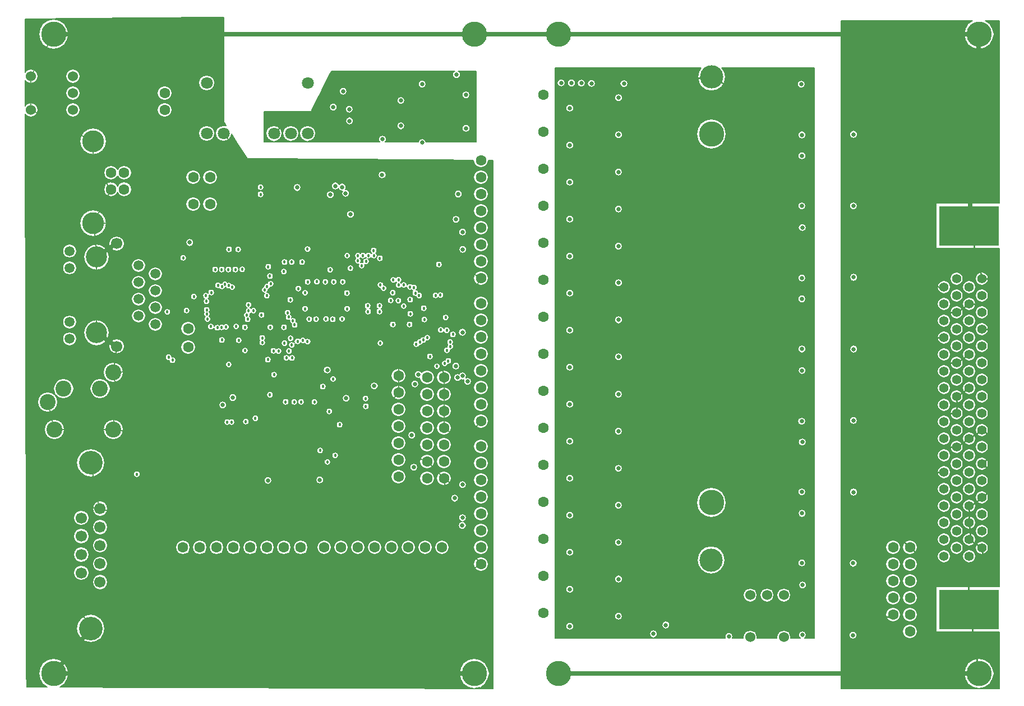
<source format=gbr>
G04 (created by PCBNEW-RS274X (2010-03-14)-final) date Mon 31 Jan 2011 05:12:30 PM EST*
G01*
G70*
G90*
%MOIN*%
G04 Gerber Fmt 3.4, Leading zero omitted, Abs format*
%FSLAX34Y34*%
G04 APERTURE LIST*
%ADD10C,0.001000*%
%ADD11C,0.063000*%
%ADD12C,0.149600*%
%ADD13C,0.137800*%
%ADD14C,0.150000*%
%ADD15C,0.140000*%
%ADD16C,0.066900*%
%ADD17C,0.070900*%
%ADD18C,0.129900*%
%ADD19C,0.060000*%
%ADD20C,0.055000*%
%ADD21R,0.354300X0.236200*%
%ADD22C,0.126000*%
%ADD23C,0.059100*%
%ADD24C,0.094500*%
%ADD25C,0.025000*%
%ADD26C,0.018000*%
%ADD27C,0.010000*%
%ADD28C,0.025000*%
%ADD29C,0.008000*%
%ADD30C,0.007000*%
G04 APERTURE END LIST*
G54D10*
G54D11*
X41900Y-24500D03*
X41900Y-25500D03*
X41900Y-26500D03*
X41900Y-27500D03*
X41900Y-28500D03*
X41900Y-29500D03*
X40900Y-24500D03*
X40900Y-25500D03*
X40900Y-26500D03*
X40900Y-27500D03*
X40900Y-28500D03*
G54D12*
X30100Y00068D03*
G54D13*
X30108Y03454D03*
G54D12*
X30100Y-21845D03*
G54D13*
X30084Y-25254D03*
G54D14*
X16000Y-32000D03*
X-09000Y06000D03*
X16000Y06000D03*
X-09000Y-32000D03*
G54D11*
X-02400Y02500D03*
X-02400Y01500D03*
X-00700Y-04100D03*
X00300Y-04100D03*
X-00700Y-02500D03*
X00300Y-02500D03*
X11500Y-14300D03*
X11500Y-15300D03*
X11500Y-16300D03*
X11500Y-17300D03*
X11500Y-18300D03*
X11500Y-19300D03*
X11500Y-20300D03*
X14200Y-20400D03*
X13200Y-20400D03*
X14200Y-19400D03*
X13200Y-19400D03*
X14200Y-18400D03*
X13200Y-18400D03*
X14200Y-17400D03*
X13200Y-17400D03*
X14200Y-16400D03*
X13200Y-16400D03*
X14200Y-15400D03*
X13200Y-15400D03*
X14200Y-14400D03*
X13200Y-14400D03*
X16400Y-01500D03*
X16400Y-02500D03*
X16400Y-04500D03*
X16400Y-05500D03*
X16400Y-06500D03*
X16400Y-07500D03*
X16400Y-08500D03*
X16400Y-03500D03*
X16400Y-10000D03*
X16400Y-11000D03*
X16400Y-13000D03*
X16400Y-14000D03*
X16400Y-15000D03*
X16400Y-16000D03*
X16400Y-17000D03*
X16400Y-12000D03*
X16400Y-18500D03*
X16400Y-19500D03*
X16400Y-21500D03*
X16400Y-22500D03*
X16400Y-23500D03*
X16400Y-24500D03*
X16400Y-25500D03*
X16400Y-20500D03*
G54D15*
X-06800Y-19480D03*
G54D16*
X-06241Y-22206D03*
X-06241Y-23297D03*
X-06241Y-24387D03*
X-06241Y-25478D03*
X-06241Y-26569D03*
X-07359Y-22752D03*
X-07359Y-23842D03*
X-07359Y-24933D03*
X-07359Y-26023D03*
G54D15*
X-06800Y-29319D03*
G54D17*
X00100Y00100D03*
X01100Y00100D03*
X04100Y00100D03*
X05100Y00100D03*
X06100Y00100D03*
X06100Y03100D03*
X00100Y03100D03*
G54D18*
X-06660Y-00359D03*
X-06660Y-05241D03*
G54D11*
X-05593Y-02237D03*
X-04806Y-02237D03*
X-04806Y-03221D03*
X-05593Y-03221D03*
G54D19*
X34400Y-27350D03*
X33400Y-27350D03*
X32400Y-27350D03*
X32400Y-29850D03*
X34400Y-29850D03*
X-07850Y01500D03*
X-07850Y02500D03*
X-07850Y03500D03*
X-10350Y03500D03*
X-10350Y01500D03*
G54D20*
X43919Y-25035D03*
X44669Y-24535D03*
X43919Y-24035D03*
X44669Y-23535D03*
X43919Y-23035D03*
X44669Y-22535D03*
X43919Y-22035D03*
X44669Y-21535D03*
X43919Y-21035D03*
X44669Y-20535D03*
X43919Y-20035D03*
X44669Y-19535D03*
X43919Y-19035D03*
X44669Y-18535D03*
X43919Y-18035D03*
X44669Y-17535D03*
X43919Y-17035D03*
X44669Y-16535D03*
X43919Y-16035D03*
X44669Y-15535D03*
X43919Y-15035D03*
X44669Y-14535D03*
X43919Y-14035D03*
X44669Y-13535D03*
X43919Y-13035D03*
X44669Y-12535D03*
X43919Y-12035D03*
X44669Y-11535D03*
X43919Y-11035D03*
X44669Y-10535D03*
X43919Y-10035D03*
X44669Y-09535D03*
X43919Y-09035D03*
X44669Y-08535D03*
X45419Y-25035D03*
X46169Y-24535D03*
X45419Y-24035D03*
X46169Y-23535D03*
X45419Y-23035D03*
X46169Y-22535D03*
X45419Y-22035D03*
X46169Y-21535D03*
X45419Y-21035D03*
X46169Y-20535D03*
X45419Y-20035D03*
X46169Y-19535D03*
X45419Y-19035D03*
X46169Y-18535D03*
X45419Y-18035D03*
X46169Y-17535D03*
X45419Y-17035D03*
X46169Y-16535D03*
X45419Y-16035D03*
X46169Y-15535D03*
X45419Y-15035D03*
X46169Y-14535D03*
X45419Y-14035D03*
X46169Y-13535D03*
X45419Y-13035D03*
X46169Y-12535D03*
X45419Y-12035D03*
X46169Y-11535D03*
X45419Y-11035D03*
X46169Y-10535D03*
X45419Y-10035D03*
X46169Y-09535D03*
X45419Y-09035D03*
X46169Y-08535D03*
G54D21*
X45419Y-28185D03*
X45419Y-05385D03*
G54D22*
X-06451Y-07251D03*
X-06451Y-11751D03*
G54D16*
X-05250Y-06448D03*
X-05250Y-12552D03*
G54D23*
X-08049Y-06891D03*
X-08049Y-12111D03*
X-08049Y-07891D03*
X-08049Y-11111D03*
X-03951Y-07751D03*
X-02951Y-08251D03*
X-03951Y-08751D03*
X-02951Y-09251D03*
X-03951Y-09751D03*
X-02951Y-10251D03*
X-03951Y-10751D03*
X-02951Y-11251D03*
G54D24*
X-09349Y-15859D03*
X-08404Y-15072D03*
X-06239Y-15072D03*
X-05451Y-14107D03*
X-05451Y-17493D03*
X-08955Y-17493D03*
G54D11*
X20117Y-26185D03*
X20117Y-21785D03*
X20117Y-23985D03*
X20117Y-15185D03*
X20117Y-17385D03*
X20117Y-19585D03*
X20117Y-12985D03*
X20117Y-06385D03*
X20117Y-04185D03*
X20117Y-08585D03*
X20117Y00215D03*
X20117Y-01985D03*
X20117Y-10785D03*
X20117Y02415D03*
X03690Y-24510D03*
X04690Y-24510D03*
X05690Y-24510D03*
X02690Y-24510D03*
X01690Y-24510D03*
X00690Y-24510D03*
X-00310Y-24510D03*
X-01310Y-24510D03*
X14083Y-24496D03*
X13083Y-24496D03*
X12083Y-24496D03*
X11083Y-24496D03*
X10083Y-24496D03*
X09083Y-24496D03*
X08083Y-24496D03*
X07083Y-24496D03*
X-01000Y-11500D03*
X-01000Y-12600D03*
X20117Y-28385D03*
G54D14*
X46000Y-32000D03*
X46000Y06000D03*
X21000Y-32000D03*
X21000Y06000D03*
G54D25*
X04044Y-03906D03*
G54D26*
X03859Y-08377D03*
X01854Y-11374D03*
X14014Y-11576D03*
X10421Y-12362D03*
X06098Y-12271D03*
G54D25*
X08357Y-03456D03*
G54D26*
X00101Y-10385D03*
X01251Y-11401D03*
X00367Y-09353D03*
X01615Y-09038D03*
X-00662Y-09598D03*
X00601Y-07989D03*
X00998Y-07986D03*
X01395Y-07986D03*
X01799Y-07986D03*
X-01300Y-07295D03*
X-02240Y-10505D03*
X04969Y-10816D03*
X02539Y-10943D03*
G54D25*
X15297Y-23200D03*
X15603Y-14641D03*
X15320Y-06792D03*
X07266Y-13964D03*
G54D26*
X13784Y-13740D03*
G54D25*
X15309Y-05761D03*
X15301Y-14316D03*
X15305Y-22738D03*
G54D26*
X09563Y-16121D03*
X06501Y-15861D03*
X04731Y-12368D03*
X14739Y-11844D03*
X05160Y-12475D03*
X14368Y-11601D03*
X03857Y-15435D03*
X03740Y-13351D03*
X04997Y-12836D03*
X14574Y-12301D03*
X02998Y-16833D03*
X02424Y-17032D03*
X04067Y-12823D03*
X14459Y-13424D03*
X05169Y-13251D03*
X14383Y-12787D03*
X04833Y-13240D03*
X14589Y-12561D03*
X04367Y-12837D03*
X14244Y-13571D03*
X04693Y-11418D03*
X01572Y-17055D03*
X03883Y-11425D03*
X01319Y-17052D03*
X02476Y-10696D03*
X04910Y-10552D03*
X03757Y-07821D03*
X02595Y-10439D03*
X05231Y-11040D03*
X-02163Y-13200D03*
X00112Y-10638D03*
X03902Y-08837D03*
X00998Y-11428D03*
X02372Y-11420D03*
X03676Y-09546D03*
X00734Y-11447D03*
X03549Y-09199D03*
X00348Y-11383D03*
X00150Y-10936D03*
X03690Y-08994D03*
X12187Y-09020D03*
X09390Y-07153D03*
X09544Y-15652D03*
G54D25*
X14922Y-05004D03*
X14912Y-13729D03*
X15010Y-14409D03*
X14840Y-21580D03*
G54D26*
X05712Y-15856D03*
X11158Y-09369D03*
X09309Y-07757D03*
X05300Y-15866D03*
X07615Y-14498D03*
X06844Y-18750D03*
X09084Y-07468D03*
X11813Y-10162D03*
X11035Y-09829D03*
X09090Y-07165D03*
G54D25*
X12674Y-14225D03*
G54D26*
X05330Y-11278D03*
X-01927Y-13379D03*
X02587Y-10085D03*
X02878Y-10435D03*
G54D25*
X12472Y-14791D03*
X24903Y03061D03*
X24585Y02224D03*
X24583Y00020D03*
X24577Y-02193D03*
X24578Y-04390D03*
X24572Y-06603D03*
X24583Y-08780D03*
X24581Y-10983D03*
X24585Y-13176D03*
X24573Y-15400D03*
X24572Y-17604D03*
X24570Y-19807D03*
X24573Y-22000D03*
X24570Y-24207D03*
X24580Y-26387D03*
X24576Y-28594D03*
X27394Y-29119D03*
X26655Y-29649D03*
X31137Y-29794D03*
X35482Y00012D03*
X35470Y-04208D03*
X35478Y-08492D03*
X35482Y-12716D03*
X35466Y-17004D03*
X35470Y-21204D03*
X35478Y-25428D03*
X35510Y-29712D03*
X35490Y-13994D03*
X35478Y-09733D03*
X35502Y-05498D03*
X35482Y-01229D03*
X35441Y03027D03*
X35522Y-26743D03*
X35485Y-22484D03*
X35499Y-18238D03*
X25121Y-28632D03*
X23781Y-29290D03*
X21472Y-29571D03*
X21472Y-27371D03*
X23781Y-27090D03*
X25121Y-26432D03*
X21472Y-25171D03*
X23781Y-24890D03*
X25121Y-24232D03*
X21472Y-22971D03*
X23781Y-22690D03*
X25121Y-22032D03*
X21472Y-20771D03*
X23781Y-20490D03*
X25121Y-19832D03*
X21472Y-18571D03*
X23781Y-18290D03*
X25121Y-17632D03*
X21472Y-16371D03*
X23781Y-16090D03*
X25121Y-15432D03*
X21472Y-14171D03*
X23781Y-13890D03*
X25121Y-13232D03*
X21472Y-11971D03*
X23781Y-11690D03*
X25121Y-11032D03*
X21472Y-09771D03*
X23781Y-09490D03*
X25121Y-08832D03*
X21472Y-07571D03*
X23781Y-07290D03*
X25121Y-06632D03*
X21472Y-05371D03*
X23781Y-05090D03*
X25121Y-04432D03*
X21472Y-03171D03*
X23781Y-02890D03*
X25121Y-02232D03*
X21472Y-00971D03*
X23781Y-00690D03*
X25121Y-00032D03*
X21472Y01229D03*
X23781Y01510D03*
X25121Y02168D03*
X25687Y03095D03*
X28795Y-29565D03*
X28167Y-27349D03*
X27484Y-27871D03*
X35470Y00423D03*
X35478Y-03773D03*
X35474Y-08073D03*
X35486Y-12281D03*
X35478Y-16549D03*
X35478Y-20756D03*
X35470Y-24988D03*
X35490Y-29256D03*
G54D26*
X24308Y03300D03*
G54D25*
X35947Y-21718D03*
X35943Y-17465D03*
X35943Y-13215D03*
X35963Y-08964D03*
X35953Y-04743D03*
X35963Y-00464D03*
X35949Y-25978D03*
X35438Y03515D03*
X21682Y-02796D03*
X21682Y-00596D03*
X21682Y01604D03*
X21170Y03105D03*
X21682Y-29196D03*
X21682Y-26996D03*
X21682Y-24796D03*
X21682Y-22596D03*
X22968Y03072D03*
X21682Y-20396D03*
X21682Y-18196D03*
X21682Y-15996D03*
X21682Y-13796D03*
X22366Y03089D03*
X21682Y-11596D03*
X21682Y-09396D03*
X21682Y-07196D03*
X21682Y-04996D03*
X21781Y03097D03*
G54D26*
X05084Y-12079D03*
G54D25*
X07447Y-03538D03*
G54D26*
X04107Y-14237D03*
X04796Y-15854D03*
X05813Y-12200D03*
G54D25*
X08149Y-03088D03*
G54D26*
X05499Y-12260D03*
G54D25*
X07747Y-03020D03*
X15511Y00898D03*
X15516Y01392D03*
X15516Y01895D03*
X14045Y02108D03*
X14040Y01610D03*
X14035Y01106D03*
X14045Y00603D03*
X12900Y02044D03*
X14705Y02848D03*
X12891Y00549D03*
X07423Y00843D03*
X07048Y00569D03*
X09069Y01303D03*
X10057Y-00250D03*
X09969Y01866D03*
X09985Y03319D03*
X11641Y02054D03*
X11641Y00553D03*
X08593Y00847D03*
X10550Y-00245D03*
X14949Y03593D03*
X15516Y00403D03*
X15512Y02396D03*
X07624Y01664D03*
X08572Y01542D03*
X08210Y02608D03*
G54D26*
X10328Y-06851D03*
X12157Y-10954D03*
X12179Y-10194D03*
X13033Y-11328D03*
X13036Y-10627D03*
X12968Y-09934D03*
X10363Y-12992D03*
X06561Y-09372D03*
X07197Y-09372D03*
X07832Y-09385D03*
X07832Y-10323D03*
X07207Y-10320D03*
X06568Y-10323D03*
X06884Y-10000D03*
X07520Y-09997D03*
X06558Y-09678D03*
X07204Y-09681D03*
X07826Y-09691D03*
X05498Y-10385D03*
X08891Y-10389D03*
X07715Y-11505D03*
X07490Y-11774D03*
X06683Y-08308D03*
X06918Y-08016D03*
G54D25*
X-03997Y-23802D03*
X-02501Y-23800D03*
G54D26*
X05078Y-08607D03*
X05522Y-09790D03*
G54D25*
X15305Y-01787D03*
X15305Y-04248D03*
X15305Y-10299D03*
X15291Y-10703D03*
X15312Y-12697D03*
X15305Y-18197D03*
X15291Y-21222D03*
G54D26*
X03318Y-06905D03*
X02878Y-08088D03*
X01498Y-12196D03*
X00943Y-10203D03*
X01299Y-09842D03*
X01663Y-10200D03*
X01287Y-10553D03*
X-00696Y-10792D03*
X02828Y-09194D03*
X01810Y-13193D03*
X00895Y-13497D03*
X00196Y-12175D03*
X-00480Y-12488D03*
G54D25*
X-00454Y-13942D03*
X00999Y-14924D03*
X-03153Y-17802D03*
X02644Y-13996D03*
X02547Y-15603D03*
X10694Y-17833D03*
X10058Y-16964D03*
X12283Y-16980D03*
G54D26*
X07362Y-07489D03*
X13366Y-13591D03*
X-01095Y-10703D03*
G54D25*
X09653Y-05600D03*
X09236Y-04974D03*
X08295Y-05317D03*
G54D26*
X01437Y-07575D03*
G54D25*
X03047Y-03319D03*
X00994Y-03308D03*
X02728Y-03309D03*
X01412Y-03296D03*
X04380Y-02680D03*
X04038Y-02709D03*
X04346Y-03900D03*
X05345Y-02396D03*
X07047Y-02396D03*
X07552Y-02390D03*
X10068Y-02355D03*
X05087Y-03496D03*
X05712Y-03878D03*
X00568Y-07401D03*
X03183Y-20779D03*
X06198Y-19448D03*
X03090Y-19466D03*
X14496Y-26691D03*
X06373Y-26691D03*
X-01733Y-26699D03*
X39452Y02502D03*
X39469Y01991D03*
G54D26*
X13880Y-08547D03*
X13829Y-11436D03*
X07770Y-19697D03*
X-03776Y-20134D03*
G54D25*
X38546Y00506D03*
X38539Y-03753D03*
X38567Y-07998D03*
X38525Y-12251D03*
X38559Y-20765D03*
X38503Y-25003D03*
X38531Y-29262D03*
X38552Y-16486D03*
X07745Y-16385D03*
X01050Y-17895D03*
G54D26*
X03342Y-17119D03*
G54D25*
X04154Y-17949D03*
X06488Y-17130D03*
G54D26*
X04189Y-13169D03*
X06097Y-07532D03*
X04362Y-06855D03*
G54D25*
X-02402Y-02858D03*
X-01639Y-02286D03*
X-03145Y-02276D03*
X-01994Y-20491D03*
X00829Y-06400D03*
X-00042Y-08202D03*
G54D26*
X04676Y-08741D03*
X04018Y-07959D03*
X38548Y-26230D03*
X38537Y-21979D03*
G54D25*
X38547Y-17733D03*
X38568Y-13480D03*
X38568Y-09238D03*
X38578Y-04978D03*
X38578Y-00729D03*
X38645Y03513D03*
X05501Y-04289D03*
X-00300Y-11279D03*
G54D26*
X09672Y-10147D03*
X12768Y-12296D03*
X10366Y-10485D03*
X12973Y-12183D03*
X09698Y-10490D03*
X12563Y-12421D03*
X10369Y-10148D03*
X13215Y-12038D03*
X12501Y-09388D03*
X08454Y-07162D03*
X01000Y-08994D03*
X11498Y-09843D03*
X09568Y-07504D03*
X01403Y-08944D03*
X05071Y-09790D03*
X01188Y-08860D03*
X00771Y-08931D03*
X05549Y-09121D03*
X03407Y-12059D03*
X00062Y-09551D03*
X01968Y-06794D03*
X07739Y-19041D03*
X03303Y-03518D03*
X03300Y-03098D03*
G54D25*
X05475Y-03116D03*
G54D26*
X09711Y-07153D03*
X13702Y-09532D03*
X10428Y-08906D03*
X13997Y-09507D03*
X12727Y-09535D03*
X08643Y-07911D03*
X12420Y-09053D03*
X10616Y-09103D03*
X11821Y-08904D03*
X10031Y-06855D03*
X11509Y-08911D03*
X10033Y-07166D03*
X11503Y-08594D03*
X10395Y-07320D03*
G54D25*
X-00907Y-06384D03*
X08651Y-04705D03*
G54D26*
X00090Y-09880D03*
X07385Y-16426D03*
X07999Y-17215D03*
X03407Y-12322D03*
G54D25*
X12906Y03034D03*
X12906Y-00444D03*
G54D26*
X06650Y-08717D03*
X07153Y-08719D03*
X07656Y-08723D03*
X08184Y-08724D03*
X06099Y-08720D03*
X08436Y-09385D03*
X05949Y-09371D03*
X07438Y-08009D03*
X-01101Y-10431D03*
X11194Y-08609D03*
X12159Y-11257D03*
X12205Y-10622D03*
X12192Y-09779D03*
X13035Y-10961D03*
X13003Y-10292D03*
X11166Y-11258D03*
X06195Y-10942D03*
X06601Y-10939D03*
X07192Y-10928D03*
X07596Y-10945D03*
X08150Y-10928D03*
X05948Y-10320D03*
X08450Y-10323D03*
X03361Y-10690D03*
X02003Y-12197D03*
X02378Y-12809D03*
G54D25*
X01056Y-16045D03*
X01652Y-15599D03*
G54D26*
X07003Y-14950D03*
G54D25*
X10064Y-14904D03*
X08390Y-15646D03*
X12292Y-17833D03*
X12409Y-19741D03*
G54D26*
X13371Y-13152D03*
X02208Y-07983D03*
X01429Y-06793D03*
G54D25*
X10532Y-02361D03*
X03740Y-20523D03*
X06819Y-20494D03*
G54D26*
X13904Y-07692D03*
X14299Y-10842D03*
X01003Y-12179D03*
X01412Y-13634D03*
X07279Y-19428D03*
X-04051Y-20158D03*
G54D25*
X15053Y-03499D03*
X15300Y-11719D03*
X15306Y-20776D03*
G54D26*
X04688Y-08114D03*
X04727Y-07545D03*
X05154Y-07546D03*
X05774Y-07546D03*
X06098Y-06771D03*
G54D25*
X38546Y00046D03*
X38539Y-04206D03*
X38553Y-08451D03*
X38560Y-12718D03*
X38544Y-16963D03*
X38552Y-21218D03*
X38531Y-25449D03*
X38517Y-29722D03*
G54D27*
X25121Y-28632D02*
X25121Y-26432D01*
X25121Y-26432D02*
X25121Y-24232D01*
X25121Y-24232D02*
X25121Y-22032D01*
X25121Y-22032D02*
X25121Y-19832D01*
X25121Y-19832D02*
X25121Y-17632D01*
X25121Y-17632D02*
X25121Y-15432D01*
X25121Y-15432D02*
X25121Y-13232D01*
X25121Y-13232D02*
X25121Y-11032D01*
X25121Y-11032D02*
X25121Y-08832D01*
X25121Y-08832D02*
X25121Y-06632D01*
X25121Y-06632D02*
X25121Y-04432D01*
X25121Y-04432D02*
X25121Y-02232D01*
X25121Y-02232D02*
X25121Y-00032D01*
X25121Y-00032D02*
X25121Y02168D01*
X25121Y02168D02*
X25687Y03095D01*
X23781Y01510D02*
X25121Y02168D01*
X23781Y-00690D02*
X25121Y-00032D01*
X21472Y01229D02*
X23781Y01510D01*
X21472Y-00971D02*
X23781Y-00690D01*
X21472Y-03171D02*
X23781Y-02890D01*
X23781Y-02890D02*
X25121Y-02232D01*
X21472Y-05371D02*
X23781Y-05090D01*
X23781Y-05090D02*
X25121Y-04432D01*
X21472Y-07571D02*
X23781Y-07290D01*
X23781Y-07290D02*
X25121Y-06632D01*
X21472Y-09771D02*
X23781Y-09490D01*
X23781Y-09490D02*
X25121Y-08832D01*
X21472Y-11971D02*
X23781Y-11690D01*
X23781Y-11690D02*
X25121Y-11032D01*
X21472Y-14171D02*
X23781Y-13890D01*
X23781Y-13890D02*
X25121Y-13232D01*
X21472Y-16371D02*
X23781Y-16090D01*
X23781Y-16090D02*
X25121Y-15432D01*
X21472Y-18571D02*
X23781Y-18290D01*
X23781Y-18290D02*
X25121Y-17632D01*
X21472Y-20771D02*
X23781Y-20490D01*
X23781Y-20490D02*
X25121Y-19832D01*
X21472Y-22971D02*
X23781Y-22690D01*
X23781Y-22690D02*
X25121Y-22032D01*
X21472Y-25171D02*
X23781Y-24890D01*
X23781Y-24890D02*
X25121Y-24232D01*
X21472Y-27371D02*
X23781Y-27090D01*
X23781Y-27090D02*
X25121Y-26432D01*
X21472Y-29571D02*
X23781Y-29290D01*
X23781Y-29290D02*
X25121Y-28632D01*
X25121Y-28632D02*
X27484Y-27871D01*
X27484Y-27871D02*
X28167Y-27349D01*
X28167Y-27349D02*
X28795Y-29565D01*
X28795Y-29565D02*
X34736Y-28970D01*
X34736Y-28970D02*
X35490Y-29256D01*
X35490Y-29256D02*
X35069Y-25472D01*
X35069Y-25472D02*
X35470Y-24988D01*
X35470Y-24988D02*
X34953Y-21092D01*
X34953Y-21092D02*
X35478Y-20756D01*
X35478Y-20756D02*
X34982Y-16842D01*
X34982Y-16842D02*
X35478Y-16549D01*
X35478Y-16549D02*
X34939Y-12434D01*
X34939Y-12434D02*
X35486Y-12281D01*
X35486Y-12281D02*
X35011Y-08198D01*
X35011Y-08198D02*
X35474Y-08073D01*
X35474Y-08073D02*
X35083Y-04209D01*
X35083Y-04209D02*
X35478Y-03773D01*
X35478Y-03773D02*
X35054Y-00031D01*
X35054Y-00031D02*
X35470Y00423D01*
X35470Y00423D02*
X30108Y03454D01*
X30108Y03454D02*
X25687Y03095D01*
X25121Y02168D02*
X24308Y03300D01*
X35949Y-25978D02*
X35786Y-24986D01*
X35786Y-24986D02*
X35470Y-24988D01*
X35947Y-21718D02*
X35954Y-20735D01*
X35954Y-20735D02*
X35478Y-20756D01*
X35943Y-17465D02*
X35954Y-16485D01*
X35954Y-16485D02*
X35478Y-16549D01*
X35943Y-13215D02*
X35954Y-12235D01*
X35954Y-12235D02*
X35486Y-12281D01*
X35963Y-08964D02*
X35954Y-07985D01*
X35954Y-07985D02*
X35474Y-08073D01*
X35953Y-04743D02*
X35954Y-03735D01*
X35954Y-03735D02*
X35478Y-03773D01*
X35963Y-00464D02*
X35954Y00515D01*
X35954Y00515D02*
X35470Y00423D01*
X35470Y00423D02*
X34905Y03039D01*
X34905Y03039D02*
X35438Y03515D01*
X04100Y00100D02*
X04762Y00754D01*
X04762Y00754D02*
X07048Y00569D01*
X07048Y00569D02*
X07423Y00843D01*
X07423Y00843D02*
X09069Y01303D01*
X09069Y01303D02*
X09969Y01866D01*
X09969Y01866D02*
X09985Y03319D01*
X09969Y01866D02*
X10057Y-00250D01*
X09969Y01866D02*
X11849Y01476D01*
X11849Y01476D02*
X12900Y02044D01*
X12891Y00549D02*
X12900Y02044D01*
X12900Y02044D02*
X14045Y02108D01*
X14045Y02108D02*
X14040Y01610D01*
X14040Y01610D02*
X14035Y01106D01*
X14035Y01106D02*
X14045Y00603D01*
X14045Y02108D02*
X14705Y02848D01*
X14705Y02848D02*
X15051Y02018D01*
X15051Y02018D02*
X15516Y01895D01*
X15516Y01895D02*
X15516Y01392D01*
X15516Y01392D02*
X15511Y00898D01*
X15511Y00898D02*
X14045Y00603D01*
X38546Y00506D02*
X38850Y00497D01*
X38850Y00497D02*
X38850Y-00713D01*
X38850Y-03803D02*
X38539Y-03753D01*
X38850Y-03803D02*
X38850Y-04944D01*
X38850Y-07941D02*
X38567Y-07998D01*
X38850Y-08003D02*
X38850Y-09242D01*
X38850Y-12303D02*
X38525Y-12251D01*
X38850Y-12303D02*
X38850Y-13483D01*
X38850Y-16503D02*
X38552Y-16486D01*
X38850Y-16503D02*
X38850Y-17729D01*
X38850Y-20803D02*
X38559Y-20765D01*
X38850Y-20803D02*
X38836Y-21969D01*
X38800Y-25003D02*
X38503Y-25003D01*
X38800Y-25003D02*
X38800Y-26228D01*
X38800Y-29303D02*
X38531Y-29262D01*
X38800Y-25003D02*
X40833Y-23562D01*
X40833Y-23562D02*
X41900Y-24500D01*
X41900Y-24500D02*
X42660Y-25158D01*
X46169Y-24535D02*
X45419Y-24035D01*
X45514Y-24099D02*
X45419Y-23035D01*
X45419Y-23035D02*
X45419Y-22035D01*
X45419Y-22127D02*
X46169Y-21535D01*
X46169Y-21535D02*
X46765Y-21083D01*
X46765Y-21083D02*
X46776Y-20019D01*
X46776Y-20019D02*
X46169Y-19535D01*
X46169Y-19535D02*
X46816Y-18965D01*
X46816Y-18965D02*
X46796Y-17921D01*
X46796Y-17921D02*
X46169Y-17535D01*
X46169Y-17535D02*
X45419Y-18035D01*
X45419Y-18035D02*
X44669Y-18535D01*
X44669Y-18535D02*
X43242Y-18553D01*
X43242Y-18553D02*
X43222Y-20039D01*
X43222Y-20039D02*
X43919Y-20035D01*
X43242Y-18553D02*
X43322Y-16556D01*
X43322Y-16556D02*
X44669Y-16535D01*
X44669Y-16535D02*
X44669Y-15535D01*
X44669Y-15535D02*
X45419Y-15035D01*
X43322Y-16556D02*
X43272Y-13534D01*
X43272Y-13534D02*
X44669Y-13535D01*
X44669Y-13535D02*
X45419Y-13035D01*
X43272Y-13534D02*
X43262Y-12018D01*
X43262Y-12018D02*
X43919Y-12035D01*
X43262Y-12018D02*
X43282Y-10502D01*
X43282Y-10502D02*
X44669Y-10535D01*
X44669Y-10535D02*
X45419Y-10035D01*
X45419Y-10035D02*
X46836Y-10011D01*
X46836Y-10011D02*
X46806Y-11556D01*
X46806Y-11556D02*
X46169Y-11535D01*
X46836Y-10011D02*
X46836Y-08495D01*
X46836Y-08495D02*
X46169Y-08535D01*
X43282Y-10502D02*
X43272Y-09017D01*
X43272Y-09017D02*
X43919Y-09035D01*
X46169Y-08535D02*
X45419Y-05385D01*
X45419Y-28185D02*
X45376Y-26388D01*
X45376Y-26388D02*
X46278Y-25694D01*
X46278Y-25694D02*
X46169Y-24535D01*
X45376Y-26388D02*
X42930Y-25676D01*
X42930Y-25676D02*
X42660Y-25158D01*
X38800Y-29303D02*
X40900Y-28500D01*
X45419Y-28185D02*
X46000Y-32000D01*
G54D28*
X21000Y-32000D02*
X46000Y-32000D01*
X45419Y-05385D02*
X46000Y06000D01*
X46000Y06000D02*
X21000Y06000D01*
X21000Y06000D02*
X16000Y06000D01*
X16000Y06000D02*
X-09000Y06000D01*
X16000Y-32000D02*
X-09000Y-32000D01*
X-09000Y-32000D02*
X-06800Y-29319D01*
G54D29*
X-06800Y-29319D02*
X-08739Y-25971D01*
X-08739Y-25971D02*
X-08161Y-22097D01*
X-08161Y-22097D02*
X-06241Y-22206D01*
X-06295Y-22203D02*
X-06800Y-19480D01*
X-06241Y-22206D02*
X-04113Y-22805D01*
X-04113Y-22805D02*
X-03997Y-23802D01*
X-03997Y-23802D02*
X-02501Y-23800D01*
X-04113Y-22805D02*
X-03776Y-20134D01*
X-03776Y-20134D02*
X-03153Y-17802D01*
X-03153Y-17802D02*
X-05451Y-17493D01*
X-05451Y-17493D02*
X-08955Y-17493D01*
X-08955Y-17493D02*
X-09349Y-15859D01*
X-05451Y-17493D02*
X-05250Y-15279D01*
X-05250Y-15279D02*
X-05451Y-14107D01*
X-05451Y-14107D02*
X-00454Y-13942D01*
X-00454Y-13942D02*
X00895Y-13497D01*
X00895Y-13497D02*
X01810Y-13193D01*
X01810Y-13193D02*
X02644Y-13996D01*
X02644Y-13996D02*
X02547Y-15603D01*
X02547Y-15603D02*
X00999Y-14924D01*
X02547Y-15603D02*
X04148Y-15799D01*
X04148Y-15799D02*
X05596Y-15470D01*
X05596Y-15470D02*
X07242Y-15751D01*
X07242Y-15751D02*
X07745Y-16385D01*
X07745Y-16385D02*
X10058Y-16964D01*
X10058Y-16964D02*
X11500Y-15300D01*
X11500Y-15300D02*
X11500Y-14300D01*
X11500Y-14300D02*
X11487Y-13442D01*
X11487Y-13442D02*
X13366Y-13591D01*
X13366Y-13591D02*
X13903Y-13529D01*
X13903Y-13529D02*
X14131Y-13761D01*
X14131Y-13761D02*
X14200Y-14400D01*
X14200Y-14400D02*
X14200Y-15400D01*
X14200Y-15400D02*
X14200Y-16400D01*
X14200Y-16400D02*
X14200Y-17400D01*
X14200Y-17400D02*
X15305Y-18197D01*
X13200Y-19400D02*
X14200Y-20400D01*
X14200Y-20400D02*
X15291Y-21222D01*
X15305Y-18197D02*
X15709Y-19778D01*
X15709Y-19778D02*
X15699Y-21095D01*
X15699Y-21095D02*
X15291Y-21222D01*
X15305Y-18197D02*
X16400Y-17000D01*
X13903Y-13529D02*
X14726Y-12887D01*
X14726Y-12887D02*
X15312Y-12697D01*
X15312Y-12697D02*
X15615Y-11702D01*
X15615Y-11702D02*
X15291Y-10703D01*
X15291Y-10703D02*
X15305Y-10299D01*
X15305Y-10299D02*
X16400Y-08500D01*
X16400Y-25500D02*
X14496Y-26691D01*
X16400Y-25500D02*
X14511Y-23396D01*
X14511Y-23396D02*
X14200Y-20400D01*
X13200Y-19400D02*
X11765Y-18820D01*
X11765Y-18820D02*
X11037Y-18787D01*
X11037Y-18787D02*
X10694Y-17833D01*
X10694Y-17833D02*
X10058Y-16964D01*
X11037Y-18787D02*
X07770Y-19697D01*
X07770Y-19697D02*
X06905Y-19857D01*
X06905Y-19857D02*
X06198Y-19448D01*
X06198Y-19448D02*
X03090Y-19466D01*
X03090Y-19466D02*
X03183Y-20779D01*
X04154Y-17949D02*
X06488Y-17130D01*
X04154Y-17949D02*
X03342Y-17119D01*
X03342Y-17119D02*
X01050Y-17895D01*
X06488Y-17130D02*
X07692Y-16658D01*
X07692Y-16658D02*
X07745Y-16385D01*
X02644Y-13996D02*
X03981Y-13662D01*
X03981Y-13662D02*
X04189Y-13169D01*
X05596Y-15470D02*
X06897Y-13385D01*
X06897Y-13385D02*
X07490Y-11774D01*
X07490Y-11774D02*
X10363Y-12992D01*
X07490Y-11774D02*
X07715Y-11505D01*
X07715Y-11505D02*
X08643Y-11368D01*
X08643Y-11368D02*
X08891Y-10389D01*
X08891Y-10389D02*
X08357Y-10610D01*
X08357Y-10610D02*
X07832Y-10323D01*
X07832Y-10323D02*
X07520Y-09997D01*
X07520Y-09997D02*
X07204Y-09681D01*
X07204Y-09681D02*
X07197Y-09372D01*
X07204Y-09681D02*
X06884Y-10000D01*
X06884Y-10000D02*
X06568Y-10323D01*
X06568Y-10323D02*
X06400Y-10503D01*
X06400Y-10503D02*
X05836Y-10561D01*
X05836Y-10561D02*
X05498Y-10385D01*
X05498Y-10385D02*
X05522Y-09790D01*
X05522Y-09790D02*
X05054Y-08875D01*
X05073Y-08913D02*
X05078Y-08607D01*
X05078Y-08607D02*
X06683Y-08308D01*
X06683Y-08308D02*
X06918Y-08016D01*
X06918Y-08016D02*
X07362Y-07489D01*
X06683Y-08308D02*
X06097Y-07532D01*
X06097Y-07532D02*
X05590Y-07000D01*
X05590Y-07000D02*
X04362Y-06855D01*
X04362Y-06855D02*
X03318Y-06905D01*
X07362Y-07489D02*
X08381Y-06708D01*
X08381Y-06708D02*
X10085Y-06631D01*
X10085Y-06631D02*
X10328Y-06851D01*
X08381Y-06708D02*
X08295Y-05317D01*
X08295Y-05317D02*
X09236Y-04974D01*
X09236Y-04974D02*
X09653Y-05600D01*
X09653Y-05600D02*
X10085Y-06631D01*
X09236Y-04974D02*
X10068Y-02355D01*
X10068Y-02355D02*
X07552Y-02390D01*
X07552Y-02390D02*
X07047Y-02396D01*
X07047Y-02396D02*
X05345Y-02396D01*
X05345Y-02396D02*
X04380Y-02680D01*
X05087Y-03496D02*
X04380Y-02680D01*
X05087Y-03496D02*
X05712Y-03878D01*
X04346Y-03900D02*
X05087Y-03496D01*
X04380Y-02680D02*
X04038Y-02709D01*
X04038Y-02709D02*
X03230Y-02687D01*
X03230Y-02687D02*
X02728Y-03309D01*
X03230Y-02687D02*
X01100Y00100D01*
X-06660Y-05241D02*
X-05593Y-03221D01*
X-05623Y-03277D02*
X-06650Y-01463D01*
X-06650Y-01463D02*
X-06660Y-00359D01*
X-06660Y-00359D02*
X-10350Y01500D01*
X-10350Y01500D02*
X-10350Y03500D01*
X-10350Y03500D02*
X-09000Y06000D01*
X-06660Y-05241D02*
X-03769Y-05227D01*
X-03769Y-05227D02*
X-02402Y-02858D01*
X-02402Y-02858D02*
X-03145Y-02276D01*
X-02402Y-02858D02*
X-01639Y-02286D01*
X-01639Y-02286D02*
X-01099Y-03270D01*
X-01099Y-03270D02*
X00994Y-03308D01*
X00994Y-03308D02*
X01412Y-03296D01*
X01412Y-03296D02*
X02728Y-03309D01*
X10068Y-02355D02*
X10366Y-01864D01*
X10366Y-01864D02*
X15305Y-01787D01*
X15305Y-01787D02*
X15305Y-04248D01*
X15305Y-04248D02*
X15665Y-05342D01*
X15665Y-05342D02*
X15736Y-08133D01*
X15736Y-08133D02*
X16400Y-08500D01*
X15736Y-08133D02*
X13880Y-08547D01*
X13829Y-11436D02*
X14174Y-11265D01*
X14174Y-11265D02*
X15303Y-11000D01*
X15303Y-11000D02*
X15291Y-10703D01*
X13829Y-11436D02*
X13033Y-11328D01*
X13033Y-11328D02*
X12157Y-10954D01*
X12157Y-10954D02*
X13036Y-10627D01*
X13036Y-10627D02*
X12179Y-10194D01*
X12179Y-10194D02*
X12968Y-09934D01*
X-03776Y-20134D02*
X-01994Y-20491D01*
X-00454Y-13942D02*
X-00480Y-12488D01*
X-00480Y-12488D02*
X00196Y-12175D01*
X00196Y-12175D02*
X00926Y-11907D01*
X00926Y-11907D02*
X01500Y-11997D01*
X01500Y-11997D02*
X01498Y-12196D01*
X01810Y-13193D02*
X01498Y-12196D01*
X-00300Y-11279D02*
X00196Y-12175D01*
X-00696Y-10792D02*
X-01095Y-10703D01*
X-00696Y-10792D02*
X-00154Y-10158D01*
X-00154Y-10158D02*
X00943Y-10203D01*
X00943Y-10203D02*
X01299Y-09842D01*
X01299Y-09842D02*
X01663Y-10200D01*
X01663Y-10200D02*
X01287Y-10553D01*
X01287Y-10553D02*
X00943Y-10203D01*
X01299Y-09842D02*
X02828Y-09194D01*
X02828Y-09194D02*
X02878Y-08088D01*
X02878Y-08088D02*
X03318Y-06905D01*
X02878Y-08088D02*
X02210Y-07614D01*
X02210Y-07614D02*
X01437Y-07575D01*
X01437Y-07575D02*
X00568Y-07401D01*
X00568Y-07401D02*
X00829Y-06400D01*
X00568Y-07401D02*
X-00042Y-08202D01*
X00829Y-06400D02*
X00994Y-03308D01*
G54D28*
X-06451Y-11751D02*
X-05250Y-12552D01*
X-06451Y-07251D02*
X-05250Y-06448D01*
G54D29*
X-06451Y-07251D02*
X-06451Y-11751D01*
X-05250Y-12552D02*
X-05451Y-14107D01*
X-06451Y-07251D02*
X-06598Y-05241D01*
X04676Y-08741D02*
X05078Y-08607D01*
X04018Y-07959D02*
X04676Y-08741D01*
G54D27*
X38800Y-26228D02*
X38800Y-29303D01*
X38800Y-26228D02*
X38548Y-26230D01*
X38850Y-00713D02*
X38850Y-03803D01*
X38578Y-00729D02*
X38850Y-00713D01*
X38850Y00497D02*
X39469Y01991D01*
X39469Y01991D02*
X39452Y02502D01*
X39452Y02502D02*
X38645Y03513D01*
X38836Y-21969D02*
X38800Y-25003D01*
X38537Y-21979D02*
X38836Y-21969D01*
X38850Y-17729D02*
X38850Y-20803D01*
X38547Y-17733D02*
X38850Y-17729D01*
X38850Y-13483D02*
X38850Y-16503D01*
X38568Y-13480D02*
X38850Y-13483D01*
X38850Y-09242D02*
X38850Y-12303D01*
X38568Y-09238D02*
X38850Y-09242D01*
X38850Y-04944D02*
X38850Y-08003D01*
X38578Y-04978D02*
X38850Y-04944D01*
X10694Y-17833D02*
X11891Y-17808D01*
X11891Y-17808D02*
X12283Y-16980D01*
G54D29*
X05712Y-03878D02*
X05501Y-04289D01*
X-00300Y-11279D02*
X-00696Y-10792D01*
G54D10*
G36*
X15768Y01700D02*
X15680Y02228D01*
X16100Y01987D01*
X15768Y01700D01*
X15768Y01700D01*
G37*
G54D30*
X15768Y01700D02*
X15680Y02228D01*
X16100Y01987D01*
X15768Y01700D01*
G54D10*
G36*
X15768Y02540D02*
X16100Y02960D01*
X16100Y02540D01*
X15768Y02540D01*
X15768Y02540D01*
G37*
G54D30*
X15768Y02540D02*
X16100Y02960D01*
X16100Y02540D01*
X15768Y02540D01*
G54D10*
G36*
X15768Y03380D02*
X16100Y03800D01*
X16100Y03380D01*
X15768Y03380D01*
X15768Y03380D01*
G37*
G54D30*
X15768Y03380D02*
X16100Y03800D01*
X16100Y03380D01*
X15768Y03380D01*
G54D10*
G36*
X15768Y01700D02*
X15105Y00860D01*
X15105Y01700D01*
X15768Y01700D01*
X15768Y01700D01*
G37*
G54D30*
X15768Y01700D02*
X15105Y00860D01*
X15105Y01700D01*
X15768Y01700D01*
G54D10*
G36*
X16100Y00020D02*
X15768Y00020D01*
X16100Y00159D01*
X16100Y00020D01*
X16100Y00020D01*
G37*
G54D30*
X16100Y00020D02*
X15768Y00020D01*
X16100Y00159D01*
X16100Y00020D01*
G54D10*
G36*
X15105Y00020D02*
X15516Y00166D01*
X15768Y-00400D01*
X15105Y00020D01*
X15105Y00020D01*
G37*
G54D30*
X15105Y00020D02*
X15516Y00166D01*
X15768Y-00400D01*
X15105Y00020D01*
G54D10*
G36*
X15731Y02305D02*
X16100Y02470D01*
X16100Y01987D01*
X15731Y02305D01*
X15731Y02305D01*
G37*
G54D30*
X15731Y02305D02*
X16100Y02470D01*
X16100Y01987D01*
X15731Y02305D01*
G54D10*
G36*
X15105Y01700D02*
X15512Y02158D01*
X15768Y01700D01*
X15105Y01700D01*
X15105Y01700D01*
G37*
G54D30*
X15105Y01700D02*
X15512Y02158D01*
X15768Y01700D01*
X15105Y01700D01*
G54D10*
G36*
X16100Y03380D02*
X16100Y02960D01*
X15768Y03380D01*
X16100Y03380D01*
X16100Y03380D01*
G37*
G54D30*
X16100Y03380D02*
X16100Y02960D01*
X15768Y03380D01*
X16100Y03380D01*
G54D10*
G36*
X15105Y03380D02*
X15117Y03425D01*
X15169Y03502D01*
X15105Y03380D01*
X15105Y03380D01*
G37*
G54D30*
X15105Y03380D02*
X15117Y03425D01*
X15169Y03502D01*
X15105Y03380D01*
G54D10*
G36*
X15105Y01700D02*
X14442Y00860D01*
X14442Y01700D01*
X15105Y01700D01*
X15105Y01700D01*
G37*
G54D30*
X15105Y01700D02*
X14442Y00860D01*
X14442Y01700D01*
X15105Y01700D01*
G54D10*
G36*
X15768Y00020D02*
X16100Y-00400D01*
X15768Y-00400D01*
X15768Y00020D01*
X15768Y00020D01*
G37*
G54D30*
X15768Y00020D02*
X16100Y-00400D01*
X15768Y-00400D01*
X15768Y00020D01*
G54D10*
G36*
X15735Y00494D02*
X15684Y00571D01*
X16100Y00637D01*
X15735Y00494D01*
X15735Y00494D01*
G37*
G54D30*
X15735Y00494D02*
X15684Y00571D01*
X16100Y00637D01*
X15735Y00494D01*
G54D10*
G36*
X15768Y01700D02*
X15768Y00860D01*
X15105Y00860D01*
X15768Y01700D01*
X15768Y01700D01*
G37*
G54D30*
X15768Y01700D02*
X15768Y00860D01*
X15105Y00860D01*
X15768Y01700D01*
G54D10*
G36*
X15105Y00020D02*
X14774Y-00400D01*
X14442Y00020D01*
X15105Y00020D01*
X15105Y00020D01*
G37*
G54D30*
X15105Y00020D02*
X14774Y-00400D01*
X14442Y00020D01*
X15105Y00020D01*
G54D10*
G36*
X15105Y00860D02*
X15279Y00403D01*
X14442Y00860D01*
X15105Y00860D01*
X15105Y00860D01*
G37*
G54D30*
X15105Y00860D02*
X15279Y00403D01*
X14442Y00860D01*
X15105Y00860D01*
G54D10*
G36*
X15105Y01700D02*
X14442Y01700D01*
X15105Y02540D01*
X15105Y01700D01*
X15105Y01700D01*
G37*
G54D30*
X15105Y01700D02*
X14442Y01700D01*
X15105Y02540D01*
X15105Y01700D01*
G54D10*
G36*
X15768Y03380D02*
X15512Y02634D01*
X15105Y03380D01*
X15768Y03380D01*
X15768Y03380D01*
G37*
G54D30*
X15768Y03380D02*
X15512Y02634D01*
X15105Y03380D01*
X15768Y03380D01*
G54D10*
G36*
X14442Y02540D02*
X14858Y03374D01*
X15105Y02540D01*
X14442Y02540D01*
X14442Y02540D01*
G37*
G54D30*
X14442Y02540D02*
X14858Y03374D01*
X15105Y02540D01*
X14442Y02540D01*
G54D10*
G36*
X15169Y03684D02*
X15768Y03800D01*
X15187Y03593D01*
X15169Y03684D01*
X15169Y03684D01*
G37*
G54D30*
X15169Y03684D02*
X15768Y03800D01*
X15187Y03593D01*
X15169Y03684D01*
G54D10*
G36*
X14442Y01700D02*
X13779Y00860D01*
X13779Y01700D01*
X14442Y01700D01*
X14442Y01700D01*
G37*
G54D30*
X14442Y01700D02*
X13779Y00860D01*
X13779Y01700D01*
X14442Y01700D01*
G54D10*
G36*
X15105Y00020D02*
X15105Y-00400D01*
X14774Y-00400D01*
X15105Y00020D01*
X15105Y00020D01*
G37*
G54D30*
X15105Y00020D02*
X15105Y-00400D01*
X14774Y-00400D01*
X15105Y00020D01*
G54D10*
G36*
X14442Y00020D02*
X14442Y00860D01*
X15279Y00403D01*
X14442Y00020D01*
X14442Y00020D01*
G37*
G54D30*
X14442Y00020D02*
X14442Y00860D01*
X15279Y00403D01*
X14442Y00020D01*
G54D10*
G36*
X15105Y01700D02*
X15105Y00860D01*
X14442Y00860D01*
X15105Y01700D01*
X15105Y01700D01*
G37*
G54D30*
X15105Y01700D02*
X15105Y00860D01*
X14442Y00860D01*
X15105Y01700D01*
G54D10*
G36*
X14442Y00020D02*
X14111Y-00400D01*
X13779Y00020D01*
X14442Y00020D01*
X14442Y00020D01*
G37*
G54D30*
X14442Y00020D02*
X14111Y-00400D01*
X13779Y00020D01*
X14442Y00020D01*
G54D10*
G36*
X13779Y00020D02*
X13779Y00860D01*
X14442Y00860D01*
X13779Y00020D01*
X13779Y00020D01*
G37*
G54D30*
X13779Y00020D02*
X13779Y00860D01*
X14442Y00860D01*
X13779Y00020D01*
G54D10*
G36*
X15105Y02540D02*
X14442Y01700D01*
X14442Y02540D01*
X15105Y02540D01*
X15105Y02540D01*
G37*
G54D30*
X15105Y02540D02*
X14442Y01700D01*
X14442Y02540D01*
X15105Y02540D01*
G54D10*
G36*
X14442Y01700D02*
X13779Y01700D01*
X14442Y02540D01*
X14442Y01700D01*
X14442Y01700D01*
G37*
G54D30*
X14442Y01700D02*
X13779Y01700D01*
X14442Y02540D01*
X14442Y01700D01*
G54D10*
G36*
X15105Y03380D02*
X15105Y02540D01*
X15040Y03374D01*
X15105Y03380D01*
X15105Y03380D01*
G37*
G54D30*
X15105Y03380D02*
X15105Y02540D01*
X15040Y03374D01*
X15105Y03380D01*
G54D10*
G36*
X14442Y02540D02*
X13779Y02540D01*
X14442Y03380D01*
X14442Y02540D01*
X14442Y02540D01*
G37*
G54D30*
X14442Y02540D02*
X13779Y02540D01*
X14442Y03380D01*
X14442Y02540D01*
G54D10*
G36*
X14442Y03800D02*
X14442Y03380D01*
X14111Y03800D01*
X14442Y03800D01*
X14442Y03800D01*
G37*
G54D30*
X14442Y03800D02*
X14442Y03380D01*
X14111Y03800D01*
X14442Y03800D01*
G54D10*
G36*
X13779Y01700D02*
X13116Y00860D01*
X13116Y01700D01*
X13779Y01700D01*
X13779Y01700D01*
G37*
G54D30*
X13779Y01700D02*
X13116Y00860D01*
X13116Y01700D01*
X13779Y01700D01*
G54D10*
G36*
X14442Y00020D02*
X14442Y-00400D01*
X14111Y-00400D01*
X14442Y00020D01*
X14442Y00020D01*
G37*
G54D30*
X14442Y00020D02*
X14442Y-00400D01*
X14111Y-00400D01*
X14442Y00020D01*
G54D10*
G36*
X14442Y00860D02*
X14442Y00020D01*
X13779Y00020D01*
X14442Y00860D01*
X14442Y00860D01*
G37*
G54D30*
X14442Y00860D02*
X14442Y00020D01*
X13779Y00020D01*
X14442Y00860D01*
G54D10*
G36*
X14442Y01700D02*
X14442Y00860D01*
X13779Y00860D01*
X14442Y01700D01*
X14442Y01700D01*
G37*
G54D30*
X14442Y01700D02*
X14442Y00860D01*
X13779Y00860D01*
X14442Y01700D01*
G54D10*
G36*
X13116Y00020D02*
X13116Y00860D01*
X13779Y00860D01*
X13116Y00020D01*
X13116Y00020D01*
G37*
G54D30*
X13116Y00020D02*
X13116Y00860D01*
X13779Y00860D01*
X13116Y00020D01*
G54D10*
G36*
X14442Y02540D02*
X13779Y01700D01*
X13779Y02540D01*
X14442Y02540D01*
X14442Y02540D01*
G37*
G54D30*
X14442Y02540D02*
X13779Y01700D01*
X13779Y02540D01*
X14442Y02540D01*
G54D10*
G36*
X13779Y01700D02*
X13116Y01700D01*
X13779Y02540D01*
X13779Y01700D01*
X13779Y01700D01*
G37*
G54D30*
X13779Y01700D02*
X13116Y01700D01*
X13779Y02540D01*
X13779Y01700D01*
G54D10*
G36*
X14442Y03380D02*
X13779Y02540D01*
X13779Y03380D01*
X14442Y03380D01*
X14442Y03380D01*
G37*
G54D30*
X14442Y03380D02*
X13779Y02540D01*
X13779Y03380D01*
X14442Y03380D01*
G54D10*
G36*
X13116Y02540D02*
X13125Y02943D01*
X13779Y02540D01*
X13116Y02540D01*
X13116Y02540D01*
G37*
G54D30*
X13116Y02540D02*
X13125Y02943D01*
X13779Y02540D01*
X13116Y02540D01*
G54D10*
G36*
X13779Y03380D02*
X13116Y03380D01*
X13447Y03800D01*
X13779Y03380D01*
X13779Y03380D01*
G37*
G54D30*
X13779Y03380D02*
X13116Y03380D01*
X13447Y03800D01*
X13779Y03380D01*
G54D10*
G36*
X13116Y01700D02*
X12453Y00860D01*
X12453Y01700D01*
X13116Y01700D01*
X13116Y01700D01*
G37*
G54D30*
X13116Y01700D02*
X12453Y00860D01*
X12453Y01700D01*
X13116Y01700D01*
G54D10*
G36*
X13779Y00860D02*
X13779Y00020D01*
X13116Y00020D01*
X13779Y00860D01*
X13779Y00860D01*
G37*
G54D30*
X13779Y00860D02*
X13779Y00020D01*
X13116Y00020D01*
X13779Y00860D01*
G54D10*
G36*
X13779Y01700D02*
X13779Y00860D01*
X13116Y00860D01*
X13779Y01700D01*
X13779Y01700D01*
G37*
G54D30*
X13779Y01700D02*
X13779Y00860D01*
X13116Y00860D01*
X13779Y01700D01*
G54D10*
G36*
X12453Y00020D02*
X12453Y00860D01*
X13116Y00860D01*
X12453Y00020D01*
X12453Y00020D01*
G37*
G54D30*
X12453Y00020D02*
X12453Y00860D01*
X13116Y00860D01*
X12453Y00020D01*
G54D10*
G36*
X13779Y02540D02*
X13116Y01700D01*
X13116Y02540D01*
X13779Y02540D01*
X13779Y02540D01*
G37*
G54D30*
X13779Y02540D02*
X13116Y01700D01*
X13116Y02540D01*
X13779Y02540D01*
G54D10*
G36*
X13116Y01700D02*
X12453Y01700D01*
X13116Y02540D01*
X13116Y01700D01*
X13116Y01700D01*
G37*
G54D30*
X13116Y01700D02*
X12453Y01700D01*
X13116Y02540D01*
X13116Y01700D01*
G54D10*
G36*
X13779Y03380D02*
X13779Y02540D01*
X13143Y03034D01*
X13779Y03380D01*
X13779Y03380D01*
G37*
G54D30*
X13779Y03380D02*
X13779Y02540D01*
X13143Y03034D01*
X13779Y03380D01*
G54D10*
G36*
X13116Y03380D02*
X12906Y03271D01*
X12453Y03800D01*
X13116Y03380D01*
X13116Y03380D01*
G37*
G54D30*
X13116Y03380D02*
X12906Y03271D01*
X12453Y03800D01*
X13116Y03380D01*
G54D10*
G36*
X12453Y01700D02*
X11789Y00860D01*
X11789Y01700D01*
X12453Y01700D01*
X12453Y01700D01*
G37*
G54D30*
X12453Y01700D02*
X11789Y00860D01*
X11789Y01700D01*
X12453Y01700D01*
G54D10*
G36*
X13116Y00860D02*
X13116Y00020D01*
X12453Y00020D01*
X13116Y00860D01*
X13116Y00860D01*
G37*
G54D30*
X13116Y00860D02*
X13116Y00020D01*
X12453Y00020D01*
X13116Y00860D01*
G54D10*
G36*
X13116Y01700D02*
X13116Y00860D01*
X12453Y00860D01*
X13116Y01700D01*
X13116Y01700D01*
G37*
G54D30*
X13116Y01700D02*
X13116Y00860D01*
X12453Y00860D01*
X13116Y01700D01*
G54D10*
G36*
X12453Y00020D02*
X12121Y-00400D01*
X11789Y00020D01*
X12453Y00020D01*
X12453Y00020D01*
G37*
G54D30*
X12453Y00020D02*
X12121Y-00400D01*
X11789Y00020D01*
X12453Y00020D01*
G54D10*
G36*
X11126Y00020D02*
X11550Y00334D01*
X11789Y00020D01*
X11126Y00020D01*
X11126Y00020D01*
G37*
G54D30*
X11126Y00020D02*
X11550Y00334D01*
X11789Y00020D01*
X11126Y00020D01*
G54D10*
G36*
X13116Y02540D02*
X12453Y01700D01*
X12453Y02540D01*
X13116Y02540D01*
X13116Y02540D01*
G37*
G54D30*
X13116Y02540D02*
X12453Y01700D01*
X12453Y02540D01*
X13116Y02540D01*
G54D10*
G36*
X11126Y01700D02*
X11550Y01835D01*
X11789Y01700D01*
X11126Y01700D01*
X11126Y01700D01*
G37*
G54D30*
X11126Y01700D02*
X11550Y01835D01*
X11789Y01700D01*
X11126Y01700D01*
G54D10*
G36*
X12453Y02540D02*
X11789Y02540D01*
X12453Y03380D01*
X12453Y02540D01*
X12453Y02540D01*
G37*
G54D30*
X12453Y02540D02*
X11789Y02540D01*
X12453Y03380D01*
X12453Y02540D01*
G54D10*
G36*
X11789Y03380D02*
X11789Y03800D01*
X12453Y03380D01*
X11789Y03380D01*
X11789Y03380D01*
G37*
G54D30*
X11789Y03380D02*
X11789Y03800D01*
X12453Y03380D01*
X11789Y03380D01*
G54D10*
G36*
X11789Y01700D02*
X11550Y00772D01*
X11126Y01700D01*
X11789Y01700D01*
X11789Y01700D01*
G37*
G54D30*
X11789Y01700D02*
X11550Y00772D01*
X11126Y01700D01*
X11789Y01700D01*
G54D10*
G36*
X12453Y00020D02*
X12453Y-00400D01*
X12121Y-00400D01*
X12453Y00020D01*
X12453Y00020D01*
G37*
G54D30*
X12453Y00020D02*
X12453Y-00400D01*
X12121Y-00400D01*
X12453Y00020D01*
G54D10*
G36*
X11789Y00020D02*
X11809Y00385D01*
X12453Y00020D01*
X11789Y00020D01*
X11789Y00020D01*
G37*
G54D30*
X11789Y00020D02*
X11809Y00385D01*
X12453Y00020D01*
X11789Y00020D01*
G54D10*
G36*
X12453Y01700D02*
X12453Y00860D01*
X11789Y00860D01*
X12453Y01700D01*
X12453Y01700D01*
G37*
G54D30*
X12453Y01700D02*
X12453Y00860D01*
X11789Y00860D01*
X12453Y01700D01*
G54D10*
G36*
X11789Y00020D02*
X11458Y-00400D01*
X11126Y00020D01*
X11789Y00020D01*
X11789Y00020D01*
G37*
G54D30*
X11789Y00020D02*
X11458Y-00400D01*
X11126Y00020D01*
X11789Y00020D01*
G54D10*
G36*
X12453Y02540D02*
X12453Y01700D01*
X11878Y02054D01*
X12453Y02540D01*
X12453Y02540D01*
G37*
G54D30*
X12453Y02540D02*
X12453Y01700D01*
X11878Y02054D01*
X12453Y02540D01*
G54D10*
G36*
X12453Y03380D02*
X11789Y02540D01*
X11789Y03380D01*
X12453Y03380D01*
X12453Y03380D01*
G37*
G54D30*
X12453Y03380D02*
X11789Y02540D01*
X11789Y03380D01*
X12453Y03380D01*
G54D10*
G36*
X11789Y02540D02*
X11126Y02540D01*
X11789Y03380D01*
X11789Y02540D01*
X11789Y02540D01*
G37*
G54D30*
X11789Y02540D02*
X11126Y02540D01*
X11789Y03380D01*
X11789Y02540D01*
G54D10*
G36*
X11126Y03380D02*
X11126Y03800D01*
X11789Y03380D01*
X11126Y03380D01*
X11126Y03380D01*
G37*
G54D30*
X11126Y03380D02*
X11126Y03800D01*
X11789Y03380D01*
X11126Y03380D01*
G54D10*
G36*
X11126Y01700D02*
X10463Y00860D01*
X10463Y01700D01*
X11126Y01700D01*
X11126Y01700D01*
G37*
G54D30*
X11126Y01700D02*
X10463Y00860D01*
X10463Y01700D01*
X11126Y01700D01*
G54D10*
G36*
X11789Y00020D02*
X11789Y-00400D01*
X11458Y-00400D01*
X11789Y00020D01*
X11789Y00020D01*
G37*
G54D30*
X11789Y00020D02*
X11789Y-00400D01*
X11458Y-00400D01*
X11789Y00020D01*
G54D10*
G36*
X11789Y00860D02*
X11641Y00791D01*
X11789Y01700D01*
X11789Y00860D01*
X11789Y00860D01*
G37*
G54D30*
X11789Y00860D02*
X11641Y00791D01*
X11789Y01700D01*
X11789Y00860D01*
G54D10*
G36*
X11126Y00860D02*
X10641Y-00026D01*
X10463Y00860D01*
X11126Y00860D01*
X11126Y00860D01*
G37*
G54D30*
X11126Y00860D02*
X10641Y-00026D01*
X10463Y00860D01*
X11126Y00860D01*
G54D10*
G36*
X11126Y01700D02*
X10463Y01700D01*
X11126Y02540D01*
X11126Y01700D01*
X11126Y01700D01*
G37*
G54D30*
X11126Y01700D02*
X10463Y01700D01*
X11126Y02540D01*
X11126Y01700D01*
G54D10*
G36*
X11789Y03380D02*
X11126Y02540D01*
X11126Y03380D01*
X11789Y03380D01*
X11789Y03380D01*
G37*
G54D30*
X11789Y03380D02*
X11126Y02540D01*
X11126Y03380D01*
X11789Y03380D01*
G54D10*
G36*
X11126Y02540D02*
X10463Y02540D01*
X11126Y03380D01*
X11126Y02540D01*
X11126Y02540D01*
G37*
G54D30*
X11126Y02540D02*
X10463Y02540D01*
X11126Y03380D01*
X11126Y02540D01*
G54D10*
G36*
X10463Y03380D02*
X10463Y03800D01*
X11126Y03380D01*
X10463Y03380D01*
X10463Y03380D01*
G37*
G54D30*
X10463Y03380D02*
X10463Y03800D01*
X11126Y03380D01*
X10463Y03380D01*
G54D10*
G36*
X10463Y01700D02*
X09800Y00860D01*
X09800Y01700D01*
X10463Y01700D01*
X10463Y01700D01*
G37*
G54D30*
X10463Y01700D02*
X09800Y00860D01*
X09800Y01700D01*
X10463Y01700D01*
G54D10*
G36*
X11126Y00020D02*
X10641Y-00026D01*
X11126Y00860D01*
X11126Y00020D01*
X11126Y00020D01*
G37*
G54D30*
X11126Y00020D02*
X10641Y-00026D01*
X11126Y00860D01*
X11126Y00020D01*
G54D10*
G36*
X11126Y01700D02*
X11126Y00860D01*
X10463Y00860D01*
X11126Y01700D01*
X11126Y01700D01*
G37*
G54D30*
X11126Y01700D02*
X11126Y00860D01*
X10463Y00860D01*
X11126Y01700D01*
G54D10*
G36*
X09800Y00020D02*
X09800Y00860D01*
X10463Y00860D01*
X09800Y00020D01*
X09800Y00020D01*
G37*
G54D30*
X09800Y00020D02*
X09800Y00860D01*
X10463Y00860D01*
X09800Y00020D01*
G54D10*
G36*
X11126Y02540D02*
X10463Y01700D01*
X10463Y02540D01*
X11126Y02540D01*
X11126Y02540D01*
G37*
G54D30*
X11126Y02540D02*
X10463Y01700D01*
X10463Y02540D01*
X11126Y02540D01*
G54D10*
G36*
X10463Y01700D02*
X09800Y01700D01*
X10463Y02540D01*
X10463Y01700D01*
X10463Y01700D01*
G37*
G54D30*
X10463Y01700D02*
X09800Y01700D01*
X10463Y02540D01*
X10463Y01700D01*
G54D10*
G36*
X11126Y03380D02*
X10463Y02540D01*
X10463Y03380D01*
X11126Y03380D01*
X11126Y03380D01*
G37*
G54D30*
X11126Y03380D02*
X10463Y02540D01*
X10463Y03380D01*
X11126Y03380D01*
G54D10*
G36*
X10463Y02540D02*
X09800Y02540D01*
X10463Y03380D01*
X10463Y02540D01*
X10463Y02540D01*
G37*
G54D30*
X10463Y02540D02*
X09800Y02540D01*
X10463Y03380D01*
X10463Y02540D01*
G54D10*
G36*
X09800Y03380D02*
X09800Y03800D01*
X10463Y03380D01*
X09800Y03380D01*
X09800Y03380D01*
G37*
G54D30*
X09800Y03380D02*
X09800Y03800D01*
X10463Y03380D01*
X09800Y03380D01*
G54D10*
G36*
X09800Y01700D02*
X09137Y00860D01*
X09137Y01700D01*
X09800Y01700D01*
X09800Y01700D01*
G37*
G54D30*
X09800Y01700D02*
X09137Y00860D01*
X09137Y01700D01*
X09800Y01700D01*
G54D10*
G36*
X10463Y00860D02*
X10463Y00020D01*
X09800Y00020D01*
X10463Y00860D01*
X10463Y00860D01*
G37*
G54D30*
X10463Y00860D02*
X10463Y00020D01*
X09800Y00020D01*
X10463Y00860D01*
G54D10*
G36*
X10463Y01700D02*
X10463Y00860D01*
X09800Y00860D01*
X10463Y01700D01*
X10463Y01700D01*
G37*
G54D30*
X10463Y01700D02*
X10463Y00860D01*
X09800Y00860D01*
X10463Y01700D01*
G54D10*
G36*
X09137Y00020D02*
X09137Y00860D01*
X09800Y00860D01*
X09137Y00020D01*
X09137Y00020D01*
G37*
G54D30*
X09137Y00020D02*
X09137Y00860D01*
X09800Y00860D01*
X09137Y00020D01*
G54D10*
G36*
X10463Y02540D02*
X09800Y01700D01*
X09800Y02540D01*
X10463Y02540D01*
X10463Y02540D01*
G37*
G54D30*
X10463Y02540D02*
X09800Y01700D01*
X09800Y02540D01*
X10463Y02540D01*
G54D10*
G36*
X09800Y01700D02*
X09137Y01700D01*
X09800Y02540D01*
X09800Y01700D01*
X09800Y01700D01*
G37*
G54D30*
X09800Y01700D02*
X09137Y01700D01*
X09800Y02540D01*
X09800Y01700D01*
G54D10*
G36*
X10463Y03380D02*
X09800Y02540D01*
X09800Y03380D01*
X10463Y03380D01*
X10463Y03380D01*
G37*
G54D30*
X10463Y03380D02*
X09800Y02540D01*
X09800Y03380D01*
X10463Y03380D01*
G54D10*
G36*
X09800Y02540D02*
X09137Y02540D01*
X09800Y03380D01*
X09800Y02540D01*
X09800Y02540D01*
G37*
G54D30*
X09800Y02540D02*
X09137Y02540D01*
X09800Y03380D01*
X09800Y02540D01*
G54D10*
G36*
X09137Y03380D02*
X09137Y03800D01*
X09800Y03380D01*
X09137Y03380D01*
X09137Y03380D01*
G37*
G54D30*
X09137Y03380D02*
X09137Y03800D01*
X09800Y03380D01*
X09137Y03380D01*
G54D10*
G36*
X09800Y00860D02*
X09800Y00020D01*
X09137Y00020D01*
X09800Y00860D01*
X09800Y00860D01*
G37*
G54D30*
X09800Y00860D02*
X09800Y00020D01*
X09137Y00020D01*
X09800Y00860D01*
G54D10*
G36*
X09800Y01700D02*
X09800Y00860D01*
X09137Y00860D01*
X09800Y01700D01*
X09800Y01700D01*
G37*
G54D30*
X09800Y01700D02*
X09800Y00860D01*
X09137Y00860D01*
X09800Y01700D01*
G54D10*
G36*
X09800Y02540D02*
X09137Y01700D01*
X09137Y02540D01*
X09800Y02540D01*
X09800Y02540D01*
G37*
G54D30*
X09800Y02540D02*
X09137Y01700D01*
X09137Y02540D01*
X09800Y02540D01*
G54D10*
G36*
X09800Y03380D02*
X09137Y02540D01*
X09137Y03380D01*
X09800Y03380D01*
X09800Y03380D01*
G37*
G54D30*
X09800Y03380D02*
X09137Y02540D01*
X09137Y03380D01*
X09800Y03380D01*
G54D10*
G36*
X08474Y02540D02*
X08447Y02608D01*
X09137Y02540D01*
X08474Y02540D01*
X08474Y02540D01*
G37*
G54D30*
X08474Y02540D02*
X08447Y02608D01*
X09137Y02540D01*
X08474Y02540D01*
G54D10*
G36*
X09137Y03380D02*
X08474Y03380D01*
X08805Y03800D01*
X09137Y03380D01*
X09137Y03380D01*
G37*
G54D30*
X09137Y03380D02*
X08474Y03380D01*
X08805Y03800D01*
X09137Y03380D01*
G54D10*
G36*
X07811Y00020D02*
X08425Y00679D01*
X08474Y00020D01*
X07811Y00020D01*
X07811Y00020D01*
G37*
G54D30*
X07811Y00020D02*
X08425Y00679D01*
X08474Y00020D01*
X07811Y00020D01*
G54D10*
G36*
X09137Y01700D02*
X08663Y01761D01*
X09137Y02540D01*
X09137Y01700D01*
X09137Y01700D01*
G37*
G54D30*
X09137Y01700D02*
X08663Y01761D01*
X09137Y02540D01*
X09137Y01700D01*
G54D10*
G36*
X08429Y02699D02*
X09137Y02540D01*
X08447Y02608D01*
X08429Y02699D01*
X08429Y02699D01*
G37*
G54D30*
X08429Y02699D02*
X09137Y02540D01*
X08447Y02608D01*
X08429Y02699D01*
G54D10*
G36*
X08474Y02540D02*
X08429Y02518D01*
X08447Y02608D01*
X08474Y02540D01*
X08474Y02540D01*
G37*
G54D30*
X08474Y02540D02*
X08429Y02518D01*
X08447Y02608D01*
X08474Y02540D01*
G54D10*
G36*
X08474Y03380D02*
X07811Y03380D01*
X08142Y03800D01*
X08474Y03380D01*
X08474Y03380D01*
G37*
G54D30*
X08474Y03380D02*
X07811Y03380D01*
X08142Y03800D01*
X08474Y03380D01*
G54D10*
G36*
X07147Y00020D02*
X07147Y00860D01*
X07811Y00860D01*
X07147Y00020D01*
X07147Y00020D01*
G37*
G54D30*
X07147Y00020D02*
X07147Y00860D01*
X07811Y00860D01*
X07147Y00020D01*
G54D10*
G36*
X07147Y02540D02*
X07147Y03095D01*
X07811Y02540D01*
X07147Y02540D01*
X07147Y02540D01*
G37*
G54D30*
X07147Y02540D02*
X07147Y03095D01*
X07811Y02540D01*
X07147Y02540D01*
G54D10*
G36*
X07811Y03380D02*
X07811Y02540D01*
X07147Y03095D01*
X07811Y03380D01*
X07811Y03380D01*
G37*
G54D30*
X07811Y03380D02*
X07811Y02540D01*
X07147Y03095D01*
X07811Y03380D01*
G54D10*
G36*
X07147Y01700D02*
X07147Y00860D01*
X06300Y01400D01*
X07147Y01700D01*
X07147Y01700D01*
G37*
G54D30*
X07147Y01700D02*
X07147Y00860D01*
X06300Y01400D01*
X07147Y01700D01*
G54D10*
G36*
X07811Y00860D02*
X07811Y00020D01*
X07147Y00020D01*
X07811Y00860D01*
X07811Y00860D01*
G37*
G54D30*
X07811Y00860D02*
X07811Y00020D01*
X07147Y00020D01*
X07811Y00860D01*
G54D10*
G36*
X07811Y02540D02*
X07533Y01884D01*
X07147Y02540D01*
X07811Y02540D01*
X07811Y02540D01*
G37*
G54D30*
X07811Y02540D02*
X07533Y01884D01*
X07147Y02540D01*
X07811Y02540D01*
G54D10*
G36*
X06484Y01700D02*
X06484Y01768D01*
X07147Y01700D01*
X06484Y01700D01*
X06484Y01700D01*
G37*
G54D30*
X06484Y01700D02*
X06484Y01768D01*
X07147Y01700D01*
X06484Y01700D01*
G54D10*
G36*
X06484Y01700D02*
X06300Y01400D01*
X06450Y01700D01*
X06484Y01700D01*
X06484Y01700D01*
G37*
G54D30*
X06484Y01700D02*
X06300Y01400D01*
X06450Y01700D01*
X06484Y01700D01*
G54D10*
G36*
X06581Y00100D02*
X06544Y00284D01*
X07147Y00020D01*
X06581Y00100D01*
X06581Y00100D01*
G37*
G54D30*
X06581Y00100D02*
X06544Y00284D01*
X07147Y00020D01*
X06581Y00100D01*
G54D10*
G36*
X06484Y00860D02*
X06300Y01400D01*
X07147Y00860D01*
X06484Y00860D01*
X06484Y00860D01*
G37*
G54D30*
X06484Y00860D02*
X06300Y01400D01*
X07147Y00860D01*
X06484Y00860D01*
G54D10*
G36*
X06484Y01768D02*
X06870Y02540D01*
X07147Y01700D01*
X06484Y01768D01*
X06484Y01768D01*
G37*
G54D30*
X06484Y01768D02*
X06870Y02540D01*
X07147Y01700D01*
X06484Y01768D01*
G54D10*
G36*
X06484Y01700D02*
X06450Y01700D01*
X06484Y01768D01*
X06484Y01700D01*
X06484Y01700D01*
G37*
G54D30*
X06484Y01700D02*
X06450Y01700D01*
X06484Y01768D01*
X06484Y01700D01*
G54D10*
G36*
X06484Y01700D02*
X07147Y01700D01*
X06300Y01400D01*
X06484Y01700D01*
X06484Y01700D01*
G37*
G54D30*
X06484Y01700D02*
X07147Y01700D01*
X06300Y01400D01*
X06484Y01700D01*
G54D10*
G36*
X04581Y00100D02*
X04544Y00284D01*
X04619Y00100D01*
X04581Y00100D01*
X04581Y00100D01*
G37*
G54D30*
X04581Y00100D02*
X04544Y00284D01*
X04619Y00100D01*
X04581Y00100D01*
G54D10*
G36*
X04495Y00860D02*
X04495Y01400D01*
X05158Y01400D01*
X04495Y00860D01*
X04495Y00860D01*
G37*
G54D30*
X04495Y00860D02*
X04495Y01400D01*
X05158Y01400D01*
X04495Y00860D01*
G54D10*
G36*
X04495Y00860D02*
X04100Y00581D01*
X03832Y00860D01*
X04495Y00860D01*
X04495Y00860D01*
G37*
G54D30*
X04495Y00860D02*
X04100Y00581D01*
X03832Y00860D01*
X04495Y00860D01*
G54D10*
G36*
X15768Y03380D02*
X15768Y03800D01*
X16100Y03800D01*
X15768Y03380D01*
X15768Y03380D01*
G37*
G54D30*
X15768Y03380D02*
X15768Y03800D01*
X16100Y03800D01*
X15768Y03380D01*
G54D10*
G36*
X06484Y00860D02*
X05821Y00860D01*
X06300Y01400D01*
X06484Y00860D01*
X06484Y00860D01*
G37*
G54D30*
X06484Y00860D02*
X05821Y00860D01*
X06300Y01400D01*
X06484Y00860D01*
G54D10*
G36*
X05158Y00860D02*
X05584Y01400D01*
X05821Y00860D01*
X05158Y00860D01*
X05158Y00860D01*
G37*
G54D30*
X05158Y00860D02*
X05584Y01400D01*
X05821Y00860D01*
X05158Y00860D01*
G54D10*
G36*
X15735Y00312D02*
X16100Y00159D01*
X15768Y00020D01*
X15735Y00312D01*
X15735Y00312D01*
G37*
G54D30*
X15735Y00312D02*
X16100Y00159D01*
X15768Y00020D01*
X15735Y00312D01*
G54D10*
G36*
X04581Y00100D02*
X04619Y00100D01*
X04656Y-00084D01*
X04581Y00100D01*
X04581Y00100D01*
G37*
G54D30*
X04581Y00100D02*
X04619Y00100D01*
X04656Y-00084D01*
X04581Y00100D01*
G54D10*
G36*
X03500Y-00400D02*
X03760Y-00240D01*
X03906Y-00400D01*
X03500Y-00400D01*
X03500Y-00400D01*
G37*
G54D30*
X03500Y-00400D02*
X03760Y-00240D01*
X03906Y-00400D01*
X03500Y-00400D01*
G54D10*
G36*
X04440Y-00240D02*
X04455Y-00400D01*
X04284Y-00344D01*
X04440Y-00240D01*
X04440Y-00240D01*
G37*
G54D30*
X04440Y-00240D02*
X04455Y-00400D01*
X04284Y-00344D01*
X04440Y-00240D01*
G54D10*
G36*
X03916Y-00344D02*
X03906Y-00400D01*
X03760Y-00240D01*
X03916Y-00344D01*
X03916Y-00344D01*
G37*
G54D30*
X03916Y-00344D02*
X03906Y-00400D01*
X03760Y-00240D01*
X03916Y-00344D01*
G54D10*
G36*
X03760Y-00240D02*
X03500Y-00400D01*
X03656Y-00084D01*
X03760Y-00240D01*
X03760Y-00240D01*
G37*
G54D30*
X03760Y-00240D02*
X03500Y-00400D01*
X03656Y-00084D01*
X03760Y-00240D01*
G54D10*
G36*
X03656Y-00084D02*
X03500Y-00051D01*
X03619Y00100D01*
X03656Y-00084D01*
X03656Y-00084D01*
G37*
G54D30*
X03656Y-00084D02*
X03500Y-00051D01*
X03619Y00100D01*
X03656Y-00084D01*
G54D10*
G36*
X03619Y00100D02*
X03500Y00079D01*
X03656Y00284D01*
X03619Y00100D01*
X03619Y00100D01*
G37*
G54D30*
X03619Y00100D02*
X03500Y00079D01*
X03656Y00284D01*
X03619Y00100D01*
G54D10*
G36*
X03500Y00625D02*
X03760Y00440D01*
X03500Y00468D01*
X03500Y00625D01*
X03500Y00625D01*
G37*
G54D30*
X03500Y00625D02*
X03760Y00440D01*
X03500Y00468D01*
X03500Y00625D01*
G54D10*
G36*
X05158Y00860D02*
X04916Y00544D01*
X04495Y00860D01*
X05158Y00860D01*
X05158Y00860D01*
G37*
G54D30*
X05158Y00860D02*
X04916Y00544D01*
X04495Y00860D01*
X05158Y00860D01*
G54D10*
G36*
X03760Y00440D02*
X03832Y00860D01*
X03916Y00544D01*
X03760Y00440D01*
X03760Y00440D01*
G37*
G54D30*
X03760Y00440D02*
X03832Y00860D01*
X03916Y00544D01*
X03760Y00440D01*
G54D10*
G36*
X03916Y00544D02*
X03832Y00860D01*
X04100Y00581D01*
X03916Y00544D01*
X03916Y00544D01*
G37*
G54D30*
X03916Y00544D02*
X03832Y00860D01*
X04100Y00581D01*
X03916Y00544D01*
G54D10*
G36*
X04100Y00581D02*
X04495Y00860D01*
X04284Y00544D01*
X04100Y00581D01*
X04100Y00581D01*
G37*
G54D30*
X04100Y00581D02*
X04495Y00860D01*
X04284Y00544D01*
X04100Y00581D01*
G54D10*
G36*
X04284Y00544D02*
X04495Y00860D01*
X04440Y00440D01*
X04284Y00544D01*
X04284Y00544D01*
G37*
G54D30*
X04284Y00544D02*
X04495Y00860D01*
X04440Y00440D01*
X04284Y00544D01*
G54D10*
G36*
X05821Y00860D02*
X05284Y00544D01*
X05158Y00860D01*
X05821Y00860D01*
X05821Y00860D01*
G37*
G54D30*
X05821Y00860D02*
X05284Y00544D01*
X05158Y00860D01*
X05821Y00860D01*
G54D10*
G36*
X05581Y00100D02*
X05619Y00100D01*
X05656Y-00084D01*
X05581Y00100D01*
X05581Y00100D01*
G37*
G54D30*
X05581Y00100D02*
X05619Y00100D01*
X05656Y-00084D01*
X05581Y00100D01*
G54D10*
G36*
X05544Y-00084D02*
X05581Y00100D01*
X05656Y-00084D01*
X05544Y-00084D01*
X05544Y-00084D01*
G37*
G54D30*
X05544Y-00084D02*
X05581Y00100D01*
X05656Y-00084D01*
X05544Y-00084D01*
G54D10*
G36*
X04544Y-00084D02*
X04581Y00100D01*
X04656Y-00084D01*
X04544Y-00084D01*
X04544Y-00084D01*
G37*
G54D30*
X04544Y-00084D02*
X04581Y00100D01*
X04656Y-00084D01*
X04544Y-00084D01*
G54D10*
G36*
X05103Y-00400D02*
X05100Y-00381D01*
X05269Y-00400D01*
X05103Y-00400D01*
X05103Y-00400D01*
G37*
G54D30*
X05103Y-00400D02*
X05100Y-00381D01*
X05269Y-00400D01*
X05103Y-00400D01*
G54D10*
G36*
X04440Y-00240D02*
X04544Y-00084D01*
X04760Y-00240D01*
X04440Y-00240D01*
X04440Y-00240D01*
G37*
G54D30*
X04440Y-00240D02*
X04544Y-00084D01*
X04760Y-00240D01*
X04440Y-00240D01*
G54D10*
G36*
X04544Y-00084D02*
X04656Y-00084D01*
X04760Y-00240D01*
X04544Y-00084D01*
X04544Y-00084D01*
G37*
G54D30*
X04544Y-00084D02*
X04656Y-00084D01*
X04760Y-00240D01*
X04544Y-00084D01*
G54D10*
G36*
X04687Y-00400D02*
X04760Y-00240D01*
X04867Y-00400D01*
X04687Y-00400D01*
X04687Y-00400D01*
G37*
G54D30*
X04687Y-00400D02*
X04760Y-00240D01*
X04867Y-00400D01*
X04687Y-00400D01*
G54D10*
G36*
X04544Y00284D02*
X04656Y00284D01*
X04619Y00100D01*
X04544Y00284D01*
X04544Y00284D01*
G37*
G54D30*
X04544Y00284D02*
X04656Y00284D01*
X04619Y00100D01*
X04544Y00284D01*
G54D10*
G36*
X04544Y00284D02*
X04440Y00440D01*
X04656Y00284D01*
X04544Y00284D01*
X04544Y00284D01*
G37*
G54D30*
X04544Y00284D02*
X04440Y00440D01*
X04656Y00284D01*
X04544Y00284D01*
G54D10*
G36*
X04656Y00284D02*
X04440Y00440D01*
X04760Y00440D01*
X04656Y00284D01*
X04656Y00284D01*
G37*
G54D30*
X04656Y00284D02*
X04440Y00440D01*
X04760Y00440D01*
X04656Y00284D01*
G54D10*
G36*
X04440Y00440D02*
X04495Y00860D01*
X04760Y00440D01*
X04440Y00440D01*
X04440Y00440D01*
G37*
G54D30*
X04440Y00440D02*
X04495Y00860D01*
X04760Y00440D01*
X04440Y00440D01*
G54D10*
G36*
X04760Y00440D02*
X04495Y00860D01*
X04916Y00544D01*
X04760Y00440D01*
X04760Y00440D01*
G37*
G54D30*
X04760Y00440D02*
X04495Y00860D01*
X04916Y00544D01*
X04760Y00440D01*
G54D10*
G36*
X04916Y00544D02*
X05158Y00860D01*
X05100Y00581D01*
X04916Y00544D01*
X04916Y00544D01*
G37*
G54D30*
X04916Y00544D02*
X05158Y00860D01*
X05100Y00581D01*
X04916Y00544D01*
G54D10*
G36*
X05100Y00581D02*
X05158Y00860D01*
X05284Y00544D01*
X05100Y00581D01*
X05100Y00581D01*
G37*
G54D30*
X05100Y00581D02*
X05158Y00860D01*
X05284Y00544D01*
X05100Y00581D01*
G54D10*
G36*
X05284Y00544D02*
X05821Y00860D01*
X05440Y00440D01*
X05284Y00544D01*
X05284Y00544D01*
G37*
G54D30*
X05284Y00544D02*
X05821Y00860D01*
X05440Y00440D01*
X05284Y00544D01*
G54D10*
G36*
X05821Y00860D02*
X05760Y00440D01*
X05440Y00440D01*
X05821Y00860D01*
X05821Y00860D01*
G37*
G54D30*
X05821Y00860D02*
X05760Y00440D01*
X05440Y00440D01*
X05821Y00860D01*
G54D10*
G36*
X07147Y00020D02*
X06544Y-00084D01*
X06581Y00100D01*
X07147Y00020D01*
X07147Y00020D01*
G37*
G54D30*
X07147Y00020D02*
X06544Y-00084D01*
X06581Y00100D01*
X07147Y00020D01*
G54D10*
G36*
X07811Y00020D02*
X07479Y-00400D01*
X07147Y00020D01*
X07811Y00020D01*
X07811Y00020D01*
G37*
G54D30*
X07811Y00020D02*
X07479Y-00400D01*
X07147Y00020D01*
X07811Y00020D01*
G54D10*
G36*
X05760Y-00240D02*
X05777Y-00400D01*
X05545Y-00400D01*
X05760Y-00240D01*
X05760Y-00240D01*
G37*
G54D30*
X05760Y-00240D02*
X05777Y-00400D01*
X05545Y-00400D01*
X05760Y-00240D01*
G54D10*
G36*
X06452Y-00400D02*
X06440Y-00240D01*
X06803Y-00400D01*
X06452Y-00400D01*
X06452Y-00400D01*
G37*
G54D30*
X06452Y-00400D02*
X06440Y-00240D01*
X06803Y-00400D01*
X06452Y-00400D01*
G54D10*
G36*
X06307Y-00400D02*
X06284Y-00344D01*
X06452Y-00400D01*
X06307Y-00400D01*
X06307Y-00400D01*
G37*
G54D30*
X06307Y-00400D02*
X06284Y-00344D01*
X06452Y-00400D01*
X06307Y-00400D01*
G54D10*
G36*
X06088Y-00400D02*
X06100Y-00381D01*
X06307Y-00400D01*
X06088Y-00400D01*
X06088Y-00400D01*
G37*
G54D30*
X06088Y-00400D02*
X06100Y-00381D01*
X06307Y-00400D01*
X06088Y-00400D01*
G54D10*
G36*
X05905Y-00400D02*
X05916Y-00344D01*
X06088Y-00400D01*
X05905Y-00400D01*
X05905Y-00400D01*
G37*
G54D30*
X05905Y-00400D02*
X05916Y-00344D01*
X06088Y-00400D01*
X05905Y-00400D01*
G54D10*
G36*
X05440Y-00240D02*
X05544Y-00084D01*
X05760Y-00240D01*
X05440Y-00240D01*
X05440Y-00240D01*
G37*
G54D30*
X05440Y-00240D02*
X05544Y-00084D01*
X05760Y-00240D01*
X05440Y-00240D01*
G54D10*
G36*
X05760Y-00240D02*
X05544Y-00084D01*
X05656Y-00084D01*
X05760Y-00240D01*
X05760Y-00240D01*
G37*
G54D30*
X05760Y-00240D02*
X05544Y-00084D01*
X05656Y-00084D01*
X05760Y-00240D01*
G54D10*
G36*
X05581Y00100D02*
X05544Y00284D01*
X05619Y00100D01*
X05581Y00100D01*
X05581Y00100D01*
G37*
G54D30*
X05581Y00100D02*
X05544Y00284D01*
X05619Y00100D01*
X05581Y00100D01*
G54D10*
G36*
X05544Y00284D02*
X05656Y00284D01*
X05619Y00100D01*
X05544Y00284D01*
X05544Y00284D01*
G37*
G54D30*
X05544Y00284D02*
X05656Y00284D01*
X05619Y00100D01*
X05544Y00284D01*
G54D10*
G36*
X05544Y00284D02*
X05440Y00440D01*
X05656Y00284D01*
X05544Y00284D01*
X05544Y00284D01*
G37*
G54D30*
X05544Y00284D02*
X05440Y00440D01*
X05656Y00284D01*
X05544Y00284D01*
G54D10*
G36*
X06484Y00860D02*
X06100Y00581D01*
X05821Y00860D01*
X06484Y00860D01*
X06484Y00860D01*
G37*
G54D30*
X06484Y00860D02*
X06100Y00581D01*
X05821Y00860D01*
X06484Y00860D01*
G54D10*
G36*
X05656Y00284D02*
X05440Y00440D01*
X05760Y00440D01*
X05656Y00284D01*
X05656Y00284D01*
G37*
G54D30*
X05656Y00284D02*
X05440Y00440D01*
X05760Y00440D01*
X05656Y00284D01*
G54D10*
G36*
X06484Y00860D02*
X07147Y00860D01*
X06440Y00440D01*
X06484Y00860D01*
X06484Y00860D01*
G37*
G54D30*
X06484Y00860D02*
X07147Y00860D01*
X06440Y00440D01*
X06484Y00860D01*
G54D10*
G36*
X05760Y00440D02*
X05821Y00860D01*
X05916Y00544D01*
X05760Y00440D01*
X05760Y00440D01*
G37*
G54D30*
X05760Y00440D02*
X05821Y00860D01*
X05916Y00544D01*
X05760Y00440D01*
G54D10*
G36*
X05916Y00544D02*
X05821Y00860D01*
X06100Y00581D01*
X05916Y00544D01*
X05916Y00544D01*
G37*
G54D30*
X05916Y00544D02*
X05821Y00860D01*
X06100Y00581D01*
X05916Y00544D01*
G54D10*
G36*
X06100Y00581D02*
X06484Y00860D01*
X06284Y00544D01*
X06100Y00581D01*
X06100Y00581D01*
G37*
G54D30*
X06100Y00581D02*
X06484Y00860D01*
X06284Y00544D01*
X06100Y00581D01*
G54D10*
G36*
X06284Y00544D02*
X06484Y00860D01*
X06440Y00440D01*
X06284Y00544D01*
X06284Y00544D01*
G37*
G54D30*
X06284Y00544D02*
X06484Y00860D01*
X06440Y00440D01*
X06284Y00544D01*
G54D10*
G36*
X06440Y00440D02*
X07147Y00860D01*
X06544Y00284D01*
X06440Y00440D01*
X06440Y00440D01*
G37*
G54D30*
X06440Y00440D02*
X07147Y00860D01*
X06544Y00284D01*
X06440Y00440D01*
G54D10*
G36*
X07147Y00860D02*
X07147Y00020D01*
X06544Y00284D01*
X07147Y00860D01*
X07147Y00860D01*
G37*
G54D30*
X07147Y00860D02*
X07147Y00020D01*
X06544Y00284D01*
X07147Y00860D01*
G54D10*
G36*
X15768Y00020D02*
X15768Y-00400D01*
X15516Y00166D01*
X15768Y00020D01*
X15768Y00020D01*
G37*
G54D30*
X15768Y00020D02*
X15768Y-00400D01*
X15516Y00166D01*
X15768Y00020D01*
G54D10*
G36*
X15735Y00312D02*
X15768Y00020D01*
X15684Y00235D01*
X15735Y00312D01*
X15735Y00312D01*
G37*
G54D30*
X15735Y00312D02*
X15768Y00020D01*
X15684Y00235D01*
X15735Y00312D01*
G54D10*
G36*
X15105Y00020D02*
X14442Y00020D01*
X15279Y00403D01*
X15105Y00020D01*
X15105Y00020D01*
G37*
G54D30*
X15105Y00020D02*
X14442Y00020D01*
X15279Y00403D01*
X15105Y00020D01*
G54D10*
G36*
X15684Y00235D02*
X15768Y00020D01*
X15607Y00184D01*
X15684Y00235D01*
X15684Y00235D01*
G37*
G54D30*
X15684Y00235D02*
X15768Y00020D01*
X15607Y00184D01*
X15684Y00235D01*
G54D10*
G36*
X15607Y00184D02*
X15768Y00020D01*
X15516Y00166D01*
X15607Y00184D01*
X15607Y00184D01*
G37*
G54D30*
X15607Y00184D02*
X15768Y00020D01*
X15516Y00166D01*
X15607Y00184D01*
G54D10*
G36*
X15516Y00166D02*
X15105Y00020D01*
X15425Y00184D01*
X15516Y00166D01*
X15516Y00166D01*
G37*
G54D30*
X15516Y00166D02*
X15105Y00020D01*
X15425Y00184D01*
X15516Y00166D01*
G54D10*
G36*
X15425Y00184D02*
X15105Y00020D01*
X15348Y00235D01*
X15425Y00184D01*
X15425Y00184D01*
G37*
G54D30*
X15425Y00184D02*
X15105Y00020D01*
X15348Y00235D01*
X15425Y00184D01*
G54D10*
G36*
X15768Y00860D02*
X15516Y00640D01*
X15105Y00860D01*
X15768Y00860D01*
X15768Y00860D01*
G37*
G54D30*
X15768Y00860D02*
X15516Y00640D01*
X15105Y00860D01*
X15768Y00860D01*
G54D10*
G36*
X15348Y00235D02*
X15105Y00020D01*
X15297Y00312D01*
X15348Y00235D01*
X15348Y00235D01*
G37*
G54D30*
X15348Y00235D02*
X15105Y00020D01*
X15297Y00312D01*
X15348Y00235D01*
G54D10*
G36*
X15297Y00312D02*
X15105Y00020D01*
X15279Y00403D01*
X15297Y00312D01*
X15297Y00312D01*
G37*
G54D30*
X15297Y00312D02*
X15105Y00020D01*
X15279Y00403D01*
X15297Y00312D01*
G54D10*
G36*
X15279Y00403D02*
X15105Y00860D01*
X15297Y00494D01*
X15279Y00403D01*
X15279Y00403D01*
G37*
G54D30*
X15279Y00403D02*
X15105Y00860D01*
X15297Y00494D01*
X15279Y00403D01*
G54D10*
G36*
X15297Y00494D02*
X15105Y00860D01*
X15348Y00571D01*
X15297Y00494D01*
X15297Y00494D01*
G37*
G54D30*
X15297Y00494D02*
X15105Y00860D01*
X15348Y00571D01*
X15297Y00494D01*
G54D10*
G36*
X15348Y00571D02*
X15105Y00860D01*
X15425Y00622D01*
X15348Y00571D01*
X15348Y00571D01*
G37*
G54D30*
X15348Y00571D02*
X15105Y00860D01*
X15425Y00622D01*
X15348Y00571D01*
G54D10*
G36*
X15768Y00860D02*
X16100Y01280D01*
X16100Y00860D01*
X15768Y00860D01*
X15768Y00860D01*
G37*
G54D30*
X15768Y00860D02*
X16100Y01280D01*
X16100Y00860D01*
X15768Y00860D01*
G54D10*
G36*
X15425Y00622D02*
X15105Y00860D01*
X15516Y00640D01*
X15425Y00622D01*
X15425Y00622D01*
G37*
G54D30*
X15425Y00622D02*
X15105Y00860D01*
X15516Y00640D01*
X15425Y00622D01*
G54D10*
G36*
X15516Y00640D02*
X15768Y00860D01*
X15607Y00622D01*
X15516Y00640D01*
X15516Y00640D01*
G37*
G54D30*
X15516Y00640D02*
X15768Y00860D01*
X15607Y00622D01*
X15516Y00640D01*
G54D10*
G36*
X15607Y00622D02*
X15768Y00860D01*
X15684Y00571D01*
X15607Y00622D01*
X15607Y00622D01*
G37*
G54D30*
X15607Y00622D02*
X15768Y00860D01*
X15684Y00571D01*
X15607Y00622D01*
G54D10*
G36*
X15768Y00860D02*
X16100Y00686D01*
X15684Y00571D01*
X15768Y00860D01*
X15768Y00860D01*
G37*
G54D30*
X15768Y00860D02*
X16100Y00686D01*
X15684Y00571D01*
X15768Y00860D01*
G54D10*
G36*
X16100Y02540D02*
X16100Y02470D01*
X15768Y02540D01*
X16100Y02540D01*
X16100Y02540D01*
G37*
G54D30*
X16100Y02540D02*
X16100Y02470D01*
X15768Y02540D01*
X16100Y02540D01*
G54D10*
G36*
X15749Y02396D02*
X15768Y02540D01*
X16100Y02470D01*
X15749Y02396D01*
X15749Y02396D01*
G37*
G54D30*
X15749Y02396D02*
X15768Y02540D01*
X16100Y02470D01*
X15749Y02396D01*
G54D10*
G36*
X15105Y02540D02*
X15293Y02305D01*
X15105Y01700D01*
X15105Y02540D01*
X15105Y02540D01*
G37*
G54D30*
X15105Y02540D02*
X15293Y02305D01*
X15105Y01700D01*
X15105Y02540D01*
G54D10*
G36*
X15731Y02305D02*
X16100Y01987D01*
X15680Y02228D01*
X15731Y02305D01*
X15731Y02305D01*
G37*
G54D30*
X15731Y02305D02*
X16100Y01987D01*
X15680Y02228D01*
X15731Y02305D01*
G54D10*
G36*
X15680Y02228D02*
X15768Y01700D01*
X15603Y02177D01*
X15680Y02228D01*
X15680Y02228D01*
G37*
G54D30*
X15680Y02228D02*
X15768Y01700D01*
X15603Y02177D01*
X15680Y02228D01*
G54D10*
G36*
X15603Y02177D02*
X15768Y01700D01*
X15512Y02158D01*
X15603Y02177D01*
X15603Y02177D01*
G37*
G54D30*
X15603Y02177D02*
X15768Y01700D01*
X15512Y02158D01*
X15603Y02177D01*
G54D10*
G36*
X15512Y02158D02*
X15105Y01700D01*
X15421Y02177D01*
X15512Y02158D01*
X15512Y02158D01*
G37*
G54D30*
X15512Y02158D02*
X15105Y01700D01*
X15421Y02177D01*
X15512Y02158D01*
G54D10*
G36*
X15105Y02540D02*
X15105Y03380D01*
X15421Y02615D01*
X15105Y02540D01*
X15105Y02540D01*
G37*
G54D30*
X15105Y02540D02*
X15105Y03380D01*
X15421Y02615D01*
X15105Y02540D01*
G54D10*
G36*
X15421Y02177D02*
X15105Y01700D01*
X15344Y02228D01*
X15421Y02177D01*
X15421Y02177D01*
G37*
G54D30*
X15421Y02177D02*
X15105Y01700D01*
X15344Y02228D01*
X15421Y02177D01*
G54D10*
G36*
X15344Y02228D02*
X15105Y01700D01*
X15293Y02305D01*
X15344Y02228D01*
X15344Y02228D01*
G37*
G54D30*
X15344Y02228D02*
X15105Y01700D01*
X15293Y02305D01*
X15344Y02228D01*
G54D10*
G36*
X15293Y02305D02*
X15105Y02540D01*
X15275Y02396D01*
X15293Y02305D01*
X15293Y02305D01*
G37*
G54D30*
X15293Y02305D02*
X15105Y02540D01*
X15275Y02396D01*
X15293Y02305D01*
G54D10*
G36*
X15275Y02396D02*
X15105Y02540D01*
X15293Y02487D01*
X15275Y02396D01*
X15275Y02396D01*
G37*
G54D30*
X15275Y02396D02*
X15105Y02540D01*
X15293Y02487D01*
X15275Y02396D01*
G54D10*
G36*
X15293Y02487D02*
X15105Y02540D01*
X15344Y02564D01*
X15293Y02487D01*
X15293Y02487D01*
G37*
G54D30*
X15293Y02487D02*
X15105Y02540D01*
X15344Y02564D01*
X15293Y02487D01*
G54D10*
G36*
X15768Y03380D02*
X16100Y02960D01*
X15603Y02615D01*
X15768Y03380D01*
X15768Y03380D01*
G37*
G54D30*
X15768Y03380D02*
X16100Y02960D01*
X15603Y02615D01*
X15768Y03380D01*
G54D10*
G36*
X15344Y02564D02*
X15105Y02540D01*
X15421Y02615D01*
X15344Y02564D01*
X15344Y02564D01*
G37*
G54D30*
X15344Y02564D02*
X15105Y02540D01*
X15421Y02615D01*
X15344Y02564D01*
G54D10*
G36*
X15421Y02615D02*
X15105Y03380D01*
X15512Y02634D01*
X15421Y02615D01*
X15421Y02615D01*
G37*
G54D30*
X15421Y02615D02*
X15105Y03380D01*
X15512Y02634D01*
X15421Y02615D01*
G54D10*
G36*
X15768Y02540D02*
X15749Y02396D01*
X15731Y02487D01*
X15768Y02540D01*
X15768Y02540D01*
G37*
G54D30*
X15768Y02540D02*
X15749Y02396D01*
X15731Y02487D01*
X15768Y02540D01*
G54D10*
G36*
X15512Y02634D02*
X15768Y03380D01*
X15603Y02615D01*
X15512Y02634D01*
X15512Y02634D01*
G37*
G54D30*
X15512Y02634D02*
X15768Y03380D01*
X15603Y02615D01*
X15512Y02634D01*
G54D10*
G36*
X15603Y02615D02*
X15768Y02540D01*
X15680Y02564D01*
X15603Y02615D01*
X15603Y02615D01*
G37*
G54D30*
X15603Y02615D02*
X15768Y02540D01*
X15680Y02564D01*
X15603Y02615D01*
G54D10*
G36*
X15680Y02564D02*
X15768Y02540D01*
X15731Y02487D01*
X15680Y02564D01*
X15680Y02564D01*
G37*
G54D30*
X15680Y02564D02*
X15768Y02540D01*
X15731Y02487D01*
X15680Y02564D01*
G54D10*
G36*
X12453Y02540D02*
X12815Y02815D01*
X13116Y02540D01*
X12453Y02540D01*
X12453Y02540D01*
G37*
G54D30*
X12453Y02540D02*
X12815Y02815D01*
X13116Y02540D01*
X12453Y02540D01*
G54D10*
G36*
X13143Y03034D02*
X13125Y03125D01*
X13779Y03380D01*
X13143Y03034D01*
X13143Y03034D01*
G37*
G54D30*
X13143Y03034D02*
X13125Y03125D01*
X13779Y03380D01*
X13143Y03034D01*
G54D10*
G36*
X13143Y03034D02*
X13779Y02540D01*
X13125Y02943D01*
X13143Y03034D01*
X13143Y03034D01*
G37*
G54D30*
X13143Y03034D02*
X13779Y02540D01*
X13125Y02943D01*
X13143Y03034D01*
G54D10*
G36*
X13125Y02943D02*
X13116Y02540D01*
X13074Y02866D01*
X13125Y02943D01*
X13125Y02943D01*
G37*
G54D30*
X13125Y02943D02*
X13116Y02540D01*
X13074Y02866D01*
X13125Y02943D01*
G54D10*
G36*
X12453Y03380D02*
X12669Y03034D01*
X12453Y02540D01*
X12453Y03380D01*
X12453Y03380D01*
G37*
G54D30*
X12453Y03380D02*
X12669Y03034D01*
X12453Y02540D01*
X12453Y03380D01*
G54D10*
G36*
X13074Y02866D02*
X13116Y02540D01*
X12997Y02815D01*
X13074Y02866D01*
X13074Y02866D01*
G37*
G54D30*
X13074Y02866D02*
X13116Y02540D01*
X12997Y02815D01*
X13074Y02866D01*
G54D10*
G36*
X12997Y02815D02*
X13116Y02540D01*
X12906Y02796D01*
X12997Y02815D01*
X12997Y02815D01*
G37*
G54D30*
X12997Y02815D02*
X13116Y02540D01*
X12906Y02796D01*
X12997Y02815D01*
G54D10*
G36*
X12906Y02796D02*
X13116Y02540D01*
X12815Y02815D01*
X12906Y02796D01*
X12906Y02796D01*
G37*
G54D30*
X12906Y02796D02*
X13116Y02540D01*
X12815Y02815D01*
X12906Y02796D01*
G54D10*
G36*
X12815Y02815D02*
X12453Y02540D01*
X12738Y02866D01*
X12815Y02815D01*
X12815Y02815D01*
G37*
G54D30*
X12815Y02815D02*
X12453Y02540D01*
X12738Y02866D01*
X12815Y02815D01*
G54D10*
G36*
X12906Y03271D02*
X12815Y03253D01*
X12453Y03800D01*
X12906Y03271D01*
X12906Y03271D01*
G37*
G54D30*
X12906Y03271D02*
X12815Y03253D01*
X12453Y03800D01*
X12906Y03271D01*
G54D10*
G36*
X12738Y02866D02*
X12453Y02540D01*
X12687Y02943D01*
X12738Y02866D01*
X12738Y02866D01*
G37*
G54D30*
X12738Y02866D02*
X12453Y02540D01*
X12687Y02943D01*
X12738Y02866D01*
G54D10*
G36*
X12687Y02943D02*
X12453Y02540D01*
X12669Y03034D01*
X12687Y02943D01*
X12687Y02943D01*
G37*
G54D30*
X12687Y02943D02*
X12453Y02540D01*
X12669Y03034D01*
X12687Y02943D01*
G54D10*
G36*
X12669Y03034D02*
X12453Y03380D01*
X12687Y03125D01*
X12669Y03034D01*
X12669Y03034D01*
G37*
G54D30*
X12669Y03034D02*
X12453Y03380D01*
X12687Y03125D01*
X12669Y03034D01*
G54D10*
G36*
X12687Y03125D02*
X12453Y03380D01*
X12738Y03202D01*
X12687Y03125D01*
X12687Y03125D01*
G37*
G54D30*
X12687Y03125D02*
X12453Y03380D01*
X12738Y03202D01*
X12687Y03125D01*
G54D10*
G36*
X13116Y03380D02*
X13779Y03380D01*
X13125Y03125D01*
X13116Y03380D01*
X13116Y03380D01*
G37*
G54D30*
X13116Y03380D02*
X13779Y03380D01*
X13125Y03125D01*
X13116Y03380D01*
G54D10*
G36*
X12738Y03202D02*
X12453Y03380D01*
X12815Y03253D01*
X12738Y03202D01*
X12738Y03202D01*
G37*
G54D30*
X12738Y03202D02*
X12453Y03380D01*
X12815Y03253D01*
X12738Y03202D01*
G54D10*
G36*
X12453Y03380D02*
X12453Y03800D01*
X12815Y03253D01*
X12453Y03380D01*
X12453Y03380D01*
G37*
G54D30*
X12453Y03380D02*
X12453Y03800D01*
X12815Y03253D01*
X12453Y03380D01*
G54D10*
G36*
X12906Y03271D02*
X13116Y03380D01*
X12997Y03253D01*
X12906Y03271D01*
X12906Y03271D01*
G37*
G54D30*
X12906Y03271D02*
X13116Y03380D01*
X12997Y03253D01*
X12906Y03271D01*
G54D10*
G36*
X12997Y03253D02*
X13116Y03380D01*
X13074Y03202D01*
X12997Y03253D01*
X12997Y03253D01*
G37*
G54D30*
X12997Y03253D02*
X13116Y03380D01*
X13074Y03202D01*
X12997Y03253D01*
G54D10*
G36*
X13074Y03202D02*
X13116Y03380D01*
X13125Y03125D01*
X13074Y03202D01*
X13074Y03202D01*
G37*
G54D30*
X13074Y03202D02*
X13116Y03380D01*
X13125Y03125D01*
X13074Y03202D01*
G54D10*
G36*
X13779Y00020D02*
X13779Y-00400D01*
X13204Y-00400D01*
X13779Y00020D01*
X13779Y00020D01*
G37*
G54D30*
X13779Y00020D02*
X13779Y-00400D01*
X13204Y-00400D01*
X13779Y00020D01*
G54D10*
G36*
X12453Y00020D02*
X12738Y-00276D01*
X12453Y-00400D01*
X12453Y00020D01*
X12453Y00020D01*
G37*
G54D30*
X12453Y00020D02*
X12738Y-00276D01*
X12453Y-00400D01*
X12453Y00020D01*
G54D10*
G36*
X13116Y00020D02*
X12815Y-00225D01*
X12453Y00020D01*
X13116Y00020D01*
X13116Y00020D01*
G37*
G54D30*
X13116Y00020D02*
X12815Y-00225D01*
X12453Y00020D01*
X13116Y00020D01*
G54D10*
G36*
X12677Y-00400D02*
X12648Y-00400D01*
X12687Y-00353D01*
X12677Y-00400D01*
X12677Y-00400D01*
G37*
G54D30*
X12677Y-00400D02*
X12648Y-00400D01*
X12687Y-00353D01*
X12677Y-00400D01*
G54D10*
G36*
X13779Y00020D02*
X13204Y-00400D01*
X13116Y00020D01*
X13779Y00020D01*
X13779Y00020D01*
G37*
G54D30*
X13779Y00020D02*
X13204Y-00400D01*
X13116Y00020D01*
X13779Y00020D01*
G54D10*
G36*
X12687Y-00353D02*
X12453Y-00400D01*
X12738Y-00276D01*
X12687Y-00353D01*
X12687Y-00353D01*
G37*
G54D30*
X12687Y-00353D02*
X12453Y-00400D01*
X12738Y-00276D01*
X12687Y-00353D01*
G54D10*
G36*
X12738Y-00276D02*
X12453Y00020D01*
X12815Y-00225D01*
X12738Y-00276D01*
X12738Y-00276D01*
G37*
G54D30*
X12738Y-00276D02*
X12453Y00020D01*
X12815Y-00225D01*
X12738Y-00276D01*
G54D10*
G36*
X12815Y-00225D02*
X13116Y00020D01*
X12906Y-00207D01*
X12815Y-00225D01*
X12815Y-00225D01*
G37*
G54D30*
X12815Y-00225D02*
X13116Y00020D01*
X12906Y-00207D01*
X12815Y-00225D01*
G54D10*
G36*
X12906Y-00207D02*
X13116Y00020D01*
X12997Y-00225D01*
X12906Y-00207D01*
X12906Y-00207D01*
G37*
G54D30*
X12906Y-00207D02*
X13116Y00020D01*
X12997Y-00225D01*
X12906Y-00207D01*
G54D10*
G36*
X12997Y-00225D02*
X13116Y00020D01*
X13074Y-00276D01*
X12997Y-00225D01*
X12997Y-00225D01*
G37*
G54D30*
X12997Y-00225D02*
X13116Y00020D01*
X13074Y-00276D01*
X12997Y-00225D01*
G54D10*
G36*
X13116Y00020D02*
X13204Y-00400D01*
X13074Y-00276D01*
X13116Y00020D01*
X13116Y00020D01*
G37*
G54D30*
X13116Y00020D02*
X13204Y-00400D01*
X13074Y-00276D01*
X13116Y00020D01*
G54D10*
G36*
X13125Y-00353D02*
X13074Y-00276D01*
X13204Y-00400D01*
X13125Y-00353D01*
X13125Y-00353D01*
G37*
G54D30*
X13125Y-00353D02*
X13074Y-00276D01*
X13204Y-00400D01*
X13125Y-00353D01*
G54D10*
G36*
X11878Y02054D02*
X12453Y01700D01*
X11860Y01963D01*
X11878Y02054D01*
X11878Y02054D01*
G37*
G54D30*
X11878Y02054D02*
X12453Y01700D01*
X11860Y01963D01*
X11878Y02054D01*
G54D10*
G36*
X12453Y01700D02*
X11789Y01700D01*
X11860Y01963D01*
X12453Y01700D01*
X12453Y01700D01*
G37*
G54D30*
X12453Y01700D02*
X11789Y01700D01*
X11860Y01963D01*
X12453Y01700D01*
G54D10*
G36*
X11860Y01963D02*
X11789Y01700D01*
X11809Y01886D01*
X11860Y01963D01*
X11860Y01963D01*
G37*
G54D30*
X11860Y01963D02*
X11789Y01700D01*
X11809Y01886D01*
X11860Y01963D01*
G54D10*
G36*
X11126Y02540D02*
X11404Y02054D01*
X11126Y01700D01*
X11126Y02540D01*
X11126Y02540D01*
G37*
G54D30*
X11126Y02540D02*
X11404Y02054D01*
X11126Y01700D01*
X11126Y02540D01*
G54D10*
G36*
X11809Y01886D02*
X11789Y01700D01*
X11732Y01835D01*
X11809Y01886D01*
X11809Y01886D01*
G37*
G54D30*
X11809Y01886D02*
X11789Y01700D01*
X11732Y01835D01*
X11809Y01886D01*
G54D10*
G36*
X11732Y01835D02*
X11789Y01700D01*
X11641Y01816D01*
X11732Y01835D01*
X11732Y01835D01*
G37*
G54D30*
X11732Y01835D02*
X11789Y01700D01*
X11641Y01816D01*
X11732Y01835D01*
G54D10*
G36*
X11641Y01816D02*
X11789Y01700D01*
X11550Y01835D01*
X11641Y01816D01*
X11641Y01816D01*
G37*
G54D30*
X11641Y01816D02*
X11789Y01700D01*
X11550Y01835D01*
X11641Y01816D01*
G54D10*
G36*
X11550Y01835D02*
X11126Y01700D01*
X11473Y01886D01*
X11550Y01835D01*
X11550Y01835D01*
G37*
G54D30*
X11550Y01835D02*
X11126Y01700D01*
X11473Y01886D01*
X11550Y01835D01*
G54D10*
G36*
X11789Y02540D02*
X11550Y02273D01*
X11126Y02540D01*
X11789Y02540D01*
X11789Y02540D01*
G37*
G54D30*
X11789Y02540D02*
X11550Y02273D01*
X11126Y02540D01*
X11789Y02540D01*
G54D10*
G36*
X11473Y01886D02*
X11126Y01700D01*
X11422Y01963D01*
X11473Y01886D01*
X11473Y01886D01*
G37*
G54D30*
X11473Y01886D02*
X11126Y01700D01*
X11422Y01963D01*
X11473Y01886D01*
G54D10*
G36*
X11422Y01963D02*
X11126Y01700D01*
X11404Y02054D01*
X11422Y01963D01*
X11422Y01963D01*
G37*
G54D30*
X11422Y01963D02*
X11126Y01700D01*
X11404Y02054D01*
X11422Y01963D01*
G54D10*
G36*
X11404Y02054D02*
X11126Y02540D01*
X11422Y02145D01*
X11404Y02054D01*
X11404Y02054D01*
G37*
G54D30*
X11404Y02054D02*
X11126Y02540D01*
X11422Y02145D01*
X11404Y02054D01*
G54D10*
G36*
X11789Y02540D02*
X12453Y02540D01*
X11809Y02222D01*
X11789Y02540D01*
X11789Y02540D01*
G37*
G54D30*
X11789Y02540D02*
X12453Y02540D01*
X11809Y02222D01*
X11789Y02540D01*
G54D10*
G36*
X11422Y02145D02*
X11126Y02540D01*
X11473Y02222D01*
X11422Y02145D01*
X11422Y02145D01*
G37*
G54D30*
X11422Y02145D02*
X11126Y02540D01*
X11473Y02222D01*
X11422Y02145D01*
G54D10*
G36*
X11473Y02222D02*
X11126Y02540D01*
X11550Y02273D01*
X11473Y02222D01*
X11473Y02222D01*
G37*
G54D30*
X11473Y02222D02*
X11126Y02540D01*
X11550Y02273D01*
X11473Y02222D01*
G54D10*
G36*
X11550Y02273D02*
X11789Y02540D01*
X11641Y02291D01*
X11550Y02273D01*
X11550Y02273D01*
G37*
G54D30*
X11550Y02273D02*
X11789Y02540D01*
X11641Y02291D01*
X11550Y02273D01*
G54D10*
G36*
X11641Y02291D02*
X11789Y02540D01*
X11732Y02273D01*
X11641Y02291D01*
X11641Y02291D01*
G37*
G54D30*
X11641Y02291D02*
X11789Y02540D01*
X11732Y02273D01*
X11641Y02291D01*
G54D10*
G36*
X11732Y02273D02*
X11789Y02540D01*
X11809Y02222D01*
X11732Y02273D01*
X11732Y02273D01*
G37*
G54D30*
X11732Y02273D02*
X11789Y02540D01*
X11809Y02222D01*
X11732Y02273D01*
G54D10*
G36*
X11809Y02222D02*
X12453Y02540D01*
X11860Y02145D01*
X11809Y02222D01*
X11809Y02222D01*
G37*
G54D30*
X11809Y02222D02*
X12453Y02540D01*
X11860Y02145D01*
X11809Y02222D01*
G54D10*
G36*
X12453Y02540D02*
X11878Y02054D01*
X11860Y02145D01*
X12453Y02540D01*
X12453Y02540D01*
G37*
G54D30*
X12453Y02540D02*
X11878Y02054D01*
X11860Y02145D01*
X12453Y02540D01*
G54D10*
G36*
X11789Y00860D02*
X12453Y00860D01*
X11860Y00644D01*
X11789Y00860D01*
X11789Y00860D01*
G37*
G54D30*
X11789Y00860D02*
X12453Y00860D01*
X11860Y00644D01*
X11789Y00860D01*
G54D10*
G36*
X12453Y00860D02*
X12453Y00020D01*
X11878Y00553D01*
X12453Y00860D01*
X12453Y00860D01*
G37*
G54D30*
X12453Y00860D02*
X12453Y00020D01*
X11878Y00553D01*
X12453Y00860D01*
G54D10*
G36*
X11878Y00553D02*
X12453Y00020D01*
X11860Y00462D01*
X11878Y00553D01*
X11878Y00553D01*
G37*
G54D30*
X11878Y00553D02*
X12453Y00020D01*
X11860Y00462D01*
X11878Y00553D01*
G54D10*
G36*
X11860Y00462D02*
X12453Y00020D01*
X11809Y00385D01*
X11860Y00462D01*
X11860Y00462D01*
G37*
G54D30*
X11860Y00462D02*
X12453Y00020D01*
X11809Y00385D01*
X11860Y00462D01*
G54D10*
G36*
X11126Y00860D02*
X11404Y00553D01*
X11126Y00020D01*
X11126Y00860D01*
X11126Y00860D01*
G37*
G54D30*
X11126Y00860D02*
X11404Y00553D01*
X11126Y00020D01*
X11126Y00860D01*
G54D10*
G36*
X11809Y00385D02*
X11789Y00020D01*
X11732Y00334D01*
X11809Y00385D01*
X11809Y00385D01*
G37*
G54D30*
X11809Y00385D02*
X11789Y00020D01*
X11732Y00334D01*
X11809Y00385D01*
G54D10*
G36*
X11732Y00334D02*
X11789Y00020D01*
X11641Y00315D01*
X11732Y00334D01*
X11732Y00334D01*
G37*
G54D30*
X11732Y00334D02*
X11789Y00020D01*
X11641Y00315D01*
X11732Y00334D01*
G54D10*
G36*
X11641Y00315D02*
X11789Y00020D01*
X11550Y00334D01*
X11641Y00315D01*
X11641Y00315D01*
G37*
G54D30*
X11641Y00315D02*
X11789Y00020D01*
X11550Y00334D01*
X11641Y00315D01*
G54D10*
G36*
X11126Y00860D02*
X11126Y01700D01*
X11550Y00772D01*
X11126Y00860D01*
X11126Y00860D01*
G37*
G54D30*
X11126Y00860D02*
X11126Y01700D01*
X11550Y00772D01*
X11126Y00860D01*
G54D10*
G36*
X11550Y00334D02*
X11126Y00020D01*
X11473Y00385D01*
X11550Y00334D01*
X11550Y00334D01*
G37*
G54D30*
X11550Y00334D02*
X11126Y00020D01*
X11473Y00385D01*
X11550Y00334D01*
G54D10*
G36*
X11473Y00385D02*
X11126Y00020D01*
X11422Y00462D01*
X11473Y00385D01*
X11473Y00385D01*
G37*
G54D30*
X11473Y00385D02*
X11126Y00020D01*
X11422Y00462D01*
X11473Y00385D01*
G54D10*
G36*
X11422Y00462D02*
X11126Y00020D01*
X11404Y00553D01*
X11422Y00462D01*
X11422Y00462D01*
G37*
G54D30*
X11422Y00462D02*
X11126Y00020D01*
X11404Y00553D01*
X11422Y00462D01*
G54D10*
G36*
X11404Y00553D02*
X11126Y00860D01*
X11422Y00644D01*
X11404Y00553D01*
X11404Y00553D01*
G37*
G54D30*
X11404Y00553D02*
X11126Y00860D01*
X11422Y00644D01*
X11404Y00553D01*
G54D10*
G36*
X11422Y00644D02*
X11126Y00860D01*
X11473Y00721D01*
X11422Y00644D01*
X11422Y00644D01*
G37*
G54D30*
X11422Y00644D02*
X11126Y00860D01*
X11473Y00721D01*
X11422Y00644D01*
G54D10*
G36*
X11789Y00860D02*
X11809Y00721D01*
X11732Y00772D01*
X11789Y00860D01*
X11789Y00860D01*
G37*
G54D30*
X11789Y00860D02*
X11809Y00721D01*
X11732Y00772D01*
X11789Y00860D01*
G54D10*
G36*
X11473Y00721D02*
X11126Y00860D01*
X11550Y00772D01*
X11473Y00721D01*
X11473Y00721D01*
G37*
G54D30*
X11473Y00721D02*
X11126Y00860D01*
X11550Y00772D01*
X11473Y00721D01*
G54D10*
G36*
X11550Y00772D02*
X11789Y01700D01*
X11641Y00791D01*
X11550Y00772D01*
X11550Y00772D01*
G37*
G54D30*
X11550Y00772D02*
X11789Y01700D01*
X11641Y00791D01*
X11550Y00772D01*
G54D10*
G36*
X11641Y00791D02*
X11789Y00860D01*
X11732Y00772D01*
X11641Y00791D01*
X11641Y00791D01*
G37*
G54D30*
X11641Y00791D02*
X11789Y00860D01*
X11732Y00772D01*
X11641Y00791D01*
G54D10*
G36*
X11789Y00860D02*
X11860Y00644D01*
X11809Y00721D01*
X11789Y00860D01*
X11789Y00860D01*
G37*
G54D30*
X11789Y00860D02*
X11860Y00644D01*
X11809Y00721D01*
X11789Y00860D01*
G54D10*
G36*
X12453Y00860D02*
X11878Y00553D01*
X11860Y00644D01*
X12453Y00860D01*
X12453Y00860D01*
G37*
G54D30*
X12453Y00860D02*
X11878Y00553D01*
X11860Y00644D01*
X12453Y00860D01*
G54D10*
G36*
X09137Y00020D02*
X08761Y00679D01*
X09137Y00860D01*
X09137Y00020D01*
X09137Y00020D01*
G37*
G54D30*
X09137Y00020D02*
X08761Y00679D01*
X09137Y00860D01*
X09137Y00020D01*
G54D10*
G36*
X08831Y00847D02*
X09137Y00860D01*
X08812Y00756D01*
X08831Y00847D01*
X08831Y00847D01*
G37*
G54D30*
X08831Y00847D02*
X09137Y00860D01*
X08812Y00756D01*
X08831Y00847D01*
G54D10*
G36*
X08474Y00020D02*
X08684Y00628D01*
X09137Y00020D01*
X08474Y00020D01*
X08474Y00020D01*
G37*
G54D30*
X08474Y00020D02*
X08684Y00628D01*
X09137Y00020D01*
X08474Y00020D01*
G54D10*
G36*
X08812Y00756D02*
X09137Y00860D01*
X08761Y00679D01*
X08812Y00756D01*
X08812Y00756D01*
G37*
G54D30*
X08812Y00756D02*
X09137Y00860D01*
X08761Y00679D01*
X08812Y00756D01*
G54D10*
G36*
X08761Y00679D02*
X09137Y00020D01*
X08684Y00628D01*
X08761Y00679D01*
X08761Y00679D01*
G37*
G54D30*
X08761Y00679D02*
X09137Y00020D01*
X08684Y00628D01*
X08761Y00679D01*
G54D10*
G36*
X08684Y00628D02*
X08474Y00020D01*
X08593Y00609D01*
X08684Y00628D01*
X08684Y00628D01*
G37*
G54D30*
X08684Y00628D02*
X08474Y00020D01*
X08593Y00609D01*
X08684Y00628D01*
G54D10*
G36*
X08593Y00609D02*
X08474Y00020D01*
X08502Y00628D01*
X08593Y00609D01*
X08593Y00609D01*
G37*
G54D30*
X08593Y00609D02*
X08474Y00020D01*
X08502Y00628D01*
X08593Y00609D01*
G54D10*
G36*
X07811Y00860D02*
X08425Y00679D01*
X07811Y00020D01*
X07811Y00860D01*
X07811Y00860D01*
G37*
G54D30*
X07811Y00860D02*
X08425Y00679D01*
X07811Y00020D01*
X07811Y00860D01*
G54D10*
G36*
X08502Y00628D02*
X08474Y00020D01*
X08425Y00679D01*
X08502Y00628D01*
X08502Y00628D01*
G37*
G54D30*
X08502Y00628D02*
X08474Y00020D01*
X08425Y00679D01*
X08502Y00628D01*
G54D10*
G36*
X08353Y01451D02*
X08404Y01374D01*
X07792Y01496D01*
X08353Y01451D01*
X08353Y01451D01*
G37*
G54D30*
X08353Y01451D02*
X08404Y01374D01*
X07792Y01496D01*
X08353Y01451D01*
G54D10*
G36*
X08425Y00679D02*
X07811Y00860D01*
X08374Y00756D01*
X08425Y00679D01*
X08425Y00679D01*
G37*
G54D30*
X08425Y00679D02*
X07811Y00860D01*
X08374Y00756D01*
X08425Y00679D01*
G54D10*
G36*
X08374Y00756D02*
X07811Y00860D01*
X08355Y00847D01*
X08374Y00756D01*
X08374Y00756D01*
G37*
G54D30*
X08374Y00756D02*
X07811Y00860D01*
X08355Y00847D01*
X08374Y00756D01*
G54D10*
G36*
X08355Y00847D02*
X07811Y00860D01*
X08374Y00938D01*
X08355Y00847D01*
X08355Y00847D01*
G37*
G54D30*
X08355Y00847D02*
X07811Y00860D01*
X08374Y00938D01*
X08355Y00847D01*
G54D10*
G36*
X09137Y01700D02*
X09137Y00860D01*
X08791Y01451D01*
X09137Y01700D01*
X09137Y01700D01*
G37*
G54D30*
X09137Y01700D02*
X09137Y00860D01*
X08791Y01451D01*
X09137Y01700D01*
G54D10*
G36*
X07811Y00860D02*
X07792Y01496D01*
X08404Y01374D01*
X07811Y00860D01*
X07811Y00860D01*
G37*
G54D30*
X07811Y00860D02*
X07792Y01496D01*
X08404Y01374D01*
X07811Y00860D01*
G54D10*
G36*
X08761Y01015D02*
X08740Y01374D01*
X09137Y00860D01*
X08761Y01015D01*
X08761Y01015D01*
G37*
G54D30*
X08761Y01015D02*
X08740Y01374D01*
X09137Y00860D01*
X08761Y01015D01*
G54D10*
G36*
X09137Y00860D02*
X08831Y00847D01*
X08812Y00938D01*
X09137Y00860D01*
X09137Y00860D01*
G37*
G54D30*
X09137Y00860D02*
X08831Y00847D01*
X08812Y00938D01*
X09137Y00860D01*
G54D10*
G36*
X08593Y01084D02*
X08663Y01323D01*
X08684Y01066D01*
X08593Y01084D01*
X08593Y01084D01*
G37*
G54D30*
X08593Y01084D02*
X08663Y01323D01*
X08684Y01066D01*
X08593Y01084D01*
G54D10*
G36*
X08761Y01015D02*
X09137Y00860D01*
X08812Y00938D01*
X08761Y01015D01*
X08761Y01015D01*
G37*
G54D30*
X08761Y01015D02*
X09137Y00860D01*
X08812Y00938D01*
X08761Y01015D01*
G54D10*
G36*
X10463Y00020D02*
X10463Y00860D01*
X10550Y-00008D01*
X10463Y00020D01*
X10463Y00020D01*
G37*
G54D30*
X10463Y00020D02*
X10463Y00860D01*
X10550Y-00008D01*
X10463Y00020D01*
G54D10*
G36*
X11126Y-00400D02*
X10817Y-00400D01*
X10787Y-00245D01*
X11126Y-00400D01*
X11126Y-00400D01*
G37*
G54D30*
X11126Y-00400D02*
X10817Y-00400D01*
X10787Y-00245D01*
X11126Y-00400D01*
G54D10*
G36*
X11126Y00020D02*
X11126Y-00400D01*
X10787Y-00245D01*
X11126Y00020D01*
X11126Y00020D01*
G37*
G54D30*
X11126Y00020D02*
X11126Y-00400D01*
X10787Y-00245D01*
X11126Y00020D01*
G54D10*
G36*
X09800Y00020D02*
X10463Y00020D01*
X10382Y-00077D01*
X09800Y00020D01*
X09800Y00020D01*
G37*
G54D30*
X09800Y00020D02*
X10463Y00020D01*
X10382Y-00077D01*
X09800Y00020D01*
G54D10*
G36*
X10331Y-00336D02*
X10260Y-00400D01*
X10313Y-00245D01*
X10331Y-00336D01*
X10331Y-00336D01*
G37*
G54D30*
X10331Y-00336D02*
X10260Y-00400D01*
X10313Y-00245D01*
X10331Y-00336D01*
G54D10*
G36*
X10313Y-00245D02*
X09800Y00020D01*
X10331Y-00154D01*
X10313Y-00245D01*
X10313Y-00245D01*
G37*
G54D30*
X10313Y-00245D02*
X09800Y00020D01*
X10331Y-00154D01*
X10313Y-00245D01*
G54D10*
G36*
X10463Y00020D02*
X10550Y-00008D01*
X10459Y-00026D01*
X10463Y00020D01*
X10463Y00020D01*
G37*
G54D30*
X10463Y00020D02*
X10550Y-00008D01*
X10459Y-00026D01*
X10463Y00020D01*
G54D10*
G36*
X10331Y-00154D02*
X09800Y00020D01*
X10382Y-00077D01*
X10331Y-00154D01*
X10331Y-00154D01*
G37*
G54D30*
X10331Y-00154D02*
X09800Y00020D01*
X10382Y-00077D01*
X10331Y-00154D01*
G54D10*
G36*
X10382Y-00077D02*
X10463Y00020D01*
X10459Y-00026D01*
X10382Y-00077D01*
X10382Y-00077D01*
G37*
G54D30*
X10382Y-00077D02*
X10463Y00020D01*
X10459Y-00026D01*
X10382Y-00077D01*
G54D10*
G36*
X11126Y00020D02*
X10787Y-00245D01*
X10769Y-00154D01*
X11126Y00020D01*
X11126Y00020D01*
G37*
G54D30*
X11126Y00020D02*
X10787Y-00245D01*
X10769Y-00154D01*
X11126Y00020D01*
G54D10*
G36*
X10550Y-00008D02*
X10463Y00860D01*
X10641Y-00026D01*
X10550Y-00008D01*
X10550Y-00008D01*
G37*
G54D30*
X10550Y-00008D02*
X10463Y00860D01*
X10641Y-00026D01*
X10550Y-00008D01*
G54D10*
G36*
X10641Y-00026D02*
X11126Y00020D01*
X10718Y-00077D01*
X10641Y-00026D01*
X10641Y-00026D01*
G37*
G54D30*
X10641Y-00026D02*
X11126Y00020D01*
X10718Y-00077D01*
X10641Y-00026D01*
G54D10*
G36*
X10718Y-00077D02*
X11126Y00020D01*
X10769Y-00154D01*
X10718Y-00077D01*
X10718Y-00077D01*
G37*
G54D30*
X10718Y-00077D02*
X11126Y00020D01*
X10769Y-00154D01*
X10718Y-00077D01*
G54D10*
G36*
X07147Y00860D02*
X07533Y01445D01*
X07811Y00860D01*
X07147Y00860D01*
X07147Y00860D01*
G37*
G54D30*
X07147Y00860D02*
X07533Y01445D01*
X07811Y00860D01*
X07147Y00860D01*
G54D10*
G36*
X07862Y01664D02*
X08335Y01542D01*
X07844Y01573D01*
X07862Y01664D01*
X07862Y01664D01*
G37*
G54D30*
X07862Y01664D02*
X08335Y01542D01*
X07844Y01573D01*
X07862Y01664D01*
G54D10*
G36*
X07147Y01700D02*
X07456Y01496D01*
X07147Y00860D01*
X07147Y01700D01*
X07147Y01700D01*
G37*
G54D30*
X07147Y01700D02*
X07456Y01496D01*
X07147Y00860D01*
X07147Y01700D01*
G54D10*
G36*
X07844Y01573D02*
X08353Y01451D01*
X07792Y01496D01*
X07844Y01573D01*
X07844Y01573D01*
G37*
G54D30*
X07844Y01573D02*
X08353Y01451D01*
X07792Y01496D01*
X07844Y01573D01*
G54D10*
G36*
X07792Y01496D02*
X07811Y00860D01*
X07715Y01445D01*
X07792Y01496D01*
X07792Y01496D01*
G37*
G54D30*
X07792Y01496D02*
X07811Y00860D01*
X07715Y01445D01*
X07792Y01496D01*
G54D10*
G36*
X07715Y01445D02*
X07811Y00860D01*
X07624Y01427D01*
X07715Y01445D01*
X07715Y01445D01*
G37*
G54D30*
X07715Y01445D02*
X07811Y00860D01*
X07624Y01427D01*
X07715Y01445D01*
G54D10*
G36*
X07147Y02540D02*
X07456Y01832D01*
X07147Y01700D01*
X07147Y02540D01*
X07147Y02540D01*
G37*
G54D30*
X07147Y02540D02*
X07456Y01832D01*
X07147Y01700D01*
X07147Y02540D01*
G54D10*
G36*
X07624Y01427D02*
X07811Y00860D01*
X07533Y01445D01*
X07624Y01427D01*
X07624Y01427D01*
G37*
G54D30*
X07624Y01427D02*
X07811Y00860D01*
X07533Y01445D01*
X07624Y01427D01*
G54D10*
G36*
X07533Y01445D02*
X07147Y00860D01*
X07456Y01496D01*
X07533Y01445D01*
X07533Y01445D01*
G37*
G54D30*
X07533Y01445D02*
X07147Y00860D01*
X07456Y01496D01*
X07533Y01445D01*
G54D10*
G36*
X07456Y01496D02*
X07147Y01700D01*
X07405Y01573D01*
X07456Y01496D01*
X07456Y01496D01*
G37*
G54D30*
X07456Y01496D02*
X07147Y01700D01*
X07405Y01573D01*
X07456Y01496D01*
G54D10*
G36*
X07405Y01573D02*
X07147Y01700D01*
X07387Y01664D01*
X07405Y01573D01*
X07405Y01573D01*
G37*
G54D30*
X07405Y01573D02*
X07147Y01700D01*
X07387Y01664D01*
X07405Y01573D01*
G54D10*
G36*
X08474Y02540D02*
X08663Y01761D01*
X08378Y02441D01*
X08474Y02540D01*
X08474Y02540D01*
G37*
G54D30*
X08474Y02540D02*
X08663Y01761D01*
X08378Y02441D01*
X08474Y02540D01*
G54D10*
G36*
X07387Y01664D02*
X07147Y01700D01*
X07405Y01755D01*
X07387Y01664D01*
X07387Y01664D01*
G37*
G54D30*
X07387Y01664D02*
X07147Y01700D01*
X07405Y01755D01*
X07387Y01664D01*
G54D10*
G36*
X07405Y01755D02*
X07147Y01700D01*
X07456Y01832D01*
X07405Y01755D01*
X07405Y01755D01*
G37*
G54D30*
X07405Y01755D02*
X07147Y01700D01*
X07456Y01832D01*
X07405Y01755D01*
G54D10*
G36*
X07456Y01832D02*
X07147Y02540D01*
X07533Y01884D01*
X07456Y01832D01*
X07456Y01832D01*
G37*
G54D30*
X07456Y01832D02*
X07147Y02540D01*
X07533Y01884D01*
X07456Y01832D01*
G54D10*
G36*
X07533Y01884D02*
X07811Y02540D01*
X07624Y01902D01*
X07533Y01884D01*
X07533Y01884D01*
G37*
G54D30*
X07533Y01884D02*
X07811Y02540D01*
X07624Y01902D01*
X07533Y01884D01*
G54D10*
G36*
X07624Y01902D02*
X07811Y02540D01*
X07715Y01884D01*
X07624Y01902D01*
X07624Y01902D01*
G37*
G54D30*
X07624Y01902D02*
X07811Y02540D01*
X07715Y01884D01*
X07624Y01902D01*
G54D10*
G36*
X08404Y01710D02*
X08210Y02371D01*
X08481Y01761D01*
X08404Y01710D01*
X08404Y01710D01*
G37*
G54D30*
X08404Y01710D02*
X08210Y02371D01*
X08481Y01761D01*
X08404Y01710D01*
G54D10*
G36*
X08810Y01542D02*
X09137Y01700D01*
X08791Y01451D01*
X08810Y01542D01*
X08810Y01542D01*
G37*
G54D30*
X08810Y01542D02*
X09137Y01700D01*
X08791Y01451D01*
X08810Y01542D01*
G54D10*
G36*
X08684Y01066D02*
X08740Y01374D01*
X08761Y01015D01*
X08684Y01066D01*
X08684Y01066D01*
G37*
G54D30*
X08684Y01066D02*
X08740Y01374D01*
X08761Y01015D01*
X08684Y01066D01*
G54D10*
G36*
X08791Y01451D02*
X09137Y00860D01*
X08740Y01374D01*
X08791Y01451D01*
X08791Y01451D01*
G37*
G54D30*
X08791Y01451D02*
X09137Y00860D01*
X08740Y01374D01*
X08791Y01451D01*
G54D10*
G36*
X08502Y01066D02*
X08572Y01304D01*
X08593Y01084D01*
X08502Y01066D01*
X08502Y01066D01*
G37*
G54D30*
X08502Y01066D02*
X08572Y01304D01*
X08593Y01084D01*
X08502Y01066D01*
G54D10*
G36*
X08740Y01374D02*
X08684Y01066D01*
X08663Y01323D01*
X08740Y01374D01*
X08740Y01374D01*
G37*
G54D30*
X08740Y01374D02*
X08684Y01066D01*
X08663Y01323D01*
X08740Y01374D01*
G54D10*
G36*
X08663Y01323D02*
X08593Y01084D01*
X08572Y01304D01*
X08663Y01323D01*
X08663Y01323D01*
G37*
G54D30*
X08663Y01323D02*
X08593Y01084D01*
X08572Y01304D01*
X08663Y01323D01*
G54D10*
G36*
X08425Y01015D02*
X08481Y01323D01*
X08502Y01066D01*
X08425Y01015D01*
X08425Y01015D01*
G37*
G54D30*
X08425Y01015D02*
X08481Y01323D01*
X08502Y01066D01*
X08425Y01015D01*
G54D10*
G36*
X08572Y01304D02*
X08502Y01066D01*
X08481Y01323D01*
X08572Y01304D01*
X08572Y01304D01*
G37*
G54D30*
X08572Y01304D02*
X08502Y01066D01*
X08481Y01323D01*
X08572Y01304D01*
G54D10*
G36*
X08374Y00938D02*
X07811Y00860D01*
X08404Y01374D01*
X08374Y00938D01*
X08374Y00938D01*
G37*
G54D30*
X08374Y00938D02*
X07811Y00860D01*
X08404Y01374D01*
X08374Y00938D01*
G54D10*
G36*
X08481Y01323D02*
X08425Y01015D01*
X08404Y01374D01*
X08481Y01323D01*
X08481Y01323D01*
G37*
G54D30*
X08481Y01323D02*
X08425Y01015D01*
X08404Y01374D01*
X08481Y01323D01*
G54D10*
G36*
X07844Y01755D02*
X08353Y01633D01*
X07862Y01664D01*
X07844Y01755D01*
X07844Y01755D01*
G37*
G54D30*
X07844Y01755D02*
X08353Y01633D01*
X07862Y01664D01*
X07844Y01755D01*
G54D10*
G36*
X08425Y01015D02*
X08374Y00938D01*
X08404Y01374D01*
X08425Y01015D01*
X08425Y01015D01*
G37*
G54D30*
X08425Y01015D02*
X08374Y00938D01*
X08404Y01374D01*
X08425Y01015D01*
G54D10*
G36*
X08353Y01451D02*
X07844Y01573D01*
X08335Y01542D01*
X08353Y01451D01*
X08353Y01451D01*
G37*
G54D30*
X08353Y01451D02*
X07844Y01573D01*
X08335Y01542D01*
X08353Y01451D01*
G54D10*
G36*
X08335Y01542D02*
X07862Y01664D01*
X08353Y01633D01*
X08335Y01542D01*
X08335Y01542D01*
G37*
G54D30*
X08335Y01542D02*
X07862Y01664D01*
X08353Y01633D01*
X08335Y01542D01*
G54D10*
G36*
X07792Y01832D02*
X08210Y02371D01*
X07844Y01755D01*
X07792Y01832D01*
X07792Y01832D01*
G37*
G54D30*
X07792Y01832D02*
X08210Y02371D01*
X07844Y01755D01*
X07792Y01832D01*
G54D10*
G36*
X08353Y01633D02*
X07844Y01755D01*
X08404Y01710D01*
X08353Y01633D01*
X08353Y01633D01*
G37*
G54D30*
X08353Y01633D02*
X07844Y01755D01*
X08404Y01710D01*
X08353Y01633D01*
G54D10*
G36*
X07715Y01884D02*
X08119Y02389D01*
X07792Y01832D01*
X07715Y01884D01*
X07715Y01884D01*
G37*
G54D30*
X07715Y01884D02*
X08119Y02389D01*
X07792Y01832D01*
X07715Y01884D01*
G54D10*
G36*
X09137Y02540D02*
X08663Y01761D01*
X08474Y02540D01*
X09137Y02540D01*
X09137Y02540D01*
G37*
G54D30*
X09137Y02540D02*
X08663Y01761D01*
X08474Y02540D01*
X09137Y02540D01*
G54D10*
G36*
X09137Y01700D02*
X08810Y01542D01*
X08791Y01633D01*
X09137Y01700D01*
X09137Y01700D01*
G37*
G54D30*
X09137Y01700D02*
X08810Y01542D01*
X08791Y01633D01*
X09137Y01700D01*
G54D10*
G36*
X08481Y01761D02*
X08300Y02389D01*
X08572Y01779D01*
X08481Y01761D01*
X08481Y01761D01*
G37*
G54D30*
X08481Y01761D02*
X08300Y02389D01*
X08572Y01779D01*
X08481Y01761D01*
G54D10*
G36*
X08572Y01779D02*
X08378Y02441D01*
X08663Y01761D01*
X08572Y01779D01*
X08572Y01779D01*
G37*
G54D30*
X08572Y01779D02*
X08378Y02441D01*
X08663Y01761D01*
X08572Y01779D01*
G54D10*
G36*
X08663Y01761D02*
X09137Y01700D01*
X08740Y01710D01*
X08663Y01761D01*
X08663Y01761D01*
G37*
G54D30*
X08663Y01761D02*
X09137Y01700D01*
X08740Y01710D01*
X08663Y01761D01*
G54D10*
G36*
X08740Y01710D02*
X09137Y01700D01*
X08791Y01633D01*
X08740Y01710D01*
X08740Y01710D01*
G37*
G54D30*
X08740Y01710D02*
X09137Y01700D01*
X08791Y01633D01*
X08740Y01710D01*
G54D10*
G36*
X08429Y02518D02*
X08474Y02540D01*
X08378Y02441D01*
X08429Y02518D01*
X08429Y02518D01*
G37*
G54D30*
X08429Y02518D02*
X08474Y02540D01*
X08378Y02441D01*
X08429Y02518D01*
G54D10*
G36*
X08404Y01710D02*
X07844Y01755D01*
X08210Y02371D01*
X08404Y01710D01*
X08404Y01710D01*
G37*
G54D30*
X08404Y01710D02*
X07844Y01755D01*
X08210Y02371D01*
X08404Y01710D01*
G54D10*
G36*
X08378Y02441D02*
X08572Y01779D01*
X08300Y02389D01*
X08378Y02441D01*
X08378Y02441D01*
G37*
G54D30*
X08378Y02441D02*
X08572Y01779D01*
X08300Y02389D01*
X08378Y02441D01*
G54D10*
G36*
X08300Y02389D02*
X08481Y01761D01*
X08210Y02371D01*
X08300Y02389D01*
X08300Y02389D01*
G37*
G54D30*
X08300Y02389D02*
X08481Y01761D01*
X08210Y02371D01*
X08300Y02389D01*
G54D10*
G36*
X07811Y02540D02*
X08042Y02441D01*
X07715Y01884D01*
X07811Y02540D01*
X07811Y02540D01*
G37*
G54D30*
X07811Y02540D02*
X08042Y02441D01*
X07715Y01884D01*
X07811Y02540D01*
G54D10*
G36*
X07811Y03380D02*
X07990Y02699D01*
X07811Y02540D01*
X07811Y03380D01*
X07811Y03380D01*
G37*
G54D30*
X07811Y03380D02*
X07990Y02699D01*
X07811Y02540D01*
X07811Y03380D01*
G54D10*
G36*
X08210Y02371D02*
X07792Y01832D01*
X08119Y02389D01*
X08210Y02371D01*
X08210Y02371D01*
G37*
G54D30*
X08210Y02371D02*
X07792Y01832D01*
X08119Y02389D01*
X08210Y02371D01*
G54D10*
G36*
X08119Y02389D02*
X07715Y01884D01*
X08042Y02441D01*
X08119Y02389D01*
X08119Y02389D01*
G37*
G54D30*
X08119Y02389D02*
X07715Y01884D01*
X08042Y02441D01*
X08119Y02389D01*
G54D10*
G36*
X08042Y02441D02*
X07811Y02540D01*
X07990Y02518D01*
X08042Y02441D01*
X08042Y02441D01*
G37*
G54D30*
X08042Y02441D02*
X07811Y02540D01*
X07990Y02518D01*
X08042Y02441D01*
G54D10*
G36*
X07990Y02518D02*
X07811Y02540D01*
X07972Y02608D01*
X07990Y02518D01*
X07990Y02518D01*
G37*
G54D30*
X07990Y02518D02*
X07811Y02540D01*
X07972Y02608D01*
X07990Y02518D01*
G54D10*
G36*
X08474Y03380D02*
X08210Y02846D01*
X07811Y03380D01*
X08474Y03380D01*
X08474Y03380D01*
G37*
G54D30*
X08474Y03380D02*
X08210Y02846D01*
X07811Y03380D01*
X08474Y03380D01*
G54D10*
G36*
X07972Y02608D02*
X07811Y02540D01*
X07990Y02699D01*
X07972Y02608D01*
X07972Y02608D01*
G37*
G54D30*
X07972Y02608D02*
X07811Y02540D01*
X07990Y02699D01*
X07972Y02608D01*
G54D10*
G36*
X08474Y03380D02*
X09137Y03380D01*
X08378Y02776D01*
X08474Y03380D01*
X08474Y03380D01*
G37*
G54D30*
X08474Y03380D02*
X09137Y03380D01*
X08378Y02776D01*
X08474Y03380D01*
G54D10*
G36*
X07990Y02699D02*
X07811Y03380D01*
X08042Y02776D01*
X07990Y02699D01*
X07990Y02699D01*
G37*
G54D30*
X07990Y02699D02*
X07811Y03380D01*
X08042Y02776D01*
X07990Y02699D01*
G54D10*
G36*
X08042Y02776D02*
X07811Y03380D01*
X08119Y02828D01*
X08042Y02776D01*
X08042Y02776D01*
G37*
G54D30*
X08042Y02776D02*
X07811Y03380D01*
X08119Y02828D01*
X08042Y02776D01*
G54D10*
G36*
X08119Y02828D02*
X07811Y03380D01*
X08210Y02846D01*
X08119Y02828D01*
X08119Y02828D01*
G37*
G54D30*
X08119Y02828D02*
X07811Y03380D01*
X08210Y02846D01*
X08119Y02828D01*
G54D10*
G36*
X08210Y02846D02*
X08474Y03380D01*
X08300Y02828D01*
X08210Y02846D01*
X08210Y02846D01*
G37*
G54D30*
X08210Y02846D02*
X08474Y03380D01*
X08300Y02828D01*
X08210Y02846D01*
G54D10*
G36*
X08300Y02828D02*
X08474Y03380D01*
X08378Y02776D01*
X08300Y02828D01*
X08300Y02828D01*
G37*
G54D30*
X08300Y02828D02*
X08474Y03380D01*
X08378Y02776D01*
X08300Y02828D01*
G54D10*
G36*
X08378Y02776D02*
X09137Y03380D01*
X08429Y02699D01*
X08378Y02776D01*
X08378Y02776D01*
G37*
G54D30*
X08378Y02776D02*
X09137Y03380D01*
X08429Y02699D01*
X08378Y02776D01*
G54D10*
G36*
X09137Y03380D02*
X09137Y02540D01*
X08429Y02699D01*
X09137Y03380D01*
X09137Y03380D01*
G37*
G54D30*
X09137Y03380D02*
X09137Y02540D01*
X08429Y02699D01*
X09137Y03380D01*
G54D10*
G36*
X15105Y03380D02*
X15040Y03374D01*
X15117Y03425D01*
X15105Y03380D01*
X15105Y03380D01*
G37*
G54D30*
X15105Y03380D02*
X15040Y03374D01*
X15117Y03425D01*
X15105Y03380D01*
G54D10*
G36*
X15187Y03593D02*
X15768Y03380D01*
X15169Y03502D01*
X15187Y03593D01*
X15187Y03593D01*
G37*
G54D30*
X15187Y03593D02*
X15768Y03380D01*
X15169Y03502D01*
X15187Y03593D01*
G54D10*
G36*
X15768Y03380D02*
X15105Y03380D01*
X15169Y03502D01*
X15768Y03380D01*
X15768Y03380D01*
G37*
G54D30*
X15768Y03380D02*
X15105Y03380D01*
X15169Y03502D01*
X15768Y03380D01*
G54D10*
G36*
X14442Y03380D02*
X14858Y03374D01*
X14442Y02540D01*
X14442Y03380D01*
X14442Y03380D01*
G37*
G54D30*
X14442Y03380D02*
X14858Y03374D01*
X14442Y02540D01*
X14442Y03380D01*
G54D10*
G36*
X15040Y03374D02*
X15105Y02540D01*
X14949Y03356D01*
X15040Y03374D01*
X15040Y03374D01*
G37*
G54D30*
X15040Y03374D02*
X15105Y02540D01*
X14949Y03356D01*
X15040Y03374D01*
G54D10*
G36*
X14949Y03356D02*
X15105Y02540D01*
X14858Y03374D01*
X14949Y03356D01*
X14949Y03356D01*
G37*
G54D30*
X14949Y03356D02*
X15105Y02540D01*
X14858Y03374D01*
X14949Y03356D01*
G54D10*
G36*
X14858Y03374D02*
X14442Y03380D01*
X14781Y03425D01*
X14858Y03374D01*
X14858Y03374D01*
G37*
G54D30*
X14858Y03374D02*
X14442Y03380D01*
X14781Y03425D01*
X14858Y03374D01*
G54D10*
G36*
X14781Y03425D02*
X14442Y03380D01*
X14730Y03502D01*
X14781Y03425D01*
X14781Y03425D01*
G37*
G54D30*
X14781Y03425D02*
X14442Y03380D01*
X14730Y03502D01*
X14781Y03425D01*
G54D10*
G36*
X14730Y03502D02*
X14442Y03380D01*
X14712Y03593D01*
X14730Y03502D01*
X14730Y03502D01*
G37*
G54D30*
X14730Y03502D02*
X14442Y03380D01*
X14712Y03593D01*
X14730Y03502D01*
G54D10*
G36*
X14781Y03761D02*
X14752Y03800D01*
X14839Y03800D01*
X14781Y03761D01*
X14781Y03761D01*
G37*
G54D30*
X14781Y03761D02*
X14752Y03800D01*
X14839Y03800D01*
X14781Y03761D01*
G54D10*
G36*
X14442Y03380D02*
X14442Y03800D01*
X14712Y03593D01*
X14442Y03380D01*
X14442Y03380D01*
G37*
G54D30*
X14442Y03380D02*
X14442Y03800D01*
X14712Y03593D01*
X14442Y03380D01*
G54D10*
G36*
X14442Y03800D02*
X14668Y03800D01*
X14712Y03593D01*
X14442Y03800D01*
X14442Y03800D01*
G37*
G54D30*
X14442Y03800D02*
X14668Y03800D01*
X14712Y03593D01*
X14442Y03800D01*
G54D10*
G36*
X15768Y03380D02*
X15187Y03593D01*
X15768Y03800D01*
X15768Y03380D01*
X15768Y03380D01*
G37*
G54D30*
X15768Y03380D02*
X15187Y03593D01*
X15768Y03800D01*
X15768Y03380D01*
G54D10*
G36*
X15117Y03761D02*
X15172Y03800D01*
X15169Y03684D01*
X15117Y03761D01*
X15117Y03761D01*
G37*
G54D30*
X15117Y03761D02*
X15172Y03800D01*
X15169Y03684D01*
X15117Y03761D01*
G54D10*
G36*
X07500Y03800D02*
X07811Y03380D01*
X07290Y03380D01*
X07500Y03800D01*
X07500Y03800D01*
G37*
G54D30*
X07500Y03800D02*
X07811Y03380D01*
X07290Y03380D01*
X07500Y03800D01*
G54D10*
G36*
X06300Y01400D02*
X05821Y00860D01*
X05821Y01400D01*
X06300Y01400D01*
X06300Y01400D01*
G37*
G54D30*
X06300Y01400D02*
X05821Y00860D01*
X05821Y01400D01*
X06300Y01400D01*
G54D10*
G36*
X03500Y01400D02*
X03832Y00860D01*
X03500Y00860D01*
X03500Y01400D01*
X03500Y01400D01*
G37*
G54D30*
X03500Y01400D02*
X03832Y00860D01*
X03500Y00860D01*
X03500Y01400D01*
G54D10*
G36*
X03760Y00440D02*
X03500Y00625D01*
X03832Y00860D01*
X03760Y00440D01*
X03760Y00440D01*
G37*
G54D30*
X03760Y00440D02*
X03500Y00625D01*
X03832Y00860D01*
X03760Y00440D01*
G54D10*
G36*
X16100Y-00400D02*
X15768Y00020D01*
X16100Y00020D01*
X16100Y-00400D01*
X16100Y-00400D01*
G37*
G54D30*
X16100Y-00400D02*
X15768Y00020D01*
X16100Y00020D01*
X16100Y-00400D01*
G54D10*
G36*
X03656Y-00084D02*
X03500Y-00400D01*
X03500Y-00051D01*
X03656Y-00084D01*
X03656Y-00084D01*
G37*
G54D30*
X03656Y-00084D02*
X03500Y-00400D01*
X03500Y-00051D01*
X03656Y-00084D01*
G54D10*
G36*
X03832Y00860D02*
X03500Y01400D01*
X03832Y01400D01*
X03832Y00860D01*
X03832Y00860D01*
G37*
G54D30*
X03832Y00860D02*
X03500Y01400D01*
X03832Y01400D01*
X03832Y00860D01*
G54D10*
G36*
X07811Y03380D02*
X07500Y03800D01*
X07811Y03800D01*
X07811Y03380D01*
X07811Y03380D01*
G37*
G54D30*
X07811Y03380D02*
X07500Y03800D01*
X07811Y03800D01*
X07811Y03380D01*
G54D10*
G36*
X15768Y03800D02*
X15169Y03684D01*
X15172Y03800D01*
X15768Y03800D01*
X15768Y03800D01*
G37*
G54D30*
X15768Y03800D02*
X15169Y03684D01*
X15172Y03800D01*
X15768Y03800D01*
G54D10*
G36*
X15117Y03761D02*
X15059Y03800D01*
X15116Y03800D01*
X15117Y03761D01*
X15117Y03761D01*
G37*
G54D30*
X15117Y03761D02*
X15059Y03800D01*
X15116Y03800D01*
X15117Y03761D01*
G54D10*
G36*
X07290Y03380D02*
X07811Y03380D01*
X07147Y03095D01*
X07290Y03380D01*
X07290Y03380D01*
G37*
G54D30*
X07290Y03380D02*
X07811Y03380D01*
X07147Y03095D01*
X07290Y03380D01*
G54D10*
G36*
X07147Y02540D02*
X07147Y01700D01*
X06870Y02540D01*
X07147Y02540D01*
X07147Y02540D01*
G37*
G54D30*
X07147Y02540D02*
X07147Y01700D01*
X06870Y02540D01*
X07147Y02540D01*
G54D10*
G36*
X05821Y01400D02*
X05821Y00860D01*
X05584Y01400D01*
X05821Y01400D01*
X05821Y01400D01*
G37*
G54D30*
X05821Y01400D02*
X05821Y00860D01*
X05584Y01400D01*
X05821Y01400D01*
G54D10*
G36*
X05158Y00860D02*
X04495Y00860D01*
X05158Y01400D01*
X05158Y00860D01*
X05158Y00860D01*
G37*
G54D30*
X05158Y00860D02*
X04495Y00860D01*
X05158Y01400D01*
X05158Y00860D01*
G54D10*
G36*
X03500Y00860D02*
X03832Y00860D01*
X03500Y00625D01*
X03500Y00860D01*
X03500Y00860D01*
G37*
G54D30*
X03500Y00860D02*
X03832Y00860D01*
X03500Y00625D01*
X03500Y00860D01*
G54D10*
G36*
X03656Y00284D02*
X03500Y00468D01*
X03760Y00440D01*
X03656Y00284D01*
X03656Y00284D01*
G37*
G54D30*
X03656Y00284D02*
X03500Y00468D01*
X03760Y00440D01*
X03656Y00284D01*
G54D10*
G36*
X03906Y-00400D02*
X03916Y-00344D01*
X04088Y-00400D01*
X03906Y-00400D01*
X03906Y-00400D01*
G37*
G54D30*
X03906Y-00400D02*
X03916Y-00344D01*
X04088Y-00400D01*
X03906Y-00400D01*
G54D10*
G36*
X04100Y-00381D02*
X04117Y-00400D01*
X04088Y-00400D01*
X04100Y-00381D01*
X04100Y-00381D01*
G37*
G54D30*
X04100Y-00381D02*
X04117Y-00400D01*
X04088Y-00400D01*
X04100Y-00381D01*
G54D10*
G36*
X15735Y00312D02*
X15754Y00403D01*
X16100Y00159D01*
X15735Y00312D01*
X15735Y00312D01*
G37*
G54D30*
X15735Y00312D02*
X15754Y00403D01*
X16100Y00159D01*
X15735Y00312D01*
G54D10*
G36*
X15768Y02540D02*
X15603Y02615D01*
X16100Y02960D01*
X15768Y02540D01*
X15768Y02540D01*
G37*
G54D30*
X15768Y02540D02*
X15603Y02615D01*
X16100Y02960D01*
X15768Y02540D01*
G54D10*
G36*
X15105Y00020D02*
X15768Y-00400D01*
X15105Y-00400D01*
X15105Y00020D01*
X15105Y00020D01*
G37*
G54D30*
X15105Y00020D02*
X15768Y-00400D01*
X15105Y-00400D01*
X15105Y00020D01*
G54D10*
G36*
X03619Y00100D02*
X03500Y-00051D01*
X03500Y00079D01*
X03619Y00100D01*
X03619Y00100D01*
G37*
G54D30*
X03619Y00100D02*
X03500Y-00051D01*
X03500Y00079D01*
X03619Y00100D01*
G54D10*
G36*
X04495Y00860D02*
X03832Y00860D01*
X04258Y01400D01*
X04495Y00860D01*
X04495Y00860D01*
G37*
G54D30*
X04495Y00860D02*
X03832Y00860D01*
X04258Y01400D01*
X04495Y00860D01*
G54D10*
G36*
X03832Y00860D02*
X03832Y01400D01*
X04258Y01400D01*
X03832Y00860D01*
X03832Y00860D01*
G37*
G54D30*
X03832Y00860D02*
X03832Y01400D01*
X04258Y01400D01*
X03832Y00860D01*
G54D10*
G36*
X07811Y03380D02*
X07811Y03800D01*
X08142Y03800D01*
X07811Y03380D01*
X07811Y03380D01*
G37*
G54D30*
X07811Y03380D02*
X07811Y03800D01*
X08142Y03800D01*
X07811Y03380D01*
G54D10*
G36*
X15172Y03800D02*
X15117Y03761D01*
X15116Y03800D01*
X15172Y03800D01*
X15172Y03800D01*
G37*
G54D30*
X15172Y03800D02*
X15117Y03761D01*
X15116Y03800D01*
X15172Y03800D01*
G54D10*
G36*
X07147Y03095D02*
X07147Y02540D01*
X06870Y02540D01*
X07147Y03095D01*
X07147Y03095D01*
G37*
G54D30*
X07147Y03095D02*
X07147Y02540D01*
X06870Y02540D01*
X07147Y03095D01*
G54D10*
G36*
X05584Y01400D02*
X05158Y00860D01*
X05158Y01400D01*
X05584Y01400D01*
X05584Y01400D01*
G37*
G54D30*
X05584Y01400D02*
X05158Y00860D01*
X05158Y01400D01*
X05584Y01400D01*
G54D10*
G36*
X03656Y00284D02*
X03500Y00079D01*
X03500Y00468D01*
X03656Y00284D01*
X03656Y00284D01*
G37*
G54D30*
X03656Y00284D02*
X03500Y00079D01*
X03500Y00468D01*
X03656Y00284D01*
G54D10*
G36*
X16100Y00159D02*
X15754Y00403D01*
X16100Y00637D01*
X16100Y00159D01*
X16100Y00159D01*
G37*
G54D30*
X16100Y00159D02*
X15754Y00403D01*
X16100Y00637D01*
X16100Y00159D01*
G54D10*
G36*
X15754Y00403D02*
X15735Y00494D01*
X16100Y00637D01*
X15754Y00403D01*
X15754Y00403D01*
G37*
G54D30*
X15754Y00403D02*
X15735Y00494D01*
X16100Y00637D01*
X15754Y00403D01*
G54D10*
G36*
X04495Y00860D02*
X04258Y01400D01*
X04495Y01400D01*
X04495Y00860D01*
X04495Y00860D01*
G37*
G54D30*
X04495Y00860D02*
X04258Y01400D01*
X04495Y01400D01*
X04495Y00860D01*
G54D10*
G36*
X08474Y03380D02*
X08142Y03800D01*
X08474Y03800D01*
X08474Y03380D01*
X08474Y03380D01*
G37*
G54D30*
X08474Y03380D02*
X08142Y03800D01*
X08474Y03800D01*
X08474Y03380D01*
G54D10*
G36*
X04117Y-00400D02*
X04284Y-00344D01*
X04309Y-00400D01*
X04117Y-00400D01*
X04117Y-00400D01*
G37*
G54D30*
X04117Y-00400D02*
X04284Y-00344D01*
X04309Y-00400D01*
X04117Y-00400D01*
G54D10*
G36*
X16100Y00686D02*
X16100Y00637D01*
X15684Y00571D01*
X16100Y00686D01*
X16100Y00686D01*
G37*
G54D30*
X16100Y00686D02*
X16100Y00637D01*
X15684Y00571D01*
X16100Y00686D01*
G54D10*
G36*
X15731Y02305D02*
X15749Y02396D01*
X16100Y02470D01*
X15731Y02305D01*
X15731Y02305D01*
G37*
G54D30*
X15731Y02305D02*
X15749Y02396D01*
X16100Y02470D01*
X15731Y02305D01*
G54D10*
G36*
X14442Y00020D02*
X14774Y-00400D01*
X14442Y-00400D01*
X14442Y00020D01*
X14442Y00020D01*
G37*
G54D30*
X14442Y00020D02*
X14774Y-00400D01*
X14442Y-00400D01*
X14442Y00020D01*
G54D10*
G36*
X08474Y03380D02*
X08474Y03800D01*
X08805Y03800D01*
X08474Y03380D01*
X08474Y03380D01*
G37*
G54D30*
X08474Y03380D02*
X08474Y03800D01*
X08805Y03800D01*
X08474Y03380D01*
G54D10*
G36*
X04309Y-00400D02*
X04284Y-00344D01*
X04455Y-00400D01*
X04309Y-00400D01*
X04309Y-00400D01*
G37*
G54D30*
X04309Y-00400D02*
X04284Y-00344D01*
X04455Y-00400D01*
X04309Y-00400D01*
G54D10*
G36*
X04760Y-00240D02*
X04687Y-00400D01*
X04440Y-00240D01*
X04760Y-00240D01*
X04760Y-00240D01*
G37*
G54D30*
X04760Y-00240D02*
X04687Y-00400D01*
X04440Y-00240D01*
X04760Y-00240D01*
G54D10*
G36*
X16100Y00686D02*
X15768Y00860D01*
X16100Y00860D01*
X16100Y00686D01*
X16100Y00686D01*
G37*
G54D30*
X16100Y00686D02*
X15768Y00860D01*
X16100Y00860D01*
X16100Y00686D01*
G54D10*
G36*
X09137Y03380D02*
X08805Y03800D01*
X09137Y03800D01*
X09137Y03380D01*
X09137Y03380D01*
G37*
G54D30*
X09137Y03380D02*
X08805Y03800D01*
X09137Y03800D01*
X09137Y03380D01*
G54D10*
G36*
X04455Y-00400D02*
X04440Y-00240D01*
X04687Y-00400D01*
X04455Y-00400D01*
X04455Y-00400D01*
G37*
G54D30*
X04455Y-00400D02*
X04440Y-00240D01*
X04687Y-00400D01*
X04455Y-00400D01*
G54D10*
G36*
X04916Y-00344D02*
X04867Y-00400D01*
X04760Y-00240D01*
X04916Y-00344D01*
X04916Y-00344D01*
G37*
G54D30*
X04916Y-00344D02*
X04867Y-00400D01*
X04760Y-00240D01*
X04916Y-00344D01*
G54D10*
G36*
X15768Y00860D02*
X15768Y01700D01*
X16100Y01280D01*
X15768Y00860D01*
X15768Y00860D01*
G37*
G54D30*
X15768Y00860D02*
X15768Y01700D01*
X16100Y01280D01*
X15768Y00860D01*
G54D10*
G36*
X15768Y01700D02*
X16100Y01700D01*
X16100Y01280D01*
X15768Y01700D01*
X15768Y01700D01*
G37*
G54D30*
X15768Y01700D02*
X16100Y01700D01*
X16100Y01280D01*
X15768Y01700D01*
G54D10*
G36*
X15768Y01700D02*
X16100Y01987D01*
X16100Y01700D01*
X15768Y01700D01*
X15768Y01700D01*
G37*
G54D30*
X15768Y01700D02*
X16100Y01987D01*
X16100Y01700D01*
X15768Y01700D01*
G54D10*
G36*
X13779Y00020D02*
X14111Y-00400D01*
X13779Y-00400D01*
X13779Y00020D01*
X13779Y00020D01*
G37*
G54D30*
X13779Y00020D02*
X14111Y-00400D01*
X13779Y-00400D01*
X13779Y00020D01*
G54D10*
G36*
X09800Y03380D02*
X09137Y03800D01*
X09800Y03800D01*
X09800Y03380D01*
X09800Y03380D01*
G37*
G54D30*
X09800Y03380D02*
X09137Y03800D01*
X09800Y03800D01*
X09800Y03380D01*
G54D10*
G36*
X10463Y03380D02*
X09800Y03800D01*
X10463Y03800D01*
X10463Y03380D01*
X10463Y03380D01*
G37*
G54D30*
X10463Y03380D02*
X09800Y03800D01*
X10463Y03800D01*
X10463Y03380D01*
G54D10*
G36*
X04867Y-00400D02*
X04916Y-00344D01*
X05103Y-00400D01*
X04867Y-00400D01*
X04867Y-00400D01*
G37*
G54D30*
X04867Y-00400D02*
X04916Y-00344D01*
X05103Y-00400D01*
X04867Y-00400D01*
G54D10*
G36*
X05284Y-00344D02*
X05269Y-00400D01*
X05100Y-00381D01*
X05284Y-00344D01*
X05284Y-00344D01*
G37*
G54D30*
X05284Y-00344D02*
X05269Y-00400D01*
X05100Y-00381D01*
X05284Y-00344D01*
G54D10*
G36*
X13125Y-00353D02*
X13204Y-00400D01*
X13135Y-00400D01*
X13125Y-00353D01*
X13125Y-00353D01*
G37*
G54D30*
X13125Y-00353D02*
X13204Y-00400D01*
X13135Y-00400D01*
X13125Y-00353D01*
G54D10*
G36*
X11126Y03380D02*
X10463Y03800D01*
X11126Y03800D01*
X11126Y03380D01*
X11126Y03380D01*
G37*
G54D30*
X11126Y03380D02*
X10463Y03800D01*
X11126Y03800D01*
X11126Y03380D01*
G54D10*
G36*
X05440Y-00240D02*
X05545Y-00400D01*
X05284Y-00344D01*
X05440Y-00240D01*
X05440Y-00240D01*
G37*
G54D30*
X05440Y-00240D02*
X05545Y-00400D01*
X05284Y-00344D01*
X05440Y-00240D01*
G54D10*
G36*
X11789Y03380D02*
X11126Y03800D01*
X11789Y03800D01*
X11789Y03380D01*
X11789Y03380D01*
G37*
G54D30*
X11789Y03380D02*
X11126Y03800D01*
X11789Y03800D01*
X11789Y03380D01*
G54D10*
G36*
X14781Y03761D02*
X14730Y03684D01*
X14752Y03800D01*
X14781Y03761D01*
X14781Y03761D01*
G37*
G54D30*
X14781Y03761D02*
X14730Y03684D01*
X14752Y03800D01*
X14781Y03761D01*
G54D10*
G36*
X05269Y-00400D02*
X05284Y-00344D01*
X05545Y-00400D01*
X05269Y-00400D01*
X05269Y-00400D01*
G37*
G54D30*
X05269Y-00400D02*
X05284Y-00344D01*
X05545Y-00400D01*
X05269Y-00400D01*
G54D10*
G36*
X05440Y-00240D02*
X05760Y-00240D01*
X05545Y-00400D01*
X05440Y-00240D01*
X05440Y-00240D01*
G37*
G54D30*
X05440Y-00240D02*
X05760Y-00240D01*
X05545Y-00400D01*
X05440Y-00240D01*
G54D10*
G36*
X12453Y03380D02*
X11789Y03800D01*
X12453Y03800D01*
X12453Y03380D01*
X12453Y03380D01*
G37*
G54D30*
X12453Y03380D02*
X11789Y03800D01*
X12453Y03800D01*
X12453Y03380D01*
G54D10*
G36*
X14752Y03800D02*
X14730Y03684D01*
X14668Y03800D01*
X14752Y03800D01*
X14752Y03800D01*
G37*
G54D30*
X14752Y03800D02*
X14730Y03684D01*
X14668Y03800D01*
X14752Y03800D01*
G54D10*
G36*
X05760Y-00240D02*
X05916Y-00344D01*
X05777Y-00400D01*
X05760Y-00240D01*
X05760Y-00240D01*
G37*
G54D30*
X05760Y-00240D02*
X05916Y-00344D01*
X05777Y-00400D01*
X05760Y-00240D01*
G54D10*
G36*
X13116Y03380D02*
X12453Y03800D01*
X13116Y03800D01*
X13116Y03380D01*
X13116Y03380D01*
G37*
G54D30*
X13116Y03380D02*
X12453Y03800D01*
X13116Y03800D01*
X13116Y03380D01*
G54D10*
G36*
X14730Y03684D02*
X14712Y03593D01*
X14668Y03800D01*
X14730Y03684D01*
X14730Y03684D01*
G37*
G54D30*
X14730Y03684D02*
X14712Y03593D01*
X14668Y03800D01*
X14730Y03684D01*
G54D10*
G36*
X13779Y03380D02*
X14111Y03800D01*
X14442Y03380D01*
X13779Y03380D01*
X13779Y03380D01*
G37*
G54D30*
X13779Y03380D02*
X14111Y03800D01*
X14442Y03380D01*
X13779Y03380D01*
G54D10*
G36*
X05777Y-00400D02*
X05916Y-00344D01*
X05905Y-00400D01*
X05777Y-00400D01*
X05777Y-00400D01*
G37*
G54D30*
X05777Y-00400D02*
X05916Y-00344D01*
X05905Y-00400D01*
X05777Y-00400D01*
G54D10*
G36*
X13116Y03380D02*
X13116Y03800D01*
X13447Y03800D01*
X13116Y03380D01*
X13116Y03380D01*
G37*
G54D30*
X13116Y03380D02*
X13116Y03800D01*
X13447Y03800D01*
X13116Y03380D01*
G54D10*
G36*
X13779Y03380D02*
X13447Y03800D01*
X14111Y03800D01*
X13779Y03380D01*
X13779Y03380D01*
G37*
G54D30*
X13779Y03380D02*
X13447Y03800D01*
X14111Y03800D01*
X13779Y03380D01*
G54D10*
G36*
X06284Y-00344D02*
X06307Y-00400D01*
X06100Y-00381D01*
X06284Y-00344D01*
X06284Y-00344D01*
G37*
G54D30*
X06284Y-00344D02*
X06307Y-00400D01*
X06100Y-00381D01*
X06284Y-00344D01*
G54D10*
G36*
X12648Y-00400D02*
X12453Y-00400D01*
X12687Y-00353D01*
X12648Y-00400D01*
X12648Y-00400D01*
G37*
G54D30*
X12648Y-00400D02*
X12453Y-00400D01*
X12687Y-00353D01*
X12648Y-00400D01*
G54D10*
G36*
X06440Y-00240D02*
X06452Y-00400D01*
X06284Y-00344D01*
X06440Y-00240D01*
X06440Y-00240D01*
G37*
G54D30*
X06440Y-00240D02*
X06452Y-00400D01*
X06284Y-00344D01*
X06440Y-00240D01*
G54D10*
G36*
X06544Y-00084D02*
X06803Y-00400D01*
X06440Y-00240D01*
X06544Y-00084D01*
X06544Y-00084D01*
G37*
G54D30*
X06544Y-00084D02*
X06803Y-00400D01*
X06440Y-00240D01*
X06544Y-00084D01*
G54D10*
G36*
X06544Y-00084D02*
X07147Y00020D01*
X06803Y-00400D01*
X06544Y-00084D01*
X06544Y-00084D01*
G37*
G54D30*
X06544Y-00084D02*
X07147Y00020D01*
X06803Y-00400D01*
X06544Y-00084D01*
G54D10*
G36*
X11789Y00020D02*
X12121Y-00400D01*
X11789Y-00400D01*
X11789Y00020D01*
X11789Y00020D01*
G37*
G54D30*
X11789Y00020D02*
X12121Y-00400D01*
X11789Y-00400D01*
X11789Y00020D01*
G54D10*
G36*
X06803Y-00400D02*
X07147Y00020D01*
X07147Y-00400D01*
X06803Y-00400D01*
X06803Y-00400D01*
G37*
G54D30*
X06803Y-00400D02*
X07147Y00020D01*
X07147Y-00400D01*
X06803Y-00400D01*
G54D10*
G36*
X07147Y-00400D02*
X07147Y00020D01*
X07479Y-00400D01*
X07147Y-00400D01*
X07147Y-00400D01*
G37*
G54D30*
X07147Y-00400D02*
X07147Y00020D01*
X07479Y-00400D01*
X07147Y-00400D01*
G54D10*
G36*
X08474Y00020D02*
X08142Y-00400D01*
X07811Y00020D01*
X08474Y00020D01*
X08474Y00020D01*
G37*
G54D30*
X08474Y00020D02*
X08142Y-00400D01*
X07811Y00020D01*
X08474Y00020D01*
G54D10*
G36*
X11126Y00020D02*
X11458Y-00400D01*
X11126Y-00400D01*
X11126Y00020D01*
X11126Y00020D01*
G37*
G54D30*
X11126Y00020D02*
X11458Y-00400D01*
X11126Y-00400D01*
X11126Y00020D01*
G54D10*
G36*
X07479Y-00400D02*
X07811Y00020D01*
X07811Y-00400D01*
X07479Y-00400D01*
X07479Y-00400D01*
G37*
G54D30*
X07479Y-00400D02*
X07811Y00020D01*
X07811Y-00400D01*
X07479Y-00400D01*
G54D10*
G36*
X10769Y-00336D02*
X10787Y-00245D01*
X10817Y-00400D01*
X10769Y-00336D01*
X10769Y-00336D01*
G37*
G54D30*
X10769Y-00336D02*
X10787Y-00245D01*
X10817Y-00400D01*
X10769Y-00336D01*
G54D10*
G36*
X07811Y-00400D02*
X07811Y00020D01*
X08142Y-00400D01*
X07811Y-00400D01*
X07811Y-00400D01*
G37*
G54D30*
X07811Y-00400D02*
X07811Y00020D01*
X08142Y-00400D01*
X07811Y-00400D01*
G54D10*
G36*
X09137Y00020D02*
X08805Y-00400D01*
X08474Y00020D01*
X09137Y00020D01*
X09137Y00020D01*
G37*
G54D30*
X09137Y00020D02*
X08805Y-00400D01*
X08474Y00020D01*
X09137Y00020D01*
G54D10*
G36*
X10769Y-00336D02*
X10817Y-00400D01*
X10727Y-00400D01*
X10769Y-00336D01*
X10769Y-00336D01*
G37*
G54D30*
X10769Y-00336D02*
X10817Y-00400D01*
X10727Y-00400D01*
X10769Y-00336D01*
G54D10*
G36*
X08142Y-00400D02*
X08474Y00020D01*
X08474Y-00400D01*
X08142Y-00400D01*
X08142Y-00400D01*
G37*
G54D30*
X08142Y-00400D02*
X08474Y00020D01*
X08474Y-00400D01*
X08142Y-00400D01*
G54D10*
G36*
X08474Y-00400D02*
X08474Y00020D01*
X08805Y-00400D01*
X08474Y-00400D01*
X08474Y-00400D01*
G37*
G54D30*
X08474Y-00400D02*
X08474Y00020D01*
X08805Y-00400D01*
X08474Y-00400D01*
G54D10*
G36*
X09800Y00020D02*
X09468Y-00400D01*
X09137Y00020D01*
X09800Y00020D01*
X09800Y00020D01*
G37*
G54D30*
X09800Y00020D02*
X09468Y-00400D01*
X09137Y00020D01*
X09800Y00020D01*
G54D10*
G36*
X08805Y-00400D02*
X09137Y00020D01*
X09137Y-00400D01*
X08805Y-00400D01*
X08805Y-00400D01*
G37*
G54D30*
X08805Y-00400D02*
X09137Y00020D01*
X09137Y-00400D01*
X08805Y-00400D01*
G54D10*
G36*
X09137Y-00400D02*
X09137Y00020D01*
X09468Y-00400D01*
X09137Y-00400D01*
X09137Y-00400D01*
G37*
G54D30*
X09137Y-00400D02*
X09137Y00020D01*
X09468Y-00400D01*
X09137Y-00400D01*
G54D10*
G36*
X10260Y-00400D02*
X09800Y-00400D01*
X10313Y-00245D01*
X10260Y-00400D01*
X10260Y-00400D01*
G37*
G54D30*
X10260Y-00400D02*
X09800Y-00400D01*
X10313Y-00245D01*
X10260Y-00400D01*
G54D10*
G36*
X09468Y-00400D02*
X09800Y00020D01*
X09800Y-00400D01*
X09468Y-00400D01*
X09468Y-00400D01*
G37*
G54D30*
X09468Y-00400D02*
X09800Y00020D01*
X09800Y-00400D01*
X09468Y-00400D01*
G54D10*
G36*
X09800Y00020D02*
X10313Y-00245D01*
X09800Y-00400D01*
X09800Y00020D01*
X09800Y00020D01*
G37*
G54D30*
X09800Y00020D02*
X10313Y-00245D01*
X09800Y-00400D01*
X09800Y00020D01*
G54D10*
G36*
X10331Y-00336D02*
X10373Y-00400D01*
X10260Y-00400D01*
X10331Y-00336D01*
X10331Y-00336D01*
G37*
G54D30*
X10331Y-00336D02*
X10373Y-00400D01*
X10260Y-00400D01*
X10331Y-00336D01*
G54D10*
G36*
X15942Y-29750D02*
X15942Y-27650D01*
X17100Y-28700D01*
X15942Y-29750D01*
X15942Y-29750D01*
G37*
G54D30*
X15942Y-29750D02*
X15942Y-27650D01*
X17100Y-28700D01*
X15942Y-29750D01*
G54D10*
G36*
X14605Y-19232D02*
X14605Y-18568D01*
X15942Y-19250D01*
X14605Y-19232D01*
X14605Y-19232D01*
G37*
G54D30*
X14605Y-19232D02*
X14605Y-18568D01*
X15942Y-19250D01*
X14605Y-19232D01*
G54D10*
G36*
X14774Y-12484D02*
X15300Y-11956D01*
X14789Y-12561D01*
X14774Y-12484D01*
X14774Y-12484D01*
G37*
G54D30*
X14774Y-12484D02*
X15300Y-11956D01*
X14789Y-12561D01*
X14774Y-12484D01*
G54D10*
G36*
X16090Y-02810D02*
X15995Y-03332D01*
X15995Y-02668D01*
X16090Y-02810D01*
X16090Y-02810D01*
G37*
G54D30*
X16090Y-02810D02*
X15995Y-03332D01*
X15995Y-02668D01*
X16090Y-02810D01*
G54D10*
G36*
X15995Y-02332D02*
X15942Y-02450D01*
X15995Y-01668D01*
X15995Y-02332D01*
X15995Y-02332D01*
G37*
G54D30*
X15995Y-02332D02*
X15942Y-02450D01*
X15995Y-01668D01*
X15995Y-02332D01*
G54D10*
G36*
X15942Y-12950D02*
X15995Y-12832D01*
X15961Y-13000D01*
X15942Y-12950D01*
X15942Y-12950D01*
G37*
G54D30*
X15942Y-12950D02*
X15995Y-12832D01*
X15961Y-13000D01*
X15942Y-12950D01*
G54D10*
G36*
X17100Y-27650D02*
X15942Y-27650D01*
X17100Y-26455D01*
X17100Y-27650D01*
X17100Y-27650D01*
G37*
G54D30*
X17100Y-27650D02*
X15942Y-27650D01*
X17100Y-26455D01*
X17100Y-27650D01*
G54D10*
G36*
X15942Y-29750D02*
X15364Y-31364D01*
X13625Y-29750D01*
X15942Y-29750D01*
X15942Y-29750D01*
G37*
G54D30*
X15942Y-29750D02*
X15364Y-31364D01*
X13625Y-29750D01*
X15942Y-29750D01*
G54D10*
G36*
X13625Y-29750D02*
X13625Y-27650D01*
X15942Y-27650D01*
X13625Y-29750D01*
X13625Y-29750D01*
G37*
G54D30*
X13625Y-29750D02*
X13625Y-27650D01*
X15942Y-27650D01*
X13625Y-29750D01*
G54D10*
G36*
X15942Y-25550D02*
X15995Y-25668D01*
X13625Y-25550D01*
X15942Y-25550D01*
X15942Y-25550D01*
G37*
G54D30*
X15942Y-25550D02*
X15995Y-25668D01*
X13625Y-25550D01*
X15942Y-25550D01*
G54D10*
G36*
X15995Y-19668D02*
X15995Y-20332D01*
X15397Y-20557D01*
X15995Y-19668D01*
X15995Y-19668D01*
G37*
G54D30*
X15995Y-19668D02*
X15995Y-20332D01*
X15397Y-20557D01*
X15995Y-19668D01*
G54D10*
G36*
X15942Y-17150D02*
X15961Y-17000D01*
X15995Y-17168D01*
X15942Y-17150D01*
X15942Y-17150D01*
G37*
G54D30*
X15942Y-17150D02*
X15961Y-17000D01*
X15995Y-17168D01*
X15942Y-17150D01*
G54D10*
G36*
X15942Y-15050D02*
X15961Y-15000D01*
X15995Y-15168D01*
X15942Y-15050D01*
X15942Y-15050D01*
G37*
G54D30*
X15942Y-15050D02*
X15961Y-15000D01*
X15995Y-15168D01*
X15942Y-15050D01*
G54D10*
G36*
X15942Y-04550D02*
X15961Y-04500D01*
X15995Y-04668D01*
X15942Y-04550D01*
X15942Y-04550D01*
G37*
G54D30*
X15942Y-04550D02*
X15961Y-04500D01*
X15995Y-04668D01*
X15942Y-04550D01*
G54D10*
G36*
X16839Y-03500D02*
X17100Y-03307D01*
X17100Y-03693D01*
X16839Y-03500D01*
X16839Y-03500D01*
G37*
G54D30*
X16839Y-03500D02*
X17100Y-03307D01*
X17100Y-03693D01*
X16839Y-03500D01*
G54D10*
G36*
X15942Y-27650D02*
X15942Y-29750D01*
X13625Y-29750D01*
X15942Y-27650D01*
X15942Y-27650D01*
G37*
G54D30*
X15942Y-27650D02*
X15942Y-29750D01*
X13625Y-29750D01*
X15942Y-27650D01*
G54D10*
G36*
X13625Y-31850D02*
X12485Y-32883D01*
X11308Y-31850D01*
X13625Y-31850D01*
X13625Y-31850D01*
G37*
G54D30*
X13625Y-31850D02*
X12485Y-32883D01*
X11308Y-31850D01*
X13625Y-31850D01*
G54D10*
G36*
X15942Y-25550D02*
X15961Y-25500D01*
X15995Y-25668D01*
X15942Y-25550D01*
X15942Y-25550D01*
G37*
G54D30*
X15942Y-25550D02*
X15961Y-25500D01*
X15995Y-25668D01*
X15942Y-25550D01*
G54D10*
G36*
X11308Y-31850D02*
X11308Y-29750D01*
X13625Y-29750D01*
X11308Y-31850D01*
X11308Y-31850D01*
G37*
G54D30*
X11308Y-31850D02*
X11308Y-29750D01*
X13625Y-29750D01*
X11308Y-31850D01*
G54D10*
G36*
X11308Y-29750D02*
X11308Y-27650D01*
X13625Y-27650D01*
X11308Y-29750D01*
X11308Y-29750D01*
G37*
G54D30*
X11308Y-29750D02*
X11308Y-27650D01*
X13625Y-27650D01*
X11308Y-29750D01*
G54D10*
G36*
X11308Y-27650D02*
X11308Y-25550D01*
X13625Y-25550D01*
X11308Y-27650D01*
X11308Y-27650D01*
G37*
G54D30*
X11308Y-27650D02*
X11308Y-25550D01*
X13625Y-25550D01*
X11308Y-27650D01*
G54D10*
G36*
X11308Y-23450D02*
X11308Y-21350D01*
X13625Y-21350D01*
X11308Y-23450D01*
X11308Y-23450D01*
G37*
G54D30*
X11308Y-23450D02*
X11308Y-21350D01*
X13625Y-21350D01*
X11308Y-23450D01*
G54D10*
G36*
X16090Y-08810D02*
X16090Y-09690D01*
X15942Y-08750D01*
X16090Y-08810D01*
X16090Y-08810D01*
G37*
G54D30*
X16090Y-08810D02*
X16090Y-09690D01*
X15942Y-08750D01*
X16090Y-08810D01*
G54D10*
G36*
X16090Y-07190D02*
X15540Y-06883D01*
X16090Y-06810D01*
X16090Y-07190D01*
X16090Y-07190D01*
G37*
G54D30*
X16090Y-07190D02*
X15540Y-06883D01*
X16090Y-06810D01*
X16090Y-07190D01*
G54D10*
G36*
X15400Y-05542D02*
X15159Y-05004D01*
X15995Y-05332D01*
X15400Y-05542D01*
X15400Y-05542D01*
G37*
G54D30*
X15400Y-05542D02*
X15159Y-05004D01*
X15995Y-05332D01*
X15400Y-05542D01*
G54D10*
G36*
X11308Y-06650D02*
X11308Y-04550D01*
X13625Y-04550D01*
X11308Y-06650D01*
X11308Y-06650D01*
G37*
G54D30*
X11308Y-06650D02*
X11308Y-04550D01*
X13625Y-04550D01*
X11308Y-06650D01*
G54D10*
G36*
X11308Y-04550D02*
X11308Y-02450D01*
X13625Y-02450D01*
X11308Y-04550D01*
X11308Y-04550D01*
G37*
G54D30*
X11308Y-04550D02*
X11308Y-02450D01*
X13625Y-02450D01*
X11308Y-04550D01*
G54D10*
G36*
X13625Y-31850D02*
X13625Y-32887D01*
X12485Y-32883D01*
X13625Y-31850D01*
X13625Y-31850D01*
G37*
G54D30*
X13625Y-31850D02*
X13625Y-32887D01*
X12485Y-32883D01*
X13625Y-31850D01*
G54D10*
G36*
X13625Y-29750D02*
X13625Y-31850D01*
X11308Y-31850D01*
X13625Y-29750D01*
X13625Y-29750D01*
G37*
G54D30*
X13625Y-29750D02*
X13625Y-31850D01*
X11308Y-31850D01*
X13625Y-29750D01*
G54D10*
G36*
X13625Y-27650D02*
X13625Y-29750D01*
X11308Y-29750D01*
X13625Y-27650D01*
X13625Y-27650D01*
G37*
G54D30*
X13625Y-27650D02*
X13625Y-29750D01*
X11308Y-29750D01*
X13625Y-27650D01*
G54D10*
G36*
X11308Y-31850D02*
X10178Y-32875D01*
X08992Y-31850D01*
X11308Y-31850D01*
X11308Y-31850D01*
G37*
G54D30*
X11308Y-31850D02*
X10178Y-32875D01*
X08992Y-31850D01*
X11308Y-31850D01*
G54D10*
G36*
X13625Y-25550D02*
X13625Y-27650D01*
X11308Y-27650D01*
X13625Y-25550D01*
X13625Y-25550D01*
G37*
G54D30*
X13625Y-25550D02*
X13625Y-27650D01*
X11308Y-27650D01*
X13625Y-25550D01*
G54D10*
G36*
X08992Y-31850D02*
X08992Y-29750D01*
X11308Y-29750D01*
X08992Y-31850D01*
X08992Y-31850D01*
G37*
G54D30*
X08992Y-31850D02*
X08992Y-29750D01*
X11308Y-29750D01*
X08992Y-31850D01*
G54D10*
G36*
X08992Y-29750D02*
X08992Y-27650D01*
X11308Y-27650D01*
X08992Y-29750D01*
X08992Y-29750D01*
G37*
G54D30*
X08992Y-29750D02*
X08992Y-27650D01*
X11308Y-27650D01*
X08992Y-29750D01*
G54D10*
G36*
X13625Y-21350D02*
X13625Y-23450D01*
X11308Y-23450D01*
X13625Y-21350D01*
X13625Y-21350D01*
G37*
G54D30*
X13625Y-21350D02*
X13625Y-23450D01*
X11308Y-23450D01*
X13625Y-21350D01*
G54D10*
G36*
X08992Y-27650D02*
X08992Y-25550D01*
X11308Y-25550D01*
X08992Y-27650D01*
X08992Y-27650D01*
G37*
G54D30*
X08992Y-27650D02*
X08992Y-25550D01*
X11308Y-25550D01*
X08992Y-27650D01*
G54D10*
G36*
X11332Y-19705D02*
X11500Y-19739D01*
X11332Y-19895D01*
X11332Y-19705D01*
X11332Y-19705D01*
G37*
G54D30*
X11332Y-19705D02*
X11500Y-19739D01*
X11332Y-19895D01*
X11332Y-19705D01*
G54D10*
G36*
X08992Y-17150D02*
X11061Y-18300D01*
X08992Y-19250D01*
X08992Y-17150D01*
X08992Y-17150D01*
G37*
G54D30*
X08992Y-17150D02*
X11061Y-18300D01*
X08992Y-19250D01*
X08992Y-17150D01*
G54D10*
G36*
X08992Y-23450D02*
X08992Y-21350D01*
X11308Y-21350D01*
X08992Y-23450D01*
X08992Y-23450D01*
G37*
G54D30*
X08992Y-23450D02*
X08992Y-21350D01*
X11308Y-21350D01*
X08992Y-23450D01*
G54D10*
G36*
X11332Y-16705D02*
X11190Y-16990D01*
X11190Y-16610D01*
X11332Y-16705D01*
X11332Y-16705D01*
G37*
G54D30*
X11332Y-16705D02*
X11190Y-16990D01*
X11190Y-16610D01*
X11332Y-16705D01*
G54D10*
G36*
X13625Y-04550D02*
X13625Y-06650D01*
X11308Y-06650D01*
X13625Y-04550D01*
X13625Y-04550D01*
G37*
G54D30*
X13625Y-04550D02*
X13625Y-06650D01*
X11308Y-06650D01*
X13625Y-04550D01*
G54D10*
G36*
X13625Y-02450D02*
X13625Y-04550D01*
X11308Y-04550D01*
X13625Y-02450D01*
X13625Y-02450D01*
G37*
G54D30*
X13625Y-02450D02*
X13625Y-04550D01*
X11308Y-04550D01*
X13625Y-02450D01*
G54D10*
G36*
X13625Y-06650D02*
X13719Y-07616D01*
X11308Y-06650D01*
X13625Y-06650D01*
X13625Y-06650D01*
G37*
G54D30*
X13625Y-06650D02*
X13719Y-07616D01*
X11308Y-06650D01*
X13625Y-06650D01*
G54D10*
G36*
X11308Y-31850D02*
X11308Y-32879D01*
X10178Y-32875D01*
X11308Y-31850D01*
X11308Y-31850D01*
G37*
G54D30*
X11308Y-31850D02*
X11308Y-32879D01*
X10178Y-32875D01*
X11308Y-31850D01*
G54D10*
G36*
X11308Y-29750D02*
X11308Y-31850D01*
X08992Y-31850D01*
X11308Y-29750D01*
X11308Y-29750D01*
G37*
G54D30*
X11308Y-29750D02*
X11308Y-31850D01*
X08992Y-31850D01*
X11308Y-29750D01*
G54D10*
G36*
X11308Y-27650D02*
X11308Y-29750D01*
X08992Y-29750D01*
X11308Y-27650D01*
X11308Y-27650D01*
G37*
G54D30*
X11308Y-27650D02*
X11308Y-29750D01*
X08992Y-29750D01*
X11308Y-27650D01*
G54D10*
G36*
X11308Y-25550D02*
X11308Y-27650D01*
X08992Y-27650D01*
X11308Y-25550D01*
X11308Y-25550D01*
G37*
G54D30*
X11308Y-25550D02*
X11308Y-27650D01*
X08992Y-27650D01*
X11308Y-25550D01*
G54D10*
G36*
X06675Y-31850D02*
X06675Y-29750D01*
X08992Y-29750D01*
X06675Y-31850D01*
X06675Y-31850D01*
G37*
G54D30*
X06675Y-31850D02*
X06675Y-29750D01*
X08992Y-29750D01*
X06675Y-31850D01*
G54D10*
G36*
X06675Y-29750D02*
X06675Y-27650D01*
X08992Y-27650D01*
X06675Y-29750D01*
X06675Y-29750D01*
G37*
G54D30*
X06675Y-29750D02*
X06675Y-27650D01*
X08992Y-27650D01*
X06675Y-29750D01*
G54D10*
G36*
X11308Y-21350D02*
X11308Y-23450D01*
X08992Y-23450D01*
X11308Y-21350D01*
X11308Y-21350D01*
G37*
G54D30*
X11308Y-21350D02*
X11308Y-23450D01*
X08992Y-23450D01*
X11308Y-21350D01*
G54D10*
G36*
X06675Y-27650D02*
X06675Y-25550D01*
X08992Y-25550D01*
X06675Y-27650D01*
X06675Y-27650D01*
G37*
G54D30*
X06675Y-27650D02*
X06675Y-25550D01*
X08992Y-25550D01*
X06675Y-27650D01*
G54D10*
G36*
X06675Y-23450D02*
X06675Y-21350D01*
X08992Y-21350D01*
X06675Y-23450D01*
X06675Y-23450D01*
G37*
G54D30*
X06675Y-23450D02*
X06675Y-21350D01*
X08992Y-21350D01*
X06675Y-23450D01*
G54D10*
G36*
X06921Y-18935D02*
X07137Y-19286D01*
X06844Y-18950D01*
X06921Y-18935D01*
X06921Y-18935D01*
G37*
G54D30*
X06921Y-18935D02*
X07137Y-19286D01*
X06844Y-18950D01*
X06921Y-18935D01*
G54D10*
G36*
X11323Y-08834D02*
X11311Y-08767D01*
X11336Y-08751D01*
X11323Y-08834D01*
X11323Y-08834D01*
G37*
G54D30*
X11323Y-08834D02*
X11311Y-08767D01*
X11336Y-08751D01*
X11323Y-08834D01*
G54D10*
G36*
X06022Y-12456D02*
X06098Y-12472D01*
X05354Y-13174D01*
X06022Y-12456D01*
X06022Y-12456D01*
G37*
G54D30*
X06022Y-12456D02*
X06098Y-12472D01*
X05354Y-13174D01*
X06022Y-12456D01*
G54D10*
G36*
X10231Y-06855D02*
X10216Y-06778D01*
X10472Y-07135D01*
X10231Y-06855D01*
X10231Y-06855D01*
G37*
G54D30*
X10231Y-06855D02*
X10216Y-06778D01*
X10472Y-07135D01*
X10231Y-06855D01*
G54D10*
G36*
X08992Y-04550D02*
X10441Y-02580D01*
X11308Y-04550D01*
X08992Y-04550D01*
X08992Y-04550D01*
G37*
G54D30*
X08992Y-04550D02*
X10441Y-02580D01*
X11308Y-04550D01*
X08992Y-04550D01*
G54D10*
G36*
X08992Y-29750D02*
X08992Y-31850D01*
X06675Y-31850D01*
X08992Y-29750D01*
X08992Y-29750D01*
G37*
G54D30*
X08992Y-29750D02*
X08992Y-31850D01*
X06675Y-31850D01*
X08992Y-29750D01*
G54D10*
G36*
X08992Y-27650D02*
X08992Y-29750D01*
X06675Y-29750D01*
X08992Y-27650D01*
X08992Y-27650D01*
G37*
G54D30*
X08992Y-27650D02*
X08992Y-29750D01*
X06675Y-29750D01*
X08992Y-27650D01*
G54D10*
G36*
X06675Y-31850D02*
X05563Y-32858D01*
X04358Y-31850D01*
X06675Y-31850D01*
X06675Y-31850D01*
G37*
G54D30*
X06675Y-31850D02*
X05563Y-32858D01*
X04358Y-31850D01*
X06675Y-31850D01*
G54D10*
G36*
X08992Y-25550D02*
X08992Y-27650D01*
X06675Y-27650D01*
X08992Y-25550D01*
X08992Y-25550D01*
G37*
G54D30*
X08992Y-25550D02*
X08992Y-27650D01*
X06675Y-27650D01*
X08992Y-25550D01*
G54D10*
G36*
X04358Y-31850D02*
X04358Y-29750D01*
X06675Y-29750D01*
X04358Y-31850D01*
X04358Y-31850D01*
G37*
G54D30*
X04358Y-31850D02*
X04358Y-29750D01*
X06675Y-29750D01*
X04358Y-31850D01*
G54D10*
G36*
X04358Y-29750D02*
X04358Y-27650D01*
X06675Y-27650D01*
X04358Y-29750D01*
X04358Y-29750D01*
G37*
G54D30*
X04358Y-29750D02*
X04358Y-27650D01*
X06675Y-27650D01*
X04358Y-29750D01*
G54D10*
G36*
X08992Y-21350D02*
X08992Y-23450D01*
X06675Y-23450D01*
X08992Y-21350D01*
X08992Y-21350D01*
G37*
G54D30*
X08992Y-21350D02*
X08992Y-23450D01*
X06675Y-23450D01*
X08992Y-21350D01*
G54D10*
G36*
X04358Y-27650D02*
X04358Y-25550D01*
X06675Y-25550D01*
X04358Y-27650D01*
X04358Y-27650D01*
G37*
G54D30*
X04358Y-27650D02*
X04358Y-25550D01*
X06675Y-25550D01*
X04358Y-27650D01*
G54D10*
G36*
X06675Y-21350D02*
X06987Y-20662D01*
X08992Y-21350D01*
X06675Y-21350D01*
X06675Y-21350D01*
G37*
G54D30*
X06675Y-21350D02*
X06987Y-20662D01*
X08992Y-21350D01*
X06675Y-21350D01*
G54D10*
G36*
X07857Y-17357D02*
X06921Y-18565D01*
X06675Y-17150D01*
X07857Y-17357D01*
X07857Y-17357D01*
G37*
G54D30*
X07857Y-17357D02*
X06921Y-18565D01*
X06675Y-17150D01*
X07857Y-17357D01*
G54D10*
G36*
X08184Y-08924D02*
X08261Y-08909D01*
X08359Y-09200D01*
X08184Y-08924D01*
X08184Y-08924D01*
G37*
G54D30*
X08184Y-08924D02*
X08261Y-08909D01*
X08359Y-09200D01*
X08184Y-08924D01*
G54D10*
G36*
X08948Y-07023D02*
X08596Y-07020D01*
X08992Y-06650D01*
X08948Y-07023D01*
X08948Y-07023D01*
G37*
G54D30*
X08948Y-07023D02*
X08596Y-07020D01*
X08992Y-06650D01*
X08948Y-07023D01*
G54D10*
G36*
X08269Y-07239D02*
X07580Y-07867D01*
X07515Y-07824D01*
X08269Y-07239D01*
X08269Y-07239D01*
G37*
G54D30*
X08269Y-07239D02*
X07580Y-07867D01*
X07515Y-07824D01*
X08269Y-07239D01*
G54D10*
G36*
X06675Y-31850D02*
X06675Y-32862D01*
X05563Y-32858D01*
X06675Y-31850D01*
X06675Y-31850D01*
G37*
G54D30*
X06675Y-31850D02*
X06675Y-32862D01*
X05563Y-32858D01*
X06675Y-31850D01*
G54D10*
G36*
X06675Y-29750D02*
X06675Y-31850D01*
X04358Y-31850D01*
X06675Y-29750D01*
X06675Y-29750D01*
G37*
G54D30*
X06675Y-29750D02*
X06675Y-31850D01*
X04358Y-31850D01*
X06675Y-29750D01*
G54D10*
G36*
X06675Y-27650D02*
X06675Y-29750D01*
X04358Y-29750D01*
X06675Y-27650D01*
X06675Y-27650D01*
G37*
G54D30*
X06675Y-27650D02*
X06675Y-29750D01*
X04358Y-29750D01*
X06675Y-27650D01*
G54D10*
G36*
X02042Y-32846D02*
X02042Y-31850D01*
X03255Y-32850D01*
X02042Y-32846D01*
X02042Y-32846D01*
G37*
G54D30*
X02042Y-32846D02*
X02042Y-31850D01*
X03255Y-32850D01*
X02042Y-32846D01*
G54D10*
G36*
X06675Y-25550D02*
X06675Y-27650D01*
X04358Y-27650D01*
X06675Y-25550D01*
X06675Y-25550D01*
G37*
G54D30*
X06675Y-25550D02*
X06675Y-27650D01*
X04358Y-27650D01*
X06675Y-25550D01*
G54D10*
G36*
X02042Y-31850D02*
X02042Y-29750D01*
X04358Y-29750D01*
X02042Y-31850D01*
X02042Y-31850D01*
G37*
G54D30*
X02042Y-31850D02*
X02042Y-29750D01*
X04358Y-29750D01*
X02042Y-31850D01*
G54D10*
G36*
X02042Y-29750D02*
X02042Y-27650D01*
X04358Y-27650D01*
X02042Y-29750D01*
X02042Y-29750D01*
G37*
G54D30*
X02042Y-29750D02*
X02042Y-27650D01*
X04358Y-27650D01*
X02042Y-29750D01*
G54D10*
G36*
X06675Y-21350D02*
X06675Y-23450D01*
X04358Y-23450D01*
X06675Y-21350D01*
X06675Y-21350D01*
G37*
G54D30*
X06675Y-21350D02*
X06675Y-23450D01*
X04358Y-23450D01*
X06675Y-21350D01*
G54D10*
G36*
X02042Y-27650D02*
X02042Y-25550D01*
X04358Y-25550D01*
X02042Y-27650D01*
X02042Y-27650D01*
G37*
G54D30*
X02042Y-27650D02*
X02042Y-25550D01*
X04358Y-25550D01*
X02042Y-27650D01*
G54D10*
G36*
X02042Y-19250D02*
X02501Y-17217D01*
X04358Y-19250D01*
X02042Y-19250D01*
X02042Y-19250D01*
G37*
G54D30*
X02042Y-19250D02*
X02501Y-17217D01*
X04358Y-19250D01*
X02042Y-19250D01*
G54D10*
G36*
X06675Y-02450D02*
X05713Y-03116D01*
X05695Y-03025D01*
X06675Y-02450D01*
X06675Y-02450D01*
G37*
G54D30*
X06675Y-02450D02*
X05713Y-03116D01*
X05695Y-03025D01*
X06675Y-02450D01*
G54D10*
G36*
X04358Y-31850D02*
X04358Y-32854D01*
X03255Y-32850D01*
X04358Y-31850D01*
X04358Y-31850D01*
G37*
G54D30*
X04358Y-31850D02*
X04358Y-32854D01*
X03255Y-32850D01*
X04358Y-31850D01*
G54D10*
G36*
X04358Y-29750D02*
X04358Y-31850D01*
X02042Y-31850D01*
X04358Y-29750D01*
X04358Y-29750D01*
G37*
G54D30*
X04358Y-29750D02*
X04358Y-31850D01*
X02042Y-31850D01*
X04358Y-29750D01*
G54D10*
G36*
X04358Y-27650D02*
X04358Y-29750D01*
X02042Y-29750D01*
X04358Y-27650D01*
X04358Y-27650D01*
G37*
G54D30*
X04358Y-27650D02*
X04358Y-29750D01*
X02042Y-29750D01*
X04358Y-27650D01*
G54D10*
G36*
X-00275Y-32837D02*
X-00275Y-31850D01*
X00948Y-32842D01*
X-00275Y-32837D01*
X-00275Y-32837D01*
G37*
G54D30*
X-00275Y-32837D02*
X-00275Y-31850D01*
X00948Y-32842D01*
X-00275Y-32837D01*
G54D10*
G36*
X04358Y-25550D02*
X04358Y-27650D01*
X02042Y-27650D01*
X04358Y-25550D01*
X04358Y-25550D01*
G37*
G54D30*
X04358Y-25550D02*
X04358Y-27650D01*
X02042Y-27650D01*
X04358Y-25550D01*
G54D10*
G36*
X-00275Y-31850D02*
X-00275Y-29750D01*
X02042Y-29750D01*
X-00275Y-31850D01*
X-00275Y-31850D01*
G37*
G54D30*
X-00275Y-31850D02*
X-00275Y-29750D01*
X02042Y-29750D01*
X-00275Y-31850D01*
G54D10*
G36*
X-00275Y-29750D02*
X-00275Y-27650D01*
X02042Y-27650D01*
X-00275Y-29750D01*
X-00275Y-29750D01*
G37*
G54D30*
X-00275Y-29750D02*
X-00275Y-27650D01*
X02042Y-27650D01*
X-00275Y-29750D01*
G54D10*
G36*
X01561Y-15380D02*
X01412Y-13834D01*
X02042Y-15050D01*
X01561Y-15380D01*
X01561Y-15380D01*
G37*
G54D30*
X01561Y-15380D02*
X01412Y-13834D01*
X02042Y-15050D01*
X01561Y-15380D01*
G54D10*
G36*
X04358Y-19250D02*
X06581Y-20494D01*
X03978Y-20523D01*
X04358Y-19250D01*
X04358Y-19250D01*
G37*
G54D30*
X04358Y-19250D02*
X06581Y-20494D01*
X03978Y-20523D01*
X04358Y-19250D01*
G54D10*
G36*
X00858Y-24105D02*
X00690Y-24071D01*
X02042Y-23450D01*
X00858Y-24105D01*
X00858Y-24105D01*
G37*
G54D30*
X00858Y-24105D02*
X00690Y-24071D01*
X02042Y-23450D01*
X00858Y-24105D01*
G54D10*
G36*
X02042Y-19250D02*
X02042Y-21350D01*
X-00275Y-21350D01*
X02042Y-19250D01*
X02042Y-19250D01*
G37*
G54D30*
X02042Y-19250D02*
X02042Y-21350D01*
X-00275Y-21350D01*
X02042Y-19250D01*
G54D10*
G36*
X-00275Y-19250D02*
X01242Y-17237D01*
X02042Y-19250D01*
X-00275Y-19250D01*
X-00275Y-19250D01*
G37*
G54D30*
X-00275Y-19250D02*
X01242Y-17237D01*
X02042Y-19250D01*
X-00275Y-19250D01*
G54D10*
G36*
X02045Y-06609D02*
X02042Y-04550D01*
X02110Y-06652D01*
X02045Y-06609D01*
X02045Y-06609D01*
G37*
G54D30*
X02045Y-06609D02*
X02042Y-04550D01*
X02110Y-06652D01*
X02045Y-06609D01*
G54D10*
G36*
X03485Y-03174D02*
X03500Y-03098D01*
X03488Y-03441D01*
X03485Y-03174D01*
X03485Y-03174D01*
G37*
G54D30*
X03485Y-03174D02*
X03500Y-03098D01*
X03488Y-03441D01*
X03485Y-03174D01*
G54D10*
G36*
X-01961Y02500D02*
X-00240Y02760D01*
X-00275Y01750D01*
X-01961Y02500D01*
X-01961Y02500D01*
G37*
G54D30*
X-01961Y02500D02*
X-00240Y02760D01*
X-00275Y01750D01*
X-01961Y02500D01*
G54D10*
G36*
X01100Y05950D02*
X01100Y03686D01*
X-00275Y03850D01*
X01100Y05950D01*
X01100Y05950D01*
G37*
G54D30*
X01100Y05950D02*
X01100Y03686D01*
X-00275Y03850D01*
X01100Y05950D01*
G54D10*
G36*
X-02592Y-29750D02*
X-02592Y-27650D01*
X-00275Y-27650D01*
X-02592Y-29750D01*
X-02592Y-29750D01*
G37*
G54D30*
X-02592Y-29750D02*
X-02592Y-27650D01*
X-00275Y-27650D01*
X-02592Y-29750D01*
G54D10*
G36*
X04358Y-31850D02*
X03255Y-32850D01*
X02042Y-31850D01*
X04358Y-31850D01*
X04358Y-31850D01*
G37*
G54D30*
X04358Y-31850D02*
X03255Y-32850D01*
X02042Y-31850D01*
X04358Y-31850D01*
G54D10*
G36*
X02042Y-29750D02*
X02042Y-31850D01*
X-00275Y-31850D01*
X02042Y-29750D01*
X02042Y-29750D01*
G37*
G54D30*
X02042Y-29750D02*
X02042Y-31850D01*
X-00275Y-31850D01*
X02042Y-29750D01*
G54D10*
G36*
X02042Y-27650D02*
X02042Y-29750D01*
X-00275Y-29750D01*
X02042Y-27650D01*
X02042Y-27650D01*
G37*
G54D30*
X02042Y-27650D02*
X02042Y-29750D01*
X-00275Y-29750D01*
X02042Y-27650D01*
G54D10*
G36*
X-02592Y-32829D02*
X-02592Y-31850D01*
X-01360Y-32833D01*
X-02592Y-32829D01*
X-02592Y-32829D01*
G37*
G54D30*
X-02592Y-32829D02*
X-02592Y-31850D01*
X-01360Y-32833D01*
X-02592Y-32829D01*
G54D10*
G36*
X02042Y-25550D02*
X02042Y-27650D01*
X-00275Y-27650D01*
X02042Y-25550D01*
X02042Y-25550D01*
G37*
G54D30*
X02042Y-25550D02*
X02042Y-27650D01*
X-00275Y-27650D01*
X02042Y-25550D01*
G54D10*
G36*
X-02592Y-31850D02*
X-02592Y-29750D01*
X-00275Y-29750D01*
X-02592Y-31850D01*
X-02592Y-31850D01*
G37*
G54D30*
X-02592Y-31850D02*
X-02592Y-29750D01*
X-00275Y-29750D01*
X-02592Y-31850D01*
G54D10*
G36*
X-02592Y-15050D02*
X-02240Y-13385D01*
X-02069Y-13521D01*
X-02592Y-15050D01*
X-02592Y-15050D01*
G37*
G54D30*
X-02592Y-15050D02*
X-02240Y-13385D01*
X-02069Y-13521D01*
X-02592Y-15050D01*
G54D10*
G36*
X-00275Y-23450D02*
X-00275Y-21350D01*
X02042Y-21350D01*
X-00275Y-23450D01*
X-00275Y-23450D01*
G37*
G54D30*
X-00275Y-23450D02*
X-00275Y-21350D01*
X02042Y-21350D01*
X-00275Y-23450D01*
G54D10*
G36*
X-00275Y-25550D02*
X-00275Y-27650D01*
X-02592Y-27650D01*
X-00275Y-25550D01*
X-00275Y-25550D01*
G37*
G54D30*
X-00275Y-25550D02*
X-00275Y-27650D01*
X-02592Y-27650D01*
X-00275Y-25550D01*
G54D10*
G36*
X-00275Y-21350D02*
X-00275Y-19250D01*
X02042Y-19250D01*
X-00275Y-21350D01*
X-00275Y-21350D01*
G37*
G54D30*
X-00275Y-21350D02*
X-00275Y-19250D01*
X02042Y-19250D01*
X-00275Y-21350D01*
G54D10*
G36*
X-00275Y-19250D02*
X-00275Y-21350D01*
X-02592Y-21350D01*
X-00275Y-19250D01*
X-00275Y-19250D01*
G37*
G54D30*
X-00275Y-19250D02*
X-00275Y-21350D01*
X-02592Y-21350D01*
X-00275Y-19250D01*
G54D10*
G36*
X-00275Y-17150D02*
X-00275Y-19250D01*
X-02592Y-19250D01*
X-00275Y-17150D01*
X-00275Y-17150D01*
G37*
G54D30*
X-00275Y-17150D02*
X-00275Y-19250D01*
X-02592Y-19250D01*
X-00275Y-17150D01*
G54D10*
G36*
X-00275Y-15050D02*
X-00275Y-17150D01*
X-02592Y-17150D01*
X-00275Y-15050D01*
X-00275Y-15050D01*
G37*
G54D30*
X-00275Y-15050D02*
X-00275Y-17150D01*
X-02592Y-17150D01*
X-00275Y-15050D01*
G54D10*
G36*
X01580Y-08063D02*
X01595Y-07986D01*
X01614Y-08063D01*
X01580Y-08063D01*
X01580Y-08063D01*
G37*
G54D30*
X01580Y-08063D02*
X01595Y-07986D01*
X01614Y-08063D01*
X01580Y-08063D01*
G54D10*
G36*
X-02348Y-13277D02*
X-02592Y-15050D01*
X-04845Y-14107D01*
X-02348Y-13277D01*
X-02348Y-13277D01*
G37*
G54D30*
X-02348Y-13277D02*
X-02592Y-15050D01*
X-04845Y-14107D01*
X-02348Y-13277D01*
G54D10*
G36*
X-03951Y-11169D02*
X-03791Y-11137D01*
X-03337Y-11411D01*
X-03951Y-11169D01*
X-03951Y-11169D01*
G37*
G54D30*
X-03951Y-11169D02*
X-03791Y-11137D01*
X-03337Y-11411D01*
X-03951Y-11169D01*
G54D10*
G36*
X-02592Y-08750D02*
X-02791Y-08637D01*
X-02655Y-08547D01*
X-02592Y-08750D01*
X-02592Y-08750D01*
G37*
G54D30*
X-02592Y-08750D02*
X-02791Y-08637D01*
X-02655Y-08547D01*
X-02592Y-08750D01*
G54D10*
G36*
X-02592Y-02450D02*
X-01105Y-03932D01*
X-02592Y-04550D01*
X-02592Y-02450D01*
X-02592Y-02450D01*
G37*
G54D30*
X-02592Y-02450D02*
X-01105Y-03932D01*
X-02592Y-04550D01*
X-02592Y-02450D01*
G54D10*
G36*
X00284Y03544D02*
X-00275Y03850D01*
X01100Y03686D01*
X00284Y03544D01*
X00284Y03544D01*
G37*
G54D30*
X00284Y03544D02*
X-00275Y03850D01*
X01100Y03686D01*
X00284Y03544D01*
G54D10*
G36*
X-02592Y03850D02*
X-02592Y05950D01*
X-00275Y05950D01*
X-02592Y03850D01*
X-02592Y03850D01*
G37*
G54D30*
X-02592Y03850D02*
X-02592Y05950D01*
X-00275Y05950D01*
X-02592Y03850D01*
G54D10*
G36*
X-04908Y-31850D02*
X-04908Y-29750D01*
X-02592Y-29750D01*
X-04908Y-31850D01*
X-04908Y-31850D01*
G37*
G54D30*
X-04908Y-31850D02*
X-04908Y-29750D01*
X-02592Y-29750D01*
X-04908Y-31850D01*
G54D10*
G36*
X02042Y-31850D02*
X00948Y-32842D01*
X-00275Y-31850D01*
X02042Y-31850D01*
X02042Y-31850D01*
G37*
G54D30*
X02042Y-31850D02*
X00948Y-32842D01*
X-00275Y-31850D01*
X02042Y-31850D01*
G54D10*
G36*
X-00275Y-29750D02*
X-00275Y-31850D01*
X-02592Y-31850D01*
X-00275Y-29750D01*
X-00275Y-29750D01*
G37*
G54D30*
X-00275Y-29750D02*
X-00275Y-31850D01*
X-02592Y-31850D01*
X-00275Y-29750D01*
G54D10*
G36*
X-00275Y-27650D02*
X-00275Y-29750D01*
X-02592Y-29750D01*
X-00275Y-27650D01*
X-00275Y-27650D01*
G37*
G54D30*
X-00275Y-27650D02*
X-00275Y-29750D01*
X-02592Y-29750D01*
X-00275Y-27650D01*
G54D10*
G36*
X-02592Y-27650D02*
X-02592Y-29750D01*
X-04908Y-29750D01*
X-02592Y-27650D01*
X-02592Y-27650D01*
G37*
G54D30*
X-02592Y-27650D02*
X-02592Y-29750D01*
X-04908Y-29750D01*
X-02592Y-27650D01*
G54D10*
G36*
X-02592Y-23450D02*
X-02592Y-21350D01*
X-00275Y-21350D01*
X-02592Y-23450D01*
X-02592Y-23450D01*
G37*
G54D30*
X-02592Y-23450D02*
X-02592Y-21350D01*
X-00275Y-21350D01*
X-02592Y-23450D01*
G54D10*
G36*
X-02592Y-25550D02*
X-02592Y-27650D01*
X-04908Y-27650D01*
X-02592Y-25550D01*
X-02592Y-25550D01*
G37*
G54D30*
X-02592Y-25550D02*
X-02592Y-27650D01*
X-04908Y-27650D01*
X-02592Y-25550D01*
G54D10*
G36*
X-02592Y-21350D02*
X-02592Y-19250D01*
X-00275Y-19250D01*
X-02592Y-21350D01*
X-02592Y-21350D01*
G37*
G54D30*
X-02592Y-21350D02*
X-02592Y-19250D01*
X-00275Y-19250D01*
X-02592Y-21350D01*
G54D10*
G36*
X-02592Y-23450D02*
X-02592Y-25550D01*
X-04908Y-25550D01*
X-02592Y-23450D01*
X-02592Y-23450D01*
G37*
G54D30*
X-02592Y-23450D02*
X-02592Y-25550D01*
X-04908Y-25550D01*
X-02592Y-23450D01*
G54D10*
G36*
X-02592Y-19250D02*
X-02592Y-17150D01*
X-00275Y-17150D01*
X-02592Y-19250D01*
X-02592Y-19250D01*
G37*
G54D30*
X-02592Y-19250D02*
X-02592Y-17150D01*
X-00275Y-17150D01*
X-02592Y-19250D01*
G54D10*
G36*
X-02592Y-21350D02*
X-02592Y-23450D01*
X-04908Y-23450D01*
X-02592Y-21350D01*
X-02592Y-21350D01*
G37*
G54D30*
X-02592Y-21350D02*
X-02592Y-23450D01*
X-04908Y-23450D01*
X-02592Y-21350D01*
G54D10*
G36*
X-02592Y-17150D02*
X-02592Y-15050D01*
X-00275Y-15050D01*
X-02592Y-17150D01*
X-02592Y-17150D01*
G37*
G54D30*
X-02592Y-17150D02*
X-02592Y-15050D01*
X-00275Y-15050D01*
X-02592Y-17150D01*
G54D10*
G36*
X-04891Y-17725D02*
X-04845Y-17493D01*
X-02592Y-17150D01*
X-04891Y-17725D01*
X-04891Y-17725D01*
G37*
G54D30*
X-04891Y-17725D02*
X-04845Y-17493D01*
X-02592Y-17150D01*
X-04891Y-17725D01*
G54D10*
G36*
X-04908Y-15050D02*
X-04891Y-14339D01*
X-02592Y-15050D01*
X-04908Y-15050D01*
X-04908Y-15050D01*
G37*
G54D30*
X-04908Y-15050D02*
X-04891Y-14339D01*
X-02592Y-15050D01*
X-04908Y-15050D01*
G54D10*
G36*
X-00739Y-09413D02*
X-00804Y-09456D01*
X-01300Y-07495D01*
X-00739Y-09413D01*
X-00739Y-09413D01*
G37*
G54D30*
X-00739Y-09413D02*
X-00804Y-09456D01*
X-01300Y-07495D01*
X-00739Y-09413D01*
G54D10*
G36*
X-00275Y-06650D02*
X-01100Y-07295D01*
X-01115Y-07218D01*
X-00275Y-06650D01*
X-00275Y-06650D01*
G37*
G54D30*
X-00275Y-06650D02*
X-01100Y-07295D01*
X-01115Y-07218D01*
X-00275Y-06650D01*
G54D10*
G36*
X-04825Y-06272D02*
X-04925Y-06123D01*
X-02592Y-04550D01*
X-04825Y-06272D01*
X-04825Y-06272D01*
G37*
G54D30*
X-04825Y-06272D02*
X-04925Y-06123D01*
X-02592Y-04550D01*
X-04825Y-06272D01*
G54D10*
G36*
X-00275Y05950D02*
X-00275Y03850D01*
X-02592Y03850D01*
X-00275Y05950D01*
X-00275Y05950D01*
G37*
G54D30*
X-00275Y05950D02*
X-00275Y03850D01*
X-02592Y03850D01*
X-00275Y05950D01*
G54D10*
G36*
X-04908Y05950D02*
X-03796Y06959D01*
X-02592Y05950D01*
X-04908Y05950D01*
X-04908Y05950D01*
G37*
G54D30*
X-04908Y05950D02*
X-03796Y06959D01*
X-02592Y05950D01*
X-04908Y05950D01*
G54D10*
G36*
X-02592Y05950D02*
X-02592Y03850D01*
X-04908Y03850D01*
X-02592Y05950D01*
X-02592Y05950D01*
G37*
G54D30*
X-02592Y05950D02*
X-02592Y03850D01*
X-04908Y03850D01*
X-02592Y05950D01*
G54D10*
G36*
X-02592Y-29750D02*
X-02592Y-31850D01*
X-04908Y-31850D01*
X-02592Y-29750D01*
X-02592Y-29750D01*
G37*
G54D30*
X-02592Y-29750D02*
X-02592Y-31850D01*
X-04908Y-31850D01*
X-02592Y-29750D01*
G54D10*
G36*
X-04908Y-29750D02*
X-04908Y-27650D01*
X-02592Y-27650D01*
X-04908Y-29750D01*
X-04908Y-29750D01*
G37*
G54D30*
X-04908Y-29750D02*
X-04908Y-27650D01*
X-02592Y-27650D01*
X-04908Y-29750D01*
G54D10*
G36*
X-04908Y-27650D02*
X-04908Y-25550D01*
X-02592Y-25550D01*
X-04908Y-27650D01*
X-04908Y-27650D01*
G37*
G54D30*
X-04908Y-27650D02*
X-04908Y-25550D01*
X-02592Y-25550D01*
X-04908Y-27650D01*
G54D10*
G36*
X-07225Y-31850D02*
X-06476Y-30102D01*
X-04908Y-31850D01*
X-07225Y-31850D01*
X-07225Y-31850D01*
G37*
G54D30*
X-07225Y-31850D02*
X-06476Y-30102D01*
X-04908Y-31850D01*
X-07225Y-31850D01*
G54D10*
G36*
X-04908Y-25550D02*
X-04908Y-23450D01*
X-02592Y-23450D01*
X-04908Y-25550D01*
X-04908Y-25550D01*
G37*
G54D30*
X-04908Y-25550D02*
X-04908Y-23450D01*
X-02592Y-23450D01*
X-04908Y-25550D01*
G54D10*
G36*
X-04908Y-23450D02*
X-04908Y-21350D01*
X-02592Y-21350D01*
X-04908Y-23450D01*
X-04908Y-23450D01*
G37*
G54D30*
X-04908Y-23450D02*
X-04908Y-21350D01*
X-02592Y-21350D01*
X-04908Y-23450D01*
G54D10*
G36*
X-02592Y-17150D02*
X-02592Y-19250D01*
X-04891Y-17725D01*
X-02592Y-17150D01*
X-02592Y-17150D01*
G37*
G54D30*
X-02592Y-17150D02*
X-02592Y-19250D01*
X-04891Y-17725D01*
X-02592Y-17150D01*
G54D10*
G36*
X-04891Y-17261D02*
X-04908Y-17150D01*
X-02592Y-17150D01*
X-04891Y-17261D01*
X-04891Y-17261D01*
G37*
G54D30*
X-04891Y-17261D02*
X-04908Y-17150D01*
X-02592Y-17150D01*
X-04891Y-17261D01*
G54D10*
G36*
X-04908Y-12950D02*
X-05074Y-12977D01*
X-04925Y-12877D01*
X-04908Y-12950D01*
X-04908Y-12950D01*
G37*
G54D30*
X-04908Y-12950D02*
X-05074Y-12977D01*
X-04925Y-12877D01*
X-04908Y-12950D01*
G54D10*
G36*
X-02592Y-04550D02*
X-02592Y-06650D01*
X-04825Y-06272D01*
X-02592Y-04550D01*
X-02592Y-04550D01*
G37*
G54D30*
X-02592Y-04550D02*
X-02592Y-06650D01*
X-04825Y-06272D01*
X-02592Y-04550D01*
G54D10*
G36*
X-02592Y03850D02*
X-02710Y02810D01*
X-04908Y03850D01*
X-02592Y03850D01*
X-02592Y03850D01*
G37*
G54D30*
X-02592Y03850D02*
X-02710Y02810D01*
X-04908Y03850D01*
X-02592Y03850D01*
G54D10*
G36*
X-04908Y03850D02*
X-04908Y05950D01*
X-02592Y05950D01*
X-04908Y03850D01*
X-04908Y03850D01*
G37*
G54D30*
X-04908Y03850D02*
X-04908Y05950D01*
X-02592Y05950D01*
X-04908Y03850D01*
G54D10*
G36*
X-04908Y05950D02*
X-04908Y03850D01*
X-07225Y03850D01*
X-04908Y05950D01*
X-04908Y05950D01*
G37*
G54D30*
X-04908Y05950D02*
X-04908Y03850D01*
X-07225Y03850D01*
X-04908Y05950D01*
G54D10*
G36*
X-08364Y-31364D02*
X-07124Y-30102D01*
X-07225Y-31850D01*
X-08364Y-31364D01*
X-08364Y-31364D01*
G37*
G54D30*
X-08364Y-31364D02*
X-07124Y-30102D01*
X-07225Y-31850D01*
X-08364Y-31364D01*
G54D10*
G36*
X-07399Y-20079D02*
X-07225Y-21350D01*
X-09542Y-21350D01*
X-07399Y-20079D01*
X-07399Y-20079D01*
G37*
G54D30*
X-07399Y-20079D02*
X-07225Y-21350D01*
X-09542Y-21350D01*
X-07399Y-20079D01*
G54D10*
G36*
X-06155Y-12465D02*
X-05675Y-12728D01*
X-06451Y-12524D01*
X-06155Y-12465D01*
X-06155Y-12465D01*
G37*
G54D30*
X-06155Y-12465D02*
X-05675Y-12728D01*
X-06451Y-12524D01*
X-06155Y-12465D01*
G54D10*
G36*
X-07399Y-18881D02*
X-08395Y-17725D01*
X-07124Y-18697D01*
X-07399Y-18881D01*
X-07399Y-18881D01*
G37*
G54D30*
X-07399Y-18881D02*
X-08395Y-17725D01*
X-07124Y-18697D01*
X-07399Y-18881D01*
G54D10*
G36*
X-04908Y-08750D02*
X-06451Y-10978D01*
X-07225Y-08750D01*
X-04908Y-08750D01*
X-04908Y-08750D01*
G37*
G54D30*
X-04908Y-08750D02*
X-06451Y-10978D01*
X-07225Y-08750D01*
X-04908Y-08750D01*
G54D10*
G36*
X-07663Y-11271D02*
X-07631Y-11111D01*
X-07165Y-11455D01*
X-07663Y-11271D01*
X-07663Y-11271D01*
G37*
G54D30*
X-07663Y-11271D02*
X-07631Y-11111D01*
X-07165Y-11455D01*
X-07663Y-11271D01*
G54D10*
G36*
X-07225Y-02450D02*
X-07225Y-04550D01*
X-09542Y-04550D01*
X-07225Y-02450D01*
X-07225Y-02450D01*
G37*
G54D30*
X-07225Y-02450D02*
X-07225Y-04550D01*
X-09542Y-04550D01*
X-07225Y-02450D01*
G54D10*
G36*
X-04908Y03850D02*
X-04908Y01750D01*
X-07427Y02500D01*
X-04908Y03850D01*
X-04908Y03850D01*
G37*
G54D30*
X-04908Y03850D02*
X-04908Y01750D01*
X-07427Y02500D01*
X-04908Y03850D01*
G54D10*
G36*
X-09542Y-02450D02*
X-09542Y-00350D01*
X-07393Y-00663D01*
X-09542Y-02450D01*
X-09542Y-02450D01*
G37*
G54D30*
X-09542Y-02450D02*
X-09542Y-00350D01*
X-07393Y-00663D01*
X-09542Y-02450D01*
G54D10*
G36*
X-07225Y03850D02*
X-07225Y05950D01*
X-04908Y05950D01*
X-07225Y03850D01*
X-07225Y03850D01*
G37*
G54D30*
X-07225Y03850D02*
X-07225Y05950D01*
X-04908Y05950D01*
X-07225Y03850D01*
G54D10*
G36*
X-07225Y01750D02*
X-06660Y00434D01*
X-07459Y01338D01*
X-07225Y01750D01*
X-07225Y01750D01*
G37*
G54D30*
X-07225Y01750D02*
X-06660Y00434D01*
X-07459Y01338D01*
X-07225Y01750D01*
G54D10*
G36*
X-04908Y06949D02*
X-04908Y05950D01*
X-06134Y06939D01*
X-04908Y06949D01*
X-04908Y06949D01*
G37*
G54D30*
X-04908Y06949D02*
X-04908Y05950D01*
X-06134Y06939D01*
X-04908Y06949D01*
G54D10*
G36*
X-09542Y03850D02*
X-09000Y05100D01*
X-08149Y03799D01*
X-09542Y03850D01*
X-09542Y03850D01*
G37*
G54D30*
X-09542Y03850D02*
X-09000Y05100D01*
X-08149Y03799D01*
X-09542Y03850D01*
G54D10*
G36*
X-10608Y-29750D02*
X-10611Y-28619D01*
X-09542Y-29750D01*
X-10608Y-29750D01*
X-10608Y-29750D01*
G37*
G54D30*
X-10608Y-29750D02*
X-10611Y-28619D01*
X-09542Y-29750D01*
X-10608Y-29750D01*
G54D10*
G36*
X-09542Y-27650D02*
X-10611Y-28619D01*
X-10613Y-27650D01*
X-09542Y-27650D01*
X-09542Y-27650D01*
G37*
G54D30*
X-09542Y-27650D02*
X-10611Y-28619D01*
X-10613Y-27650D01*
X-09542Y-27650D01*
G54D10*
G36*
X-09542Y-19250D02*
X-08723Y-18053D01*
X-07583Y-19156D01*
X-09542Y-19250D01*
X-09542Y-19250D01*
G37*
G54D30*
X-09542Y-19250D02*
X-08723Y-18053D01*
X-07583Y-19156D01*
X-09542Y-19250D01*
G54D10*
G36*
X-09349Y-16465D02*
X-09383Y-17065D01*
X-09581Y-16419D01*
X-09349Y-16465D01*
X-09349Y-16465D01*
G37*
G54D30*
X-09349Y-16465D02*
X-09383Y-17065D01*
X-09581Y-16419D01*
X-09349Y-16465D01*
G54D10*
G36*
X-09542Y-17150D02*
X-09581Y-16419D01*
X-09383Y-17065D01*
X-09542Y-17150D01*
X-09542Y-17150D01*
G37*
G54D30*
X-09542Y-17150D02*
X-09581Y-16419D01*
X-09383Y-17065D01*
X-09542Y-17150D01*
G54D10*
G36*
X-07225Y-10850D02*
X-07225Y-08750D01*
X-06451Y-10978D01*
X-07225Y-10850D01*
X-07225Y-10850D01*
G37*
G54D30*
X-07225Y-10850D02*
X-07225Y-08750D01*
X-06451Y-10978D01*
X-07225Y-10850D01*
G54D10*
G36*
X-06964Y-05974D02*
X-06747Y-06537D01*
X-07225Y-06650D01*
X-06964Y-05974D01*
X-06964Y-05974D01*
G37*
G54D30*
X-06964Y-05974D02*
X-06747Y-06537D01*
X-07225Y-06650D01*
X-06964Y-05974D01*
G54D10*
G36*
X-10641Y-16325D02*
X-10644Y-15410D01*
X-09955Y-15859D01*
X-10641Y-16325D01*
X-10641Y-16325D01*
G37*
G54D30*
X-10641Y-16325D02*
X-10644Y-15410D01*
X-09955Y-15859D01*
X-10641Y-16325D01*
G54D10*
G36*
X-09542Y-12950D02*
X-10647Y-13952D01*
X-10650Y-12950D01*
X-09542Y-12950D01*
X-09542Y-12950D01*
G37*
G54D30*
X-09542Y-12950D02*
X-10647Y-13952D01*
X-10650Y-12950D01*
X-09542Y-12950D01*
G54D10*
G36*
X-07393Y-04937D02*
X-09542Y-04550D01*
X-07225Y-04550D01*
X-07393Y-04937D01*
X-07393Y-04937D01*
G37*
G54D30*
X-07393Y-04937D02*
X-09542Y-04550D01*
X-07225Y-04550D01*
X-07393Y-04937D01*
G54D10*
G36*
X-09542Y-10850D02*
X-10653Y-11857D01*
X-10655Y-10850D01*
X-09542Y-10850D01*
X-09542Y-10850D01*
G37*
G54D30*
X-09542Y-10850D02*
X-10653Y-11857D01*
X-10655Y-10850D01*
X-09542Y-10850D01*
G54D10*
G36*
X-07393Y-00055D02*
X-07850Y01077D01*
X-07221Y00202D01*
X-07393Y-00055D01*
X-07393Y-00055D01*
G37*
G54D30*
X-07393Y-00055D02*
X-07850Y01077D01*
X-07221Y00202D01*
X-07393Y-00055D01*
G54D10*
G36*
X-09959Y03338D02*
X-08273Y02500D01*
X-10051Y03201D01*
X-09959Y03338D01*
X-09959Y03338D01*
G37*
G54D30*
X-09959Y03338D02*
X-08273Y02500D01*
X-10051Y03201D01*
X-09959Y03338D01*
G54D10*
G36*
X-06241Y-27029D02*
X-06476Y-28536D01*
X-07225Y-27650D01*
X-06241Y-27029D01*
X-06241Y-27029D01*
G37*
G54D30*
X-06241Y-27029D02*
X-06476Y-28536D01*
X-07225Y-27650D01*
X-06241Y-27029D01*
G54D10*
G36*
X-09542Y-29750D02*
X-09344Y-31169D01*
X-10605Y-30660D01*
X-09542Y-29750D01*
X-09542Y-29750D01*
G37*
G54D30*
X-09542Y-29750D02*
X-09344Y-31169D01*
X-10605Y-30660D01*
X-09542Y-29750D01*
G54D10*
G36*
X-10613Y-27650D02*
X-10616Y-26524D01*
X-09542Y-27650D01*
X-10613Y-27650D01*
X-10613Y-27650D01*
G37*
G54D30*
X-10613Y-27650D02*
X-10616Y-26524D01*
X-09542Y-27650D01*
X-10613Y-27650D01*
G54D10*
G36*
X-10618Y-25550D02*
X-10621Y-24428D01*
X-09542Y-25550D01*
X-10618Y-25550D01*
X-10618Y-25550D01*
G37*
G54D30*
X-10618Y-25550D02*
X-10621Y-24428D01*
X-09542Y-25550D01*
X-10618Y-25550D01*
G54D10*
G36*
X-10624Y-23450D02*
X-10626Y-22333D01*
X-09542Y-23450D01*
X-10624Y-23450D01*
X-10624Y-23450D01*
G37*
G54D30*
X-10624Y-23450D02*
X-10626Y-22333D01*
X-09542Y-23450D01*
X-10624Y-23450D01*
G54D10*
G36*
X-10645Y-15050D02*
X-10647Y-13952D01*
X-09542Y-15050D01*
X-10645Y-15050D01*
X-10645Y-15050D01*
G37*
G54D30*
X-10645Y-15050D02*
X-10647Y-13952D01*
X-09542Y-15050D01*
X-10645Y-15050D01*
G54D10*
G36*
X-10650Y-12950D02*
X-10653Y-11857D01*
X-09542Y-12950D01*
X-10650Y-12950D01*
X-10650Y-12950D01*
G37*
G54D30*
X-10650Y-12950D02*
X-10653Y-11857D01*
X-09542Y-12950D01*
X-10650Y-12950D01*
G54D10*
G36*
X-10655Y-10850D02*
X-10658Y-09762D01*
X-09542Y-10850D01*
X-10655Y-10850D01*
X-10655Y-10850D01*
G37*
G54D30*
X-10655Y-10850D02*
X-10658Y-09762D01*
X-09542Y-10850D01*
X-10655Y-10850D01*
G54D10*
G36*
X-09542Y-06650D02*
X-09542Y-08750D01*
X-10663Y-07667D01*
X-09542Y-06650D01*
X-09542Y-06650D01*
G37*
G54D30*
X-09542Y-06650D02*
X-09542Y-08750D01*
X-10663Y-07667D01*
X-09542Y-06650D01*
G54D10*
G36*
X-09542Y-04550D02*
X-09542Y-06650D01*
X-10669Y-05572D01*
X-09542Y-04550D01*
X-09542Y-04550D01*
G37*
G54D30*
X-09542Y-04550D02*
X-09542Y-06650D01*
X-10669Y-05572D01*
X-09542Y-04550D01*
G54D10*
G36*
X-09542Y-00350D02*
X-09542Y-02450D01*
X-10679Y-01381D01*
X-09542Y-00350D01*
X-09542Y-00350D01*
G37*
G54D30*
X-09542Y-00350D02*
X-09542Y-02450D01*
X-10679Y-01381D01*
X-09542Y-00350D01*
G54D10*
G36*
X-09927Y01500D02*
X-09959Y01662D01*
X-09542Y01750D01*
X-09927Y01500D01*
X-09927Y01500D01*
G37*
G54D30*
X-09927Y01500D02*
X-09959Y01662D01*
X-09542Y01750D01*
X-09927Y01500D01*
G54D10*
G36*
X00544Y-00084D02*
X00581Y00100D01*
X00656Y-00084D01*
X00544Y-00084D01*
X00544Y-00084D01*
G37*
G54D30*
X00544Y-00084D02*
X00581Y00100D01*
X00656Y-00084D01*
X00544Y-00084D01*
G54D10*
G36*
X-02592Y05950D02*
X-02592Y06969D01*
X-00275Y05950D01*
X-02592Y05950D01*
X-02592Y05950D01*
G37*
G54D30*
X-02592Y05950D02*
X-02592Y06969D01*
X-00275Y05950D01*
X-02592Y05950D01*
G54D10*
G36*
X16900Y-32000D02*
X17100Y-31978D01*
X16831Y-32344D01*
X16900Y-32000D01*
X16900Y-32000D01*
G37*
G54D30*
X16900Y-32000D02*
X17100Y-31978D01*
X16831Y-32344D01*
X16900Y-32000D01*
G54D10*
G36*
X16831Y-32344D02*
X17100Y-32900D01*
X16636Y-32636D01*
X16831Y-32344D01*
X16831Y-32344D01*
G37*
G54D30*
X16831Y-32344D02*
X17100Y-32900D01*
X16636Y-32636D01*
X16831Y-32344D01*
G54D10*
G36*
X15364Y-32636D02*
X15672Y-32895D01*
X15025Y-32893D01*
X15364Y-32636D01*
X15364Y-32636D01*
G37*
G54D30*
X15364Y-32636D02*
X15672Y-32895D01*
X15025Y-32893D01*
X15364Y-32636D01*
G54D10*
G36*
X17100Y-32900D02*
X16321Y-32897D01*
X16636Y-32636D01*
X17100Y-32900D01*
X17100Y-32900D01*
G37*
G54D30*
X17100Y-32900D02*
X16321Y-32897D01*
X16636Y-32636D01*
X17100Y-32900D01*
G54D10*
G36*
X16344Y-32831D02*
X16321Y-32897D01*
X16020Y-32896D01*
X16344Y-32831D01*
X16344Y-32831D01*
G37*
G54D30*
X16344Y-32831D02*
X16321Y-32897D01*
X16020Y-32896D01*
X16344Y-32831D01*
G54D10*
G36*
X13625Y-31850D02*
X15100Y-32000D01*
X14643Y-32891D01*
X13625Y-31850D01*
X13625Y-31850D01*
G37*
G54D30*
X13625Y-31850D02*
X15100Y-32000D01*
X14643Y-32891D01*
X13625Y-31850D01*
G54D10*
G36*
X13625Y-29750D02*
X15364Y-31364D01*
X13625Y-31850D01*
X13625Y-29750D01*
X13625Y-29750D01*
G37*
G54D30*
X13625Y-29750D02*
X15364Y-31364D01*
X13625Y-31850D01*
X13625Y-29750D01*
G54D10*
G36*
X15656Y-32831D02*
X15980Y-32896D01*
X15672Y-32895D01*
X15656Y-32831D01*
X15656Y-32831D01*
G37*
G54D30*
X15656Y-32831D02*
X15980Y-32896D01*
X15672Y-32895D01*
X15656Y-32831D01*
G54D10*
G36*
X15364Y-32636D02*
X15025Y-32893D01*
X15169Y-32344D01*
X15364Y-32636D01*
X15364Y-32636D01*
G37*
G54D30*
X15364Y-32636D02*
X15025Y-32893D01*
X15169Y-32344D01*
X15364Y-32636D01*
G54D10*
G36*
X15169Y-32344D02*
X14643Y-32891D01*
X15100Y-32000D01*
X15169Y-32344D01*
X15169Y-32344D01*
G37*
G54D30*
X15169Y-32344D02*
X14643Y-32891D01*
X15100Y-32000D01*
X15169Y-32344D01*
G54D10*
G36*
X15100Y-32000D02*
X13625Y-31850D01*
X15169Y-31656D01*
X15100Y-32000D01*
X15100Y-32000D01*
G37*
G54D30*
X15100Y-32000D02*
X13625Y-31850D01*
X15169Y-31656D01*
X15100Y-32000D01*
G54D10*
G36*
X15169Y-31656D02*
X13625Y-31850D01*
X15364Y-31364D01*
X15169Y-31656D01*
X15169Y-31656D01*
G37*
G54D30*
X15169Y-31656D02*
X13625Y-31850D01*
X15364Y-31364D01*
X15169Y-31656D01*
G54D10*
G36*
X15364Y-31364D02*
X15942Y-29750D01*
X15656Y-31169D01*
X15364Y-31364D01*
X15364Y-31364D01*
G37*
G54D30*
X15364Y-31364D02*
X15942Y-29750D01*
X15656Y-31169D01*
X15364Y-31364D01*
G54D10*
G36*
X15656Y-31169D02*
X15942Y-29750D01*
X16000Y-31100D01*
X15656Y-31169D01*
X15656Y-31169D01*
G37*
G54D30*
X15656Y-31169D02*
X15942Y-29750D01*
X16000Y-31100D01*
X15656Y-31169D01*
G54D10*
G36*
X16000Y-31100D02*
X15942Y-29750D01*
X16344Y-31169D01*
X16000Y-31100D01*
X16000Y-31100D01*
G37*
G54D30*
X16000Y-31100D02*
X15942Y-29750D01*
X16344Y-31169D01*
X16000Y-31100D01*
G54D10*
G36*
X17100Y-31978D02*
X16900Y-32000D01*
X17100Y-31692D01*
X17100Y-31978D01*
X17100Y-31978D01*
G37*
G54D30*
X17100Y-31978D02*
X16900Y-32000D01*
X17100Y-31692D01*
X17100Y-31978D01*
G54D10*
G36*
X16636Y-31364D02*
X16344Y-31169D01*
X17100Y-30902D01*
X16636Y-31364D01*
X16636Y-31364D01*
G37*
G54D30*
X16636Y-31364D02*
X16344Y-31169D01*
X17100Y-30902D01*
X16636Y-31364D01*
G54D10*
G36*
X-08100Y06000D02*
X-07225Y05950D01*
X-08169Y05656D01*
X-08100Y06000D01*
X-08100Y06000D01*
G37*
G54D30*
X-08100Y06000D02*
X-07225Y05950D01*
X-08169Y05656D01*
X-08100Y06000D01*
G54D10*
G36*
X-09542Y03850D02*
X-10188Y03891D01*
X-09344Y05169D01*
X-09542Y03850D01*
X-09542Y03850D01*
G37*
G54D30*
X-09542Y03850D02*
X-10188Y03891D01*
X-09344Y05169D01*
X-09542Y03850D01*
G54D10*
G36*
X-08169Y05656D02*
X-07225Y05950D01*
X-08364Y05364D01*
X-08169Y05656D01*
X-08169Y05656D01*
G37*
G54D30*
X-08169Y05656D02*
X-07225Y05950D01*
X-08364Y05364D01*
X-08169Y05656D01*
G54D10*
G36*
X-08364Y05364D02*
X-08012Y03891D01*
X-08656Y05169D01*
X-08364Y05364D01*
X-08364Y05364D01*
G37*
G54D30*
X-08364Y05364D02*
X-08012Y03891D01*
X-08656Y05169D01*
X-08364Y05364D01*
G54D10*
G36*
X-08656Y05169D02*
X-08149Y03799D01*
X-09000Y05100D01*
X-08656Y05169D01*
X-08656Y05169D01*
G37*
G54D30*
X-08656Y05169D02*
X-08149Y03799D01*
X-09000Y05100D01*
X-08656Y05169D01*
G54D10*
G36*
X-09000Y05100D02*
X-09542Y03850D01*
X-09344Y05169D01*
X-09000Y05100D01*
X-09000Y05100D01*
G37*
G54D30*
X-09000Y05100D02*
X-09542Y03850D01*
X-09344Y05169D01*
X-09000Y05100D01*
G54D10*
G36*
X-10698Y05980D02*
X-10350Y03923D01*
X-10692Y03885D01*
X-10698Y05980D01*
X-10698Y05980D01*
G37*
G54D30*
X-10698Y05980D02*
X-10350Y03923D01*
X-10692Y03885D01*
X-10698Y05980D01*
G54D10*
G36*
X-10700Y06900D02*
X-09831Y06344D01*
X-10698Y05980D01*
X-10700Y06900D01*
X-10700Y06900D01*
G37*
G54D30*
X-10700Y06900D02*
X-09831Y06344D01*
X-10698Y05980D01*
X-10700Y06900D01*
G54D10*
G36*
X-09900Y06000D02*
X-10698Y05980D01*
X-09831Y06344D01*
X-09900Y06000D01*
X-09900Y06000D01*
G37*
G54D30*
X-09900Y06000D02*
X-10698Y05980D01*
X-09831Y06344D01*
X-09900Y06000D01*
G54D10*
G36*
X-09831Y06344D02*
X-10700Y06900D01*
X-09636Y06636D01*
X-09831Y06344D01*
X-09831Y06344D01*
G37*
G54D30*
X-09831Y06344D02*
X-10700Y06900D01*
X-09636Y06636D01*
X-09831Y06344D01*
G54D10*
G36*
X-09636Y06636D02*
X-10700Y06900D01*
X-09618Y06909D01*
X-09636Y06636D01*
X-09636Y06636D01*
G37*
G54D30*
X-09636Y06636D02*
X-10700Y06900D01*
X-09618Y06909D01*
X-09636Y06636D01*
G54D10*
G36*
X-09357Y06911D02*
X-09007Y06914D01*
X-09344Y06831D01*
X-09357Y06911D01*
X-09357Y06911D01*
G37*
G54D30*
X-09357Y06911D02*
X-09007Y06914D01*
X-09344Y06831D01*
X-09357Y06911D01*
G54D10*
G36*
X-08134Y06922D02*
X-07225Y06929D01*
X-08169Y06344D01*
X-08134Y06922D01*
X-08134Y06922D01*
G37*
G54D30*
X-08134Y06922D02*
X-07225Y06929D01*
X-08169Y06344D01*
X-08134Y06922D01*
G54D10*
G36*
X-08718Y06917D02*
X-08134Y06922D01*
X-08656Y06831D01*
X-08718Y06917D01*
X-08718Y06917D01*
G37*
G54D30*
X-08718Y06917D02*
X-08134Y06922D01*
X-08656Y06831D01*
X-08718Y06917D01*
G54D10*
G36*
X-07225Y05950D02*
X-08100Y06000D01*
X-08169Y06344D01*
X-07225Y05950D01*
X-07225Y05950D01*
G37*
G54D30*
X-07225Y05950D02*
X-08100Y06000D01*
X-08169Y06344D01*
X-07225Y05950D01*
G54D10*
G36*
X-08364Y06636D02*
X-08656Y06831D01*
X-08134Y06922D01*
X-08364Y06636D01*
X-08364Y06636D01*
G37*
G54D30*
X-08364Y06636D02*
X-08656Y06831D01*
X-08134Y06922D01*
X-08364Y06636D01*
G54D10*
G36*
X-07225Y-31850D02*
X-07225Y-32812D01*
X-07895Y-32810D01*
X-07225Y-31850D01*
X-07225Y-31850D01*
G37*
G54D30*
X-07225Y-31850D02*
X-07225Y-32812D01*
X-07895Y-32810D01*
X-07225Y-31850D01*
G54D10*
G36*
X-08100Y-32000D02*
X-07225Y-31850D01*
X-08169Y-32344D01*
X-08100Y-32000D01*
X-08100Y-32000D01*
G37*
G54D30*
X-08100Y-32000D02*
X-07225Y-31850D01*
X-08169Y-32344D01*
X-08100Y-32000D01*
G54D10*
G36*
X-10600Y-32800D02*
X-09636Y-32636D01*
X-09624Y-32804D01*
X-10600Y-32800D01*
X-10600Y-32800D01*
G37*
G54D30*
X-10600Y-32800D02*
X-09636Y-32636D01*
X-09624Y-32804D01*
X-10600Y-32800D01*
G54D10*
G36*
X-10600Y-32800D02*
X-10602Y-31946D01*
X-09831Y-32344D01*
X-10600Y-32800D01*
X-10600Y-32800D01*
G37*
G54D30*
X-10600Y-32800D02*
X-10602Y-31946D01*
X-09831Y-32344D01*
X-10600Y-32800D01*
G54D10*
G36*
X-09636Y-32636D02*
X-10600Y-32800D01*
X-09831Y-32344D01*
X-09636Y-32636D01*
X-09636Y-32636D01*
G37*
G54D30*
X-09636Y-32636D02*
X-10600Y-32800D01*
X-09831Y-32344D01*
X-09636Y-32636D01*
G54D10*
G36*
X-09900Y-32000D02*
X-09831Y-32344D01*
X-10602Y-31946D01*
X-09900Y-32000D01*
X-09900Y-32000D01*
G37*
G54D30*
X-09900Y-32000D02*
X-09831Y-32344D01*
X-10602Y-31946D01*
X-09900Y-32000D01*
G54D10*
G36*
X-10602Y-31946D02*
X-10605Y-30660D01*
X-09831Y-31656D01*
X-10602Y-31946D01*
X-10602Y-31946D01*
G37*
G54D30*
X-10602Y-31946D02*
X-10605Y-30660D01*
X-09831Y-31656D01*
X-10602Y-31946D01*
G54D10*
G36*
X-09636Y-31364D02*
X-10605Y-30660D01*
X-09344Y-31169D01*
X-09636Y-31364D01*
X-09636Y-31364D01*
G37*
G54D30*
X-09636Y-31364D02*
X-10605Y-30660D01*
X-09344Y-31169D01*
X-09636Y-31364D01*
G54D10*
G36*
X-09344Y-31169D02*
X-09542Y-29750D01*
X-09000Y-31100D01*
X-09344Y-31169D01*
X-09344Y-31169D01*
G37*
G54D30*
X-09344Y-31169D02*
X-09542Y-29750D01*
X-09000Y-31100D01*
X-09344Y-31169D01*
G54D10*
G36*
X-07124Y-30102D02*
X-08364Y-31364D01*
X-07399Y-29918D01*
X-07124Y-30102D01*
X-07124Y-30102D01*
G37*
G54D30*
X-07124Y-30102D02*
X-08364Y-31364D01*
X-07399Y-29918D01*
X-07124Y-30102D01*
G54D10*
G36*
X-07225Y-31850D02*
X-08100Y-32000D01*
X-08169Y-31656D01*
X-07225Y-31850D01*
X-07225Y-31850D01*
G37*
G54D30*
X-07225Y-31850D02*
X-08100Y-32000D01*
X-08169Y-31656D01*
X-07225Y-31850D01*
G54D10*
G36*
X-08364Y-31364D02*
X-07225Y-31850D01*
X-08169Y-31656D01*
X-08364Y-31364D01*
X-08364Y-31364D01*
G37*
G54D30*
X-08364Y-31364D02*
X-07225Y-31850D01*
X-08169Y-31656D01*
X-08364Y-31364D01*
G54D10*
G36*
X-01961Y02500D02*
X-00275Y01750D01*
X-01995Y02332D01*
X-01961Y02500D01*
X-01961Y02500D01*
G37*
G54D30*
X-01961Y02500D02*
X-00275Y01750D01*
X-01995Y02332D01*
X-01961Y02500D01*
G54D10*
G36*
X-00275Y01750D02*
X-01961Y01500D01*
X-01995Y01668D01*
X-00275Y01750D01*
X-00275Y01750D01*
G37*
G54D30*
X-00275Y01750D02*
X-01961Y01500D01*
X-01995Y01668D01*
X-00275Y01750D01*
G54D10*
G36*
X-00275Y01750D02*
X-01995Y01668D01*
X-01995Y02332D01*
X-00275Y01750D01*
X-00275Y01750D01*
G37*
G54D30*
X-00275Y01750D02*
X-01995Y01668D01*
X-01995Y02332D01*
X-00275Y01750D01*
G54D10*
G36*
X-01995Y01668D02*
X-02090Y01810D01*
X-01995Y02332D01*
X-01995Y01668D01*
X-01995Y01668D01*
G37*
G54D30*
X-01995Y01668D02*
X-02090Y01810D01*
X-01995Y02332D01*
X-01995Y01668D01*
G54D10*
G36*
X-02232Y02095D02*
X-02090Y02190D01*
X-02232Y01905D01*
X-02232Y02095D01*
X-02232Y02095D01*
G37*
G54D30*
X-02232Y02095D02*
X-02090Y02190D01*
X-02232Y01905D01*
X-02232Y02095D01*
G54D10*
G36*
X-02400Y02061D02*
X-02400Y01939D01*
X-02568Y01905D01*
X-02400Y02061D01*
X-02400Y02061D01*
G37*
G54D30*
X-02400Y02061D02*
X-02400Y01939D01*
X-02568Y01905D01*
X-02400Y02061D01*
G54D10*
G36*
X-02568Y02095D02*
X-02568Y01905D01*
X-02710Y01810D01*
X-02568Y02095D01*
X-02568Y02095D01*
G37*
G54D30*
X-02568Y02095D02*
X-02568Y01905D01*
X-02710Y01810D01*
X-02568Y02095D01*
G54D10*
G36*
X-04908Y01750D02*
X-02805Y02332D01*
X-02805Y01668D01*
X-04908Y01750D01*
X-04908Y01750D01*
G37*
G54D30*
X-04908Y01750D02*
X-02805Y02332D01*
X-02805Y01668D01*
X-04908Y01750D01*
G54D10*
G36*
X-02710Y02190D02*
X-02805Y01668D01*
X-02805Y02332D01*
X-02710Y02190D01*
X-02710Y02190D01*
G37*
G54D30*
X-02710Y02190D02*
X-02805Y01668D01*
X-02805Y02332D01*
X-02710Y02190D01*
G54D10*
G36*
X-02805Y02668D02*
X-02839Y02500D01*
X-04908Y03850D01*
X-02805Y02668D01*
X-02805Y02668D01*
G37*
G54D30*
X-02805Y02668D02*
X-02839Y02500D01*
X-04908Y03850D01*
X-02805Y02668D01*
G54D10*
G36*
X-00275Y03850D02*
X-02090Y02810D01*
X-02592Y03850D01*
X-00275Y03850D01*
X-00275Y03850D01*
G37*
G54D30*
X-00275Y03850D02*
X-02090Y02810D01*
X-02592Y03850D01*
X-00275Y03850D01*
G54D10*
G36*
X-02805Y02332D02*
X-04908Y01750D01*
X-02839Y02500D01*
X-02805Y02332D01*
X-02805Y02332D01*
G37*
G54D30*
X-02805Y02332D02*
X-04908Y01750D01*
X-02839Y02500D01*
X-02805Y02332D01*
G54D10*
G36*
X-04908Y01750D02*
X-04908Y03850D01*
X-02839Y02500D01*
X-04908Y01750D01*
X-04908Y01750D01*
G37*
G54D30*
X-04908Y01750D02*
X-04908Y03850D01*
X-02839Y02500D01*
X-04908Y01750D01*
G54D10*
G36*
X-02805Y02668D02*
X-04908Y03850D01*
X-02710Y02810D01*
X-02805Y02668D01*
X-02805Y02668D01*
G37*
G54D30*
X-02805Y02668D02*
X-04908Y03850D01*
X-02710Y02810D01*
X-02805Y02668D01*
G54D10*
G36*
X-02710Y02810D02*
X-02592Y03850D01*
X-02568Y02905D01*
X-02710Y02810D01*
X-02710Y02810D01*
G37*
G54D30*
X-02710Y02810D02*
X-02592Y03850D01*
X-02568Y02905D01*
X-02710Y02810D01*
G54D10*
G36*
X-02568Y02905D02*
X-02592Y03850D01*
X-02400Y02939D01*
X-02568Y02905D01*
X-02568Y02905D01*
G37*
G54D30*
X-02568Y02905D02*
X-02592Y03850D01*
X-02400Y02939D01*
X-02568Y02905D01*
G54D10*
G36*
X-02400Y02939D02*
X-02592Y03850D01*
X-02232Y02905D01*
X-02400Y02939D01*
X-02400Y02939D01*
G37*
G54D30*
X-02400Y02939D02*
X-02592Y03850D01*
X-02232Y02905D01*
X-02400Y02939D01*
G54D10*
G36*
X-02232Y02905D02*
X-02592Y03850D01*
X-02090Y02810D01*
X-02232Y02905D01*
X-02232Y02905D01*
G37*
G54D30*
X-02232Y02905D02*
X-02592Y03850D01*
X-02090Y02810D01*
X-02232Y02905D01*
G54D10*
G36*
X-00275Y05950D02*
X01100Y05950D01*
X-00275Y03850D01*
X-00275Y05950D01*
X-00275Y05950D01*
G37*
G54D30*
X-00275Y05950D02*
X01100Y05950D01*
X-00275Y03850D01*
X-00275Y05950D01*
G54D10*
G36*
X-01961Y01500D02*
X-00275Y01750D01*
X-01995Y01332D01*
X-01961Y01500D01*
X-01961Y01500D01*
G37*
G54D30*
X-01961Y01500D02*
X-00275Y01750D01*
X-01995Y01332D01*
X-01961Y01500D01*
G54D10*
G36*
X-02232Y01095D02*
X-00381Y00100D01*
X-02592Y-00350D01*
X-02232Y01095D01*
X-02232Y01095D01*
G37*
G54D30*
X-02232Y01095D02*
X-00381Y00100D01*
X-02592Y-00350D01*
X-02232Y01095D01*
G54D10*
G36*
X-01995Y01332D02*
X-00344Y00284D01*
X-02090Y01190D01*
X-01995Y01332D01*
X-01995Y01332D01*
G37*
G54D30*
X-01995Y01332D02*
X-00344Y00284D01*
X-02090Y01190D01*
X-01995Y01332D01*
G54D10*
G36*
X-02090Y01190D02*
X-00381Y00100D01*
X-02232Y01095D01*
X-02090Y01190D01*
X-02090Y01190D01*
G37*
G54D30*
X-02090Y01190D02*
X-00381Y00100D01*
X-02232Y01095D01*
X-02090Y01190D01*
G54D10*
G36*
X-02232Y01095D02*
X-02592Y-00350D01*
X-02400Y01061D01*
X-02232Y01095D01*
X-02232Y01095D01*
G37*
G54D30*
X-02232Y01095D02*
X-02592Y-00350D01*
X-02400Y01061D01*
X-02232Y01095D01*
G54D10*
G36*
X-02400Y01061D02*
X-02592Y-00350D01*
X-02568Y01095D01*
X-02400Y01061D01*
X-02400Y01061D01*
G37*
G54D30*
X-02400Y01061D02*
X-02592Y-00350D01*
X-02568Y01095D01*
X-02400Y01061D01*
G54D10*
G36*
X-02568Y01095D02*
X-02592Y-00350D01*
X-02710Y01190D01*
X-02568Y01095D01*
X-02568Y01095D01*
G37*
G54D30*
X-02568Y01095D02*
X-02592Y-00350D01*
X-02710Y01190D01*
X-02568Y01095D01*
G54D10*
G36*
X-02710Y01190D02*
X-04908Y-00350D01*
X-02805Y01332D01*
X-02710Y01190D01*
X-02710Y01190D01*
G37*
G54D30*
X-02710Y01190D02*
X-04908Y-00350D01*
X-02805Y01332D01*
X-02710Y01190D01*
G54D10*
G36*
X-02839Y01500D02*
X-02805Y01332D01*
X-04908Y01750D01*
X-02839Y01500D01*
X-02839Y01500D01*
G37*
G54D30*
X-02839Y01500D02*
X-02805Y01332D01*
X-04908Y01750D01*
X-02839Y01500D01*
G54D10*
G36*
X-02710Y02190D02*
X-02568Y02095D01*
X-02710Y01810D01*
X-02710Y02190D01*
X-02710Y02190D01*
G37*
G54D30*
X-02710Y02190D02*
X-02568Y02095D01*
X-02710Y01810D01*
X-02710Y02190D01*
G54D10*
G36*
X-04908Y-00350D02*
X-04908Y01750D01*
X-02805Y01332D01*
X-04908Y-00350D01*
X-04908Y-00350D01*
G37*
G54D30*
X-04908Y-00350D02*
X-04908Y01750D01*
X-02805Y01332D01*
X-04908Y-00350D01*
G54D10*
G36*
X-02839Y01500D02*
X-04908Y01750D01*
X-02805Y01668D01*
X-02839Y01500D01*
X-02839Y01500D01*
G37*
G54D30*
X-02839Y01500D02*
X-04908Y01750D01*
X-02805Y01668D01*
X-02839Y01500D01*
G54D10*
G36*
X-02805Y01668D02*
X-02710Y02190D01*
X-02710Y01810D01*
X-02805Y01668D01*
X-02805Y01668D01*
G37*
G54D30*
X-02805Y01668D02*
X-02710Y02190D01*
X-02710Y01810D01*
X-02805Y01668D01*
G54D10*
G36*
X-02568Y02095D02*
X-02400Y02061D01*
X-02568Y01905D01*
X-02568Y02095D01*
X-02568Y02095D01*
G37*
G54D30*
X-02568Y02095D02*
X-02400Y02061D01*
X-02568Y01905D01*
X-02568Y02095D01*
G54D10*
G36*
X-02400Y02061D02*
X-02232Y02095D01*
X-02400Y01939D01*
X-02400Y02061D01*
X-02400Y02061D01*
G37*
G54D30*
X-02400Y02061D02*
X-02232Y02095D01*
X-02400Y01939D01*
X-02400Y02061D01*
G54D10*
G36*
X-02400Y01939D02*
X-02232Y02095D01*
X-02232Y01905D01*
X-02400Y01939D01*
X-02400Y01939D01*
G37*
G54D30*
X-02400Y01939D02*
X-02232Y02095D01*
X-02232Y01905D01*
X-02400Y01939D01*
G54D10*
G36*
X-02090Y01810D02*
X-02232Y01905D01*
X-02090Y02190D01*
X-02090Y01810D01*
X-02090Y01810D01*
G37*
G54D30*
X-02090Y01810D02*
X-02232Y01905D01*
X-02090Y02190D01*
X-02090Y01810D01*
G54D10*
G36*
X-02090Y02190D02*
X-01995Y02332D01*
X-02090Y01810D01*
X-02090Y02190D01*
X-02090Y02190D01*
G37*
G54D30*
X-02090Y02190D02*
X-01995Y02332D01*
X-02090Y01810D01*
X-02090Y02190D01*
G54D10*
G36*
X-00295Y-03932D02*
X-00105Y-03932D01*
X-00139Y-04100D01*
X-00295Y-03932D01*
X-00295Y-03932D01*
G37*
G54D30*
X-00295Y-03932D02*
X-00105Y-03932D01*
X-00139Y-04100D01*
X-00295Y-03932D01*
G54D10*
G36*
X-00261Y-04100D02*
X-00139Y-04100D01*
X-00105Y-04268D01*
X-00261Y-04100D01*
X-00261Y-04100D01*
G37*
G54D30*
X-00261Y-04100D02*
X-00139Y-04100D01*
X-00105Y-04268D01*
X-00261Y-04100D01*
G54D10*
G36*
X-00295Y-04268D02*
X-00275Y-04550D01*
X-00390Y-04410D01*
X-00295Y-04268D01*
X-00295Y-04268D01*
G37*
G54D30*
X-00295Y-04268D02*
X-00275Y-04550D01*
X-00390Y-04410D01*
X-00295Y-04268D01*
G54D10*
G36*
X-00390Y-04410D02*
X-00275Y-04550D01*
X-00532Y-04505D01*
X-00390Y-04410D01*
X-00390Y-04410D01*
G37*
G54D30*
X-00390Y-04410D02*
X-00275Y-04550D01*
X-00532Y-04505D01*
X-00390Y-04410D01*
G54D10*
G36*
X-00532Y-04505D02*
X-00275Y-04550D01*
X-00700Y-04539D01*
X-00532Y-04505D01*
X-00532Y-04505D01*
G37*
G54D30*
X-00532Y-04505D02*
X-00275Y-04550D01*
X-00700Y-04539D01*
X-00532Y-04505D01*
G54D10*
G36*
X-00700Y-04539D02*
X-00907Y-06146D01*
X-00868Y-04505D01*
X-00700Y-04539D01*
X-00700Y-04539D01*
G37*
G54D30*
X-00700Y-04539D02*
X-00907Y-06146D01*
X-00868Y-04505D01*
X-00700Y-04539D01*
G54D10*
G36*
X-00868Y-04505D02*
X-00998Y-06165D01*
X-01010Y-04410D01*
X-00868Y-04505D01*
X-00868Y-04505D01*
G37*
G54D30*
X-00868Y-04505D02*
X-00998Y-06165D01*
X-01010Y-04410D01*
X-00868Y-04505D01*
G54D10*
G36*
X-01010Y-04410D02*
X-02592Y-04550D01*
X-01105Y-04268D01*
X-01010Y-04410D01*
X-01010Y-04410D01*
G37*
G54D30*
X-01010Y-04410D02*
X-02592Y-04550D01*
X-01105Y-04268D01*
X-01010Y-04410D01*
G54D10*
G36*
X-01105Y-04268D02*
X-02592Y-04550D01*
X-01139Y-04100D01*
X-01105Y-04268D01*
X-01105Y-04268D01*
G37*
G54D30*
X-01105Y-04268D02*
X-02592Y-04550D01*
X-01139Y-04100D01*
X-01105Y-04268D01*
G54D10*
G36*
X-01139Y-04100D02*
X-02592Y-04550D01*
X-01105Y-03932D01*
X-01139Y-04100D01*
X-01139Y-04100D01*
G37*
G54D30*
X-01139Y-04100D02*
X-02592Y-04550D01*
X-01105Y-03932D01*
X-01139Y-04100D01*
G54D10*
G36*
X-02592Y-02450D02*
X-01105Y-02668D01*
X-01105Y-03932D01*
X-02592Y-02450D01*
X-02592Y-02450D01*
G37*
G54D30*
X-02592Y-02450D02*
X-01105Y-02668D01*
X-01105Y-03932D01*
X-02592Y-02450D01*
G54D10*
G36*
X-00010Y-02810D02*
X00132Y-02905D01*
X-00390Y-02810D01*
X-00010Y-02810D01*
X-00010Y-02810D01*
G37*
G54D30*
X-00010Y-02810D02*
X00132Y-02905D01*
X-00390Y-02810D01*
X-00010Y-02810D01*
G54D10*
G36*
X-00868Y-03695D02*
X-00700Y-02939D01*
X-00700Y-03661D01*
X-00868Y-03695D01*
X-00868Y-03695D01*
G37*
G54D30*
X-00868Y-03695D02*
X-00700Y-02939D01*
X-00700Y-03661D01*
X-00868Y-03695D01*
G54D10*
G36*
X-00295Y-03932D02*
X-00390Y-03790D01*
X-00105Y-03932D01*
X-00295Y-03932D01*
X-00295Y-03932D01*
G37*
G54D30*
X-00295Y-03932D02*
X-00390Y-03790D01*
X-00105Y-03932D01*
X-00295Y-03932D01*
G54D10*
G36*
X00739Y-04100D02*
X02042Y-04550D01*
X00705Y-04268D01*
X00739Y-04100D01*
X00739Y-04100D01*
G37*
G54D30*
X00739Y-04100D02*
X02042Y-04550D01*
X00705Y-04268D01*
X00739Y-04100D01*
G54D10*
G36*
X00705Y-04268D02*
X02042Y-04550D01*
X00610Y-04410D01*
X00705Y-04268D01*
X00705Y-04268D01*
G37*
G54D30*
X00705Y-04268D02*
X02042Y-04550D01*
X00610Y-04410D01*
X00705Y-04268D01*
G54D10*
G36*
X02042Y-04550D02*
X01429Y-06593D01*
X00610Y-04410D01*
X02042Y-04550D01*
X02042Y-04550D01*
G37*
G54D30*
X02042Y-04550D02*
X01429Y-06593D01*
X00610Y-04410D01*
X02042Y-04550D01*
G54D10*
G36*
X-00295Y-04268D02*
X-00105Y-04268D01*
X-00275Y-04550D01*
X-00295Y-04268D01*
X-00295Y-04268D01*
G37*
G54D30*
X-00295Y-04268D02*
X-00105Y-04268D01*
X-00275Y-04550D01*
X-00295Y-04268D01*
G54D10*
G36*
X00468Y-04505D02*
X01287Y-06651D01*
X00300Y-04539D01*
X00468Y-04505D01*
X00468Y-04505D01*
G37*
G54D30*
X00468Y-04505D02*
X01287Y-06651D01*
X00300Y-04539D01*
X00468Y-04505D01*
G54D10*
G36*
X00300Y-04539D02*
X-00275Y-04550D01*
X00132Y-04505D01*
X00300Y-04539D01*
X00300Y-04539D01*
G37*
G54D30*
X00300Y-04539D02*
X-00275Y-04550D01*
X00132Y-04505D01*
X00300Y-04539D01*
G54D10*
G36*
X00132Y-04505D02*
X-00275Y-04550D01*
X-00010Y-04410D01*
X00132Y-04505D01*
X00132Y-04505D01*
G37*
G54D30*
X00132Y-04505D02*
X-00275Y-04550D01*
X-00010Y-04410D01*
X00132Y-04505D01*
G54D10*
G36*
X-00261Y-04100D02*
X-00105Y-04268D01*
X-00295Y-04268D01*
X-00261Y-04100D01*
X-00261Y-04100D01*
G37*
G54D30*
X-00261Y-04100D02*
X-00105Y-04268D01*
X-00295Y-04268D01*
X-00261Y-04100D01*
G54D10*
G36*
X-00010Y-04410D02*
X-00275Y-04550D01*
X-00105Y-04268D01*
X-00010Y-04410D01*
X-00010Y-04410D01*
G37*
G54D30*
X-00010Y-04410D02*
X-00275Y-04550D01*
X-00105Y-04268D01*
X-00010Y-04410D01*
G54D10*
G36*
X-00261Y-04100D02*
X-00295Y-03932D01*
X-00139Y-04100D01*
X-00261Y-04100D01*
X-00261Y-04100D01*
G37*
G54D30*
X-00261Y-04100D02*
X-00295Y-03932D01*
X-00139Y-04100D01*
X-00261Y-04100D01*
G54D10*
G36*
X00610Y-03790D02*
X00610Y-02810D01*
X02042Y-02450D01*
X00610Y-03790D01*
X00610Y-03790D01*
G37*
G54D30*
X00610Y-03790D02*
X00610Y-02810D01*
X02042Y-02450D01*
X00610Y-03790D01*
G54D10*
G36*
X-00105Y-03932D02*
X-00390Y-03790D01*
X-00010Y-03790D01*
X-00105Y-03932D01*
X-00105Y-03932D01*
G37*
G54D30*
X-00105Y-03932D02*
X-00390Y-03790D01*
X-00010Y-03790D01*
X-00105Y-03932D01*
G54D10*
G36*
X-00390Y-03790D02*
X-00532Y-03695D01*
X-00010Y-03790D01*
X-00390Y-03790D01*
X-00390Y-03790D01*
G37*
G54D30*
X-00390Y-03790D02*
X-00532Y-03695D01*
X-00010Y-03790D01*
X-00390Y-03790D01*
G54D10*
G36*
X02042Y-04550D02*
X00705Y-03932D01*
X02042Y-02450D01*
X02042Y-04550D01*
X02042Y-04550D01*
G37*
G54D30*
X02042Y-04550D02*
X00705Y-03932D01*
X02042Y-02450D01*
X02042Y-04550D01*
G54D10*
G36*
X-00105Y-02332D02*
X-00272Y-02448D01*
X-00295Y-02332D01*
X-00105Y-02332D01*
X-00105Y-02332D01*
G37*
G54D30*
X-00105Y-02332D02*
X-00272Y-02448D01*
X-00295Y-02332D01*
X-00105Y-02332D01*
G54D10*
G36*
X00300Y-03661D02*
X00468Y-02905D01*
X00468Y-03695D01*
X00300Y-03661D01*
X00300Y-03661D01*
G37*
G54D30*
X00300Y-03661D02*
X00468Y-02905D01*
X00468Y-03695D01*
X00300Y-03661D01*
G54D10*
G36*
X00610Y-03790D02*
X02042Y-02450D01*
X00705Y-03932D01*
X00610Y-03790D01*
X00610Y-03790D01*
G37*
G54D30*
X00610Y-03790D02*
X02042Y-02450D01*
X00705Y-03932D01*
X00610Y-03790D01*
G54D10*
G36*
X02042Y-04550D02*
X00739Y-04100D01*
X00705Y-03932D01*
X02042Y-04550D01*
X02042Y-04550D01*
G37*
G54D30*
X02042Y-04550D02*
X00739Y-04100D01*
X00705Y-03932D01*
X02042Y-04550D01*
G54D10*
G36*
X00132Y-02905D02*
X00132Y-03695D01*
X-00532Y-02905D01*
X00132Y-02905D01*
X00132Y-02905D01*
G37*
G54D30*
X00132Y-02905D02*
X00132Y-03695D01*
X-00532Y-02905D01*
X00132Y-02905D01*
G54D10*
G36*
X-00532Y-02905D02*
X-00390Y-02810D01*
X00132Y-02905D01*
X-00532Y-02905D01*
X-00532Y-02905D01*
G37*
G54D30*
X-00532Y-02905D02*
X-00390Y-02810D01*
X00132Y-02905D01*
X-00532Y-02905D01*
G54D10*
G36*
X-00295Y-02668D02*
X-00010Y-02810D01*
X-00390Y-02810D01*
X-00295Y-02668D01*
X-00295Y-02668D01*
G37*
G54D30*
X-00295Y-02668D02*
X-00010Y-02810D01*
X-00390Y-02810D01*
X-00295Y-02668D01*
G54D10*
G36*
X-00700Y-03661D02*
X-00700Y-02939D01*
X-00532Y-03695D01*
X-00700Y-03661D01*
X-00700Y-03661D01*
G37*
G54D30*
X-00700Y-03661D02*
X-00700Y-02939D01*
X-00532Y-03695D01*
X-00700Y-03661D01*
G54D10*
G36*
X-01010Y-03790D02*
X-01010Y-02810D01*
X-00868Y-03695D01*
X-01010Y-03790D01*
X-01010Y-03790D01*
G37*
G54D30*
X-01010Y-03790D02*
X-01010Y-02810D01*
X-00868Y-03695D01*
X-01010Y-03790D01*
G54D10*
G36*
X-00532Y-02905D02*
X-00532Y-03695D01*
X-00700Y-02939D01*
X-00532Y-02905D01*
X-00532Y-02905D01*
G37*
G54D30*
X-00532Y-02905D02*
X-00532Y-03695D01*
X-00700Y-02939D01*
X-00532Y-02905D01*
G54D10*
G36*
X-01010Y-03790D02*
X-01105Y-03932D01*
X-01105Y-02668D01*
X-01010Y-03790D01*
X-01010Y-03790D01*
G37*
G54D30*
X-01010Y-03790D02*
X-01105Y-03932D01*
X-01105Y-02668D01*
X-01010Y-03790D01*
G54D10*
G36*
X-02592Y-00350D02*
X-01010Y-02190D01*
X-02592Y-02450D01*
X-02592Y-00350D01*
X-02592Y-00350D01*
G37*
G54D30*
X-02592Y-00350D02*
X-01010Y-02190D01*
X-02592Y-02450D01*
X-02592Y-00350D01*
G54D10*
G36*
X-00700Y-02939D02*
X-00868Y-03695D01*
X-00868Y-02905D01*
X-00700Y-02939D01*
X-00700Y-02939D01*
G37*
G54D30*
X-00700Y-02939D02*
X-00868Y-03695D01*
X-00868Y-02905D01*
X-00700Y-02939D01*
G54D10*
G36*
X-00868Y-02905D02*
X-00868Y-03695D01*
X-01010Y-02810D01*
X-00868Y-02905D01*
X-00868Y-02905D01*
G37*
G54D30*
X-00868Y-02905D02*
X-00868Y-03695D01*
X-01010Y-02810D01*
X-00868Y-02905D01*
G54D10*
G36*
X-01010Y-02810D02*
X-01010Y-03790D01*
X-01105Y-02668D01*
X-01010Y-02810D01*
X-01010Y-02810D01*
G37*
G54D30*
X-01010Y-02810D02*
X-01010Y-03790D01*
X-01105Y-02668D01*
X-01010Y-02810D01*
G54D10*
G36*
X-01105Y-02668D02*
X-02592Y-02450D01*
X-01139Y-02500D01*
X-01105Y-02668D01*
X-01105Y-02668D01*
G37*
G54D30*
X-01105Y-02668D02*
X-02592Y-02450D01*
X-01139Y-02500D01*
X-01105Y-02668D01*
G54D10*
G36*
X-00275Y-00350D02*
X-00868Y-02095D01*
X-02592Y-00350D01*
X-00275Y-00350D01*
X-00275Y-00350D01*
G37*
G54D30*
X-00275Y-00350D02*
X-00868Y-02095D01*
X-02592Y-00350D01*
X-00275Y-00350D01*
G54D10*
G36*
X-01139Y-02500D02*
X-02592Y-02450D01*
X-01105Y-02332D01*
X-01139Y-02500D01*
X-01139Y-02500D01*
G37*
G54D30*
X-01139Y-02500D02*
X-02592Y-02450D01*
X-01105Y-02332D01*
X-01139Y-02500D01*
G54D10*
G36*
X-01105Y-02332D02*
X-02592Y-02450D01*
X-01010Y-02190D01*
X-01105Y-02332D01*
X-01105Y-02332D01*
G37*
G54D30*
X-01105Y-02332D02*
X-02592Y-02450D01*
X-01010Y-02190D01*
X-01105Y-02332D01*
G54D10*
G36*
X-01010Y-02190D02*
X-02592Y-00350D01*
X-00868Y-02095D01*
X-01010Y-02190D01*
X-01010Y-02190D01*
G37*
G54D30*
X-01010Y-02190D02*
X-02592Y-00350D01*
X-00868Y-02095D01*
X-01010Y-02190D01*
G54D10*
G36*
X-00868Y-02095D02*
X-00275Y-00350D01*
X-00700Y-02061D01*
X-00868Y-02095D01*
X-00868Y-02095D01*
G37*
G54D30*
X-00868Y-02095D02*
X-00275Y-00350D01*
X-00700Y-02061D01*
X-00868Y-02095D01*
G54D10*
G36*
X-00700Y-02061D02*
X-00275Y-00350D01*
X-00532Y-02095D01*
X-00700Y-02061D01*
X-00700Y-02061D01*
G37*
G54D30*
X-00700Y-02061D02*
X-00275Y-00350D01*
X-00532Y-02095D01*
X-00700Y-02061D01*
G54D10*
G36*
X-00275Y-00350D02*
X00132Y-02095D01*
X-00532Y-02095D01*
X-00275Y-00350D01*
X-00275Y-00350D01*
G37*
G54D30*
X-00275Y-00350D02*
X00132Y-02095D01*
X-00532Y-02095D01*
X-00275Y-00350D01*
G54D10*
G36*
X00610Y-02190D02*
X01100Y-00381D01*
X02500Y-01400D01*
X00610Y-02190D01*
X00610Y-02190D01*
G37*
G54D30*
X00610Y-02190D02*
X01100Y-00381D01*
X02500Y-01400D01*
X00610Y-02190D01*
G54D10*
G36*
X00705Y-02668D02*
X02042Y-02450D01*
X00610Y-02810D01*
X00705Y-02668D01*
X00705Y-02668D01*
G37*
G54D30*
X00705Y-02668D02*
X02042Y-02450D01*
X00610Y-02810D01*
X00705Y-02668D01*
G54D10*
G36*
X-00139Y-02500D02*
X-00261Y-02500D01*
X-00272Y-02448D01*
X-00139Y-02500D01*
X-00139Y-02500D01*
G37*
G54D30*
X-00139Y-02500D02*
X-00261Y-02500D01*
X-00272Y-02448D01*
X-00139Y-02500D01*
G54D10*
G36*
X00739Y-02500D02*
X02042Y-02450D01*
X00705Y-02668D01*
X00739Y-02500D01*
X00739Y-02500D01*
G37*
G54D30*
X00739Y-02500D02*
X02042Y-02450D01*
X00705Y-02668D01*
X00739Y-02500D01*
G54D10*
G36*
X00468Y-03695D02*
X00468Y-02905D01*
X00610Y-03790D01*
X00468Y-03695D01*
X00468Y-03695D01*
G37*
G54D30*
X00468Y-03695D02*
X00468Y-02905D01*
X00610Y-03790D01*
X00468Y-03695D01*
G54D10*
G36*
X00132Y-03695D02*
X00300Y-02939D01*
X00300Y-03661D01*
X00132Y-03695D01*
X00132Y-03695D01*
G37*
G54D30*
X00132Y-03695D02*
X00300Y-02939D01*
X00300Y-03661D01*
X00132Y-03695D01*
G54D10*
G36*
X00610Y-02810D02*
X00610Y-03790D01*
X00468Y-02905D01*
X00610Y-02810D01*
X00610Y-02810D01*
G37*
G54D30*
X00610Y-02810D02*
X00610Y-03790D01*
X00468Y-02905D01*
X00610Y-02810D01*
G54D10*
G36*
X00468Y-02905D02*
X00300Y-03661D01*
X00300Y-02939D01*
X00468Y-02905D01*
X00468Y-02905D01*
G37*
G54D30*
X00468Y-02905D02*
X00300Y-03661D01*
X00300Y-02939D01*
X00468Y-02905D01*
G54D10*
G36*
X00132Y-03695D02*
X-00010Y-03790D01*
X-00532Y-03695D01*
X00132Y-03695D01*
X00132Y-03695D01*
G37*
G54D30*
X00132Y-03695D02*
X-00010Y-03790D01*
X-00532Y-03695D01*
X00132Y-03695D01*
G54D10*
G36*
X-00261Y-02500D02*
X-00105Y-02668D01*
X-00295Y-02668D01*
X-00261Y-02500D01*
X-00261Y-02500D01*
G37*
G54D30*
X-00261Y-02500D02*
X-00105Y-02668D01*
X-00295Y-02668D01*
X-00261Y-02500D01*
G54D10*
G36*
X00300Y-02939D02*
X00132Y-03695D01*
X00132Y-02905D01*
X00300Y-02939D01*
X00300Y-02939D01*
G37*
G54D30*
X00300Y-02939D02*
X00132Y-03695D01*
X00132Y-02905D01*
X00300Y-02939D01*
G54D10*
G36*
X-00261Y-02500D02*
X-00139Y-02500D01*
X-00105Y-02668D01*
X-00261Y-02500D01*
X-00261Y-02500D01*
G37*
G54D30*
X-00261Y-02500D02*
X-00139Y-02500D01*
X-00105Y-02668D01*
X-00261Y-02500D01*
G54D10*
G36*
X-00532Y-03695D02*
X-00532Y-02905D01*
X00132Y-03695D01*
X-00532Y-03695D01*
X-00532Y-03695D01*
G37*
G54D30*
X-00532Y-03695D02*
X-00532Y-02905D01*
X00132Y-03695D01*
X-00532Y-03695D01*
G54D10*
G36*
X-00010Y-02810D02*
X-00295Y-02668D01*
X-00105Y-02668D01*
X-00010Y-02810D01*
X-00010Y-02810D01*
G37*
G54D30*
X-00010Y-02810D02*
X-00295Y-02668D01*
X-00105Y-02668D01*
X-00010Y-02810D01*
G54D10*
G36*
X-00295Y-02332D02*
X-00390Y-02190D01*
X-00105Y-02332D01*
X-00295Y-02332D01*
X-00295Y-02332D01*
G37*
G54D30*
X-00295Y-02332D02*
X-00390Y-02190D01*
X-00105Y-02332D01*
X-00295Y-02332D01*
G54D10*
G36*
X-00105Y-02332D02*
X-00390Y-02190D01*
X-00010Y-02190D01*
X-00105Y-02332D01*
X-00105Y-02332D01*
G37*
G54D30*
X-00105Y-02332D02*
X-00390Y-02190D01*
X-00010Y-02190D01*
X-00105Y-02332D01*
G54D10*
G36*
X-00390Y-02190D02*
X-00532Y-02095D01*
X-00010Y-02190D01*
X-00390Y-02190D01*
X-00390Y-02190D01*
G37*
G54D30*
X-00390Y-02190D02*
X-00532Y-02095D01*
X-00010Y-02190D01*
X-00390Y-02190D01*
G54D10*
G36*
X-00010Y-02190D02*
X-00532Y-02095D01*
X00132Y-02095D01*
X-00010Y-02190D01*
X-00010Y-02190D01*
G37*
G54D30*
X-00010Y-02190D02*
X-00532Y-02095D01*
X00132Y-02095D01*
X-00010Y-02190D01*
G54D10*
G36*
X00132Y-02095D02*
X00100Y-00381D01*
X00300Y-02061D01*
X00132Y-02095D01*
X00132Y-02095D01*
G37*
G54D30*
X00132Y-02095D02*
X00100Y-00381D01*
X00300Y-02061D01*
X00132Y-02095D01*
G54D10*
G36*
X02042Y-02450D02*
X00610Y-02190D01*
X02500Y-01400D01*
X02042Y-02450D01*
X02042Y-02450D01*
G37*
G54D30*
X02042Y-02450D02*
X00610Y-02190D01*
X02500Y-01400D01*
X02042Y-02450D01*
G54D10*
G36*
X02042Y-02450D02*
X00739Y-02500D01*
X00705Y-02332D01*
X02042Y-02450D01*
X02042Y-02450D01*
G37*
G54D30*
X02042Y-02450D02*
X00739Y-02500D01*
X00705Y-02332D01*
X02042Y-02450D01*
G54D10*
G36*
X00300Y-02061D02*
X00284Y-00344D01*
X00468Y-02095D01*
X00300Y-02061D01*
X00300Y-02061D01*
G37*
G54D30*
X00300Y-02061D02*
X00284Y-00344D01*
X00468Y-02095D01*
X00300Y-02061D01*
G54D10*
G36*
X00468Y-02095D02*
X01100Y-00381D01*
X00610Y-02190D01*
X00468Y-02095D01*
X00468Y-02095D01*
G37*
G54D30*
X00468Y-02095D02*
X01100Y-00381D01*
X00610Y-02190D01*
X00468Y-02095D01*
G54D10*
G36*
X00610Y-02190D02*
X02042Y-02450D01*
X00705Y-02332D01*
X00610Y-02190D01*
X00610Y-02190D01*
G37*
G54D30*
X00610Y-02190D02*
X02042Y-02450D01*
X00705Y-02332D01*
X00610Y-02190D01*
G54D10*
G36*
X11905Y-14468D02*
X12253Y-14700D01*
X11810Y-14610D01*
X11905Y-14468D01*
X11905Y-14468D01*
G37*
G54D30*
X11905Y-14468D02*
X12253Y-14700D01*
X11810Y-14610D01*
X11905Y-14468D01*
G54D10*
G36*
X11668Y-14705D02*
X11810Y-14610D01*
X11668Y-14895D01*
X11668Y-14705D01*
X11668Y-14705D01*
G37*
G54D30*
X11668Y-14705D02*
X11810Y-14610D01*
X11668Y-14895D01*
X11668Y-14705D01*
G54D10*
G36*
X11500Y-14739D02*
X11500Y-14861D01*
X11332Y-14895D01*
X11500Y-14739D01*
X11500Y-14739D01*
G37*
G54D30*
X11500Y-14739D02*
X11500Y-14861D01*
X11332Y-14895D01*
X11500Y-14739D01*
G54D10*
G36*
X10064Y-14667D02*
X11095Y-14132D01*
X10155Y-14685D01*
X10064Y-14667D01*
X10064Y-14667D01*
G37*
G54D30*
X10064Y-14667D02*
X11095Y-14132D01*
X10155Y-14685D01*
X10064Y-14667D01*
G54D10*
G36*
X11332Y-14705D02*
X11332Y-14895D01*
X11190Y-14990D01*
X11332Y-14705D01*
X11332Y-14705D01*
G37*
G54D30*
X11332Y-14705D02*
X11332Y-14895D01*
X11190Y-14990D01*
X11332Y-14705D01*
G54D10*
G36*
X11190Y-14610D02*
X10301Y-14904D01*
X11095Y-14468D01*
X11190Y-14610D01*
X11190Y-14610D01*
G37*
G54D30*
X11190Y-14610D02*
X10301Y-14904D01*
X11095Y-14468D01*
X11190Y-14610D01*
G54D10*
G36*
X11190Y-13990D02*
X11308Y-12950D01*
X11332Y-13895D01*
X11190Y-13990D01*
X11190Y-13990D01*
G37*
G54D30*
X11190Y-13990D02*
X11308Y-12950D01*
X11332Y-13895D01*
X11190Y-13990D01*
G54D10*
G36*
X11332Y-13895D02*
X11308Y-12950D01*
X11500Y-13861D01*
X11332Y-13895D01*
X11332Y-13895D01*
G37*
G54D30*
X11332Y-13895D02*
X11308Y-12950D01*
X11500Y-13861D01*
X11332Y-13895D01*
G54D10*
G36*
X11500Y-13861D02*
X11308Y-12950D01*
X11668Y-13895D01*
X11500Y-13861D01*
X11500Y-13861D01*
G37*
G54D30*
X11500Y-13861D02*
X11308Y-12950D01*
X11668Y-13895D01*
X11500Y-13861D01*
G54D10*
G36*
X11308Y-12950D02*
X11242Y-11443D01*
X12378Y-12345D01*
X11308Y-12950D01*
X11308Y-12950D01*
G37*
G54D30*
X11308Y-12950D02*
X11242Y-11443D01*
X12378Y-12345D01*
X11308Y-12950D01*
G54D10*
G36*
X11668Y-13895D02*
X12486Y-12607D01*
X11810Y-13990D01*
X11668Y-13895D01*
X11668Y-13895D01*
G37*
G54D30*
X11668Y-13895D02*
X12486Y-12607D01*
X11810Y-13990D01*
X11668Y-13895D01*
G54D10*
G36*
X13625Y-17150D02*
X13795Y-17232D01*
X13605Y-17232D01*
X13625Y-17150D01*
X13625Y-17150D01*
G37*
G54D30*
X13625Y-17150D02*
X13795Y-17232D01*
X13605Y-17232D01*
X13625Y-17150D01*
G54D10*
G36*
X13625Y-15050D02*
X13890Y-15090D01*
X13795Y-15232D01*
X13625Y-15050D01*
X13625Y-15050D01*
G37*
G54D30*
X13625Y-15050D02*
X13890Y-15090D01*
X13795Y-15232D01*
X13625Y-15050D01*
G54D10*
G36*
X11810Y-15610D02*
X11905Y-15468D01*
X11810Y-15990D01*
X11810Y-15610D01*
X11810Y-15610D01*
G37*
G54D30*
X11810Y-15610D02*
X11905Y-15468D01*
X11810Y-15990D01*
X11810Y-15610D01*
G54D10*
G36*
X11668Y-15705D02*
X11668Y-15895D01*
X11500Y-15861D01*
X11668Y-15705D01*
X11668Y-15705D01*
G37*
G54D30*
X11668Y-15705D02*
X11668Y-15895D01*
X11500Y-15861D01*
X11668Y-15705D01*
G54D10*
G36*
X11332Y-15705D02*
X11332Y-15895D01*
X11190Y-15990D01*
X11332Y-15705D01*
X11332Y-15705D01*
G37*
G54D30*
X11332Y-15705D02*
X11332Y-15895D01*
X11190Y-15990D01*
X11332Y-15705D01*
G54D10*
G36*
X11190Y-14610D02*
X11190Y-14990D01*
X10301Y-14904D01*
X11190Y-14610D01*
X11190Y-14610D01*
G37*
G54D30*
X11190Y-14610D02*
X11190Y-14990D01*
X10301Y-14904D01*
X11190Y-14610D01*
G54D10*
G36*
X11190Y-14610D02*
X11332Y-14705D01*
X11190Y-14990D01*
X11190Y-14610D01*
X11190Y-14610D01*
G37*
G54D30*
X11190Y-14610D02*
X11332Y-14705D01*
X11190Y-14990D01*
X11190Y-14610D01*
G54D10*
G36*
X11095Y-15132D02*
X10301Y-14904D01*
X11190Y-14990D01*
X11095Y-15132D01*
X11095Y-15132D01*
G37*
G54D30*
X11095Y-15132D02*
X10301Y-14904D01*
X11190Y-14990D01*
X11095Y-15132D01*
G54D10*
G36*
X11332Y-14705D02*
X11500Y-14739D01*
X11332Y-14895D01*
X11332Y-14705D01*
X11332Y-14705D01*
G37*
G54D30*
X11332Y-14705D02*
X11500Y-14739D01*
X11332Y-14895D01*
X11332Y-14705D01*
G54D10*
G36*
X11500Y-14739D02*
X11668Y-14705D01*
X11500Y-14861D01*
X11500Y-14739D01*
X11500Y-14739D01*
G37*
G54D30*
X11500Y-14739D02*
X11668Y-14705D01*
X11500Y-14861D01*
X11500Y-14739D01*
G54D10*
G36*
X11500Y-14861D02*
X11668Y-14705D01*
X11668Y-14895D01*
X11500Y-14861D01*
X11500Y-14861D01*
G37*
G54D30*
X11500Y-14861D02*
X11668Y-14705D01*
X11668Y-14895D01*
X11500Y-14861D01*
G54D10*
G36*
X11810Y-14990D02*
X11668Y-14895D01*
X11810Y-14610D01*
X11810Y-14990D01*
X11810Y-14990D01*
G37*
G54D30*
X11810Y-14990D02*
X11668Y-14895D01*
X11810Y-14610D01*
X11810Y-14990D01*
G54D10*
G36*
X11905Y-14468D02*
X12304Y-14623D01*
X12253Y-14700D01*
X11905Y-14468D01*
X11905Y-14468D01*
G37*
G54D30*
X11905Y-14468D02*
X12304Y-14623D01*
X12253Y-14700D01*
X11905Y-14468D01*
G54D10*
G36*
X11668Y-15705D02*
X11810Y-15610D01*
X11668Y-15895D01*
X11668Y-15705D01*
X11668Y-15705D01*
G37*
G54D30*
X11668Y-15705D02*
X11810Y-15610D01*
X11668Y-15895D01*
X11668Y-15705D01*
G54D10*
G36*
X11810Y-16610D02*
X11668Y-16895D01*
X11668Y-16705D01*
X11810Y-16610D01*
X11810Y-16610D01*
G37*
G54D30*
X11810Y-16610D02*
X11668Y-16895D01*
X11668Y-16705D01*
X11810Y-16610D01*
G54D10*
G36*
X11500Y-15739D02*
X11668Y-15705D01*
X11500Y-15861D01*
X11500Y-15739D01*
X11500Y-15739D01*
G37*
G54D30*
X11500Y-15739D02*
X11668Y-15705D01*
X11500Y-15861D01*
X11500Y-15739D01*
G54D10*
G36*
X11668Y-16705D02*
X11668Y-16895D01*
X11500Y-16861D01*
X11668Y-16705D01*
X11668Y-16705D01*
G37*
G54D30*
X11668Y-16705D02*
X11668Y-16895D01*
X11500Y-16861D01*
X11668Y-16705D01*
G54D10*
G36*
X11332Y-15705D02*
X11500Y-15739D01*
X11332Y-15895D01*
X11332Y-15705D01*
X11332Y-15705D01*
G37*
G54D30*
X11332Y-15705D02*
X11500Y-15739D01*
X11332Y-15895D01*
X11332Y-15705D01*
G54D10*
G36*
X11190Y-16610D02*
X11095Y-17132D01*
X11095Y-16468D01*
X11190Y-16610D01*
X11190Y-16610D01*
G37*
G54D30*
X11190Y-16610D02*
X11095Y-17132D01*
X11095Y-16468D01*
X11190Y-16610D01*
G54D10*
G36*
X08992Y-12950D02*
X09896Y-14736D01*
X08992Y-15050D01*
X08992Y-12950D01*
X08992Y-12950D01*
G37*
G54D30*
X08992Y-12950D02*
X09896Y-14736D01*
X08992Y-15050D01*
X08992Y-12950D01*
G54D10*
G36*
X11190Y-15610D02*
X11095Y-16132D01*
X11095Y-15468D01*
X11190Y-15610D01*
X11190Y-15610D01*
G37*
G54D30*
X11190Y-15610D02*
X11095Y-16132D01*
X11095Y-15468D01*
X11190Y-15610D01*
G54D10*
G36*
X11061Y-16300D02*
X09763Y-16121D01*
X11095Y-16132D01*
X11061Y-16300D01*
X11061Y-16300D01*
G37*
G54D30*
X11061Y-16300D02*
X09763Y-16121D01*
X11095Y-16132D01*
X11061Y-16300D01*
G54D10*
G36*
X11190Y-15610D02*
X11332Y-15705D01*
X11190Y-15990D01*
X11190Y-15610D01*
X11190Y-15610D01*
G37*
G54D30*
X11190Y-15610D02*
X11332Y-15705D01*
X11190Y-15990D01*
X11190Y-15610D01*
G54D10*
G36*
X11095Y-16132D02*
X11190Y-15610D01*
X11190Y-15990D01*
X11095Y-16132D01*
X11095Y-16132D01*
G37*
G54D30*
X11095Y-16132D02*
X11190Y-15610D01*
X11190Y-15990D01*
X11095Y-16132D01*
G54D10*
G36*
X11500Y-15739D02*
X11500Y-15861D01*
X11332Y-15895D01*
X11500Y-15739D01*
X11500Y-15739D01*
G37*
G54D30*
X11500Y-15739D02*
X11500Y-15861D01*
X11332Y-15895D01*
X11500Y-15739D01*
G54D10*
G36*
X11810Y-15990D02*
X11668Y-15895D01*
X11810Y-15610D01*
X11810Y-15990D01*
X11810Y-15990D01*
G37*
G54D30*
X11810Y-15990D02*
X11668Y-15895D01*
X11810Y-15610D01*
X11810Y-15990D01*
G54D10*
G36*
X11810Y-15990D02*
X11905Y-15468D01*
X11905Y-16132D01*
X11810Y-15990D01*
X11810Y-15990D01*
G37*
G54D30*
X11810Y-15990D02*
X11905Y-15468D01*
X11905Y-16132D01*
X11810Y-15990D01*
G54D10*
G36*
X13510Y-17090D02*
X13510Y-16710D01*
X13625Y-17150D01*
X13510Y-17090D01*
X13510Y-17090D01*
G37*
G54D30*
X13510Y-17090D02*
X13510Y-16710D01*
X13625Y-17150D01*
X13510Y-17090D01*
G54D10*
G36*
X11905Y-17468D02*
X12201Y-17614D01*
X12124Y-17665D01*
X11905Y-17468D01*
X11905Y-17468D01*
G37*
G54D30*
X11905Y-17468D02*
X12201Y-17614D01*
X12124Y-17665D01*
X11905Y-17468D01*
G54D10*
G36*
X11668Y-17705D02*
X11668Y-17895D01*
X11500Y-17861D01*
X11668Y-17705D01*
X11668Y-17705D01*
G37*
G54D30*
X11668Y-17705D02*
X11668Y-17895D01*
X11500Y-17861D01*
X11668Y-17705D01*
G54D10*
G36*
X11190Y-17610D02*
X11095Y-18132D01*
X11095Y-17468D01*
X11190Y-17610D01*
X11190Y-17610D01*
G37*
G54D30*
X11190Y-17610D02*
X11095Y-18132D01*
X11095Y-17468D01*
X11190Y-17610D01*
G54D10*
G36*
X11332Y-17705D02*
X11332Y-17895D01*
X11190Y-17990D01*
X11332Y-17705D01*
X11332Y-17705D01*
G37*
G54D30*
X11332Y-17705D02*
X11332Y-17895D01*
X11190Y-17990D01*
X11332Y-17705D01*
G54D10*
G36*
X11095Y-17468D02*
X08992Y-17150D01*
X11061Y-17300D01*
X11095Y-17468D01*
X11095Y-17468D01*
G37*
G54D30*
X11095Y-17468D02*
X08992Y-17150D01*
X11061Y-17300D01*
X11095Y-17468D01*
G54D10*
G36*
X08992Y-17150D02*
X08481Y-15865D01*
X09378Y-16198D01*
X08992Y-17150D01*
X08992Y-17150D01*
G37*
G54D30*
X08992Y-17150D02*
X08481Y-15865D01*
X09378Y-16198D01*
X08992Y-17150D01*
G54D10*
G36*
X11061Y-17300D02*
X09705Y-16263D01*
X11095Y-17132D01*
X11061Y-17300D01*
X11061Y-17300D01*
G37*
G54D30*
X11061Y-17300D02*
X09705Y-16263D01*
X11095Y-17132D01*
X11061Y-17300D01*
G54D10*
G36*
X11095Y-17132D02*
X11190Y-16610D01*
X11190Y-16990D01*
X11095Y-17132D01*
X11095Y-17132D01*
G37*
G54D30*
X11095Y-17132D02*
X11190Y-16610D01*
X11190Y-16990D01*
X11095Y-17132D01*
G54D10*
G36*
X11500Y-16739D02*
X11332Y-16895D01*
X11332Y-16705D01*
X11500Y-16739D01*
X11500Y-16739D01*
G37*
G54D30*
X11500Y-16739D02*
X11332Y-16895D01*
X11332Y-16705D01*
X11500Y-16739D01*
G54D10*
G36*
X11190Y-16990D02*
X11332Y-16705D01*
X11332Y-16895D01*
X11190Y-16990D01*
X11190Y-16990D01*
G37*
G54D30*
X11190Y-16990D02*
X11332Y-16705D01*
X11332Y-16895D01*
X11190Y-16990D01*
G54D10*
G36*
X11500Y-16739D02*
X11500Y-16861D01*
X11332Y-16895D01*
X11500Y-16739D01*
X11500Y-16739D01*
G37*
G54D30*
X11500Y-16739D02*
X11500Y-16861D01*
X11332Y-16895D01*
X11500Y-16739D01*
G54D10*
G36*
X11500Y-16739D02*
X11668Y-16705D01*
X11500Y-16861D01*
X11500Y-16739D01*
X11500Y-16739D01*
G37*
G54D30*
X11500Y-16739D02*
X11668Y-16705D01*
X11500Y-16861D01*
X11500Y-16739D01*
G54D10*
G36*
X11668Y-16895D02*
X11810Y-16610D01*
X11810Y-16990D01*
X11668Y-16895D01*
X11668Y-16895D01*
G37*
G54D30*
X11668Y-16895D02*
X11810Y-16610D01*
X11810Y-16990D01*
X11668Y-16895D01*
G54D10*
G36*
X11810Y-16610D02*
X11905Y-16468D01*
X11810Y-16990D01*
X11810Y-16610D01*
X11810Y-16610D01*
G37*
G54D30*
X11810Y-16610D02*
X11905Y-16468D01*
X11810Y-16990D01*
X11810Y-16610D01*
G54D10*
G36*
X11332Y-18705D02*
X11332Y-18895D01*
X11190Y-18990D01*
X11332Y-18705D01*
X11332Y-18705D01*
G37*
G54D30*
X11332Y-18705D02*
X11332Y-18895D01*
X11190Y-18990D01*
X11332Y-18705D01*
G54D10*
G36*
X11668Y-17705D02*
X11810Y-17610D01*
X11668Y-17895D01*
X11668Y-17705D01*
X11668Y-17705D01*
G37*
G54D30*
X11668Y-17705D02*
X11810Y-17610D01*
X11668Y-17895D01*
X11668Y-17705D01*
G54D10*
G36*
X11810Y-18610D02*
X11668Y-18895D01*
X11668Y-18705D01*
X11810Y-18610D01*
X11810Y-18610D01*
G37*
G54D30*
X11810Y-18610D02*
X11668Y-18895D01*
X11668Y-18705D01*
X11810Y-18610D01*
G54D10*
G36*
X11500Y-17739D02*
X11668Y-17705D01*
X11500Y-17861D01*
X11500Y-17739D01*
X11500Y-17739D01*
G37*
G54D30*
X11500Y-17739D02*
X11668Y-17705D01*
X11500Y-17861D01*
X11500Y-17739D01*
G54D10*
G36*
X11332Y-17705D02*
X11500Y-17739D01*
X11332Y-17895D01*
X11332Y-17705D01*
X11332Y-17705D01*
G37*
G54D30*
X11332Y-17705D02*
X11500Y-17739D01*
X11332Y-17895D01*
X11332Y-17705D01*
G54D10*
G36*
X11668Y-18705D02*
X11500Y-18861D01*
X11500Y-18739D01*
X11668Y-18705D01*
X11668Y-18705D01*
G37*
G54D30*
X11668Y-18705D02*
X11500Y-18861D01*
X11500Y-18739D01*
X11668Y-18705D01*
G54D10*
G36*
X11190Y-17610D02*
X11332Y-17705D01*
X11190Y-17990D01*
X11190Y-17610D01*
X11190Y-17610D01*
G37*
G54D30*
X11190Y-17610D02*
X11332Y-17705D01*
X11190Y-17990D01*
X11190Y-17610D01*
G54D10*
G36*
X11095Y-18468D02*
X08992Y-19250D01*
X11061Y-18300D01*
X11095Y-18468D01*
X11095Y-18468D01*
G37*
G54D30*
X11095Y-18468D02*
X08992Y-19250D01*
X11061Y-18300D01*
X11095Y-18468D01*
G54D10*
G36*
X11095Y-17468D02*
X11095Y-18132D01*
X08992Y-17150D01*
X11095Y-17468D01*
X11095Y-17468D01*
G37*
G54D30*
X11095Y-17468D02*
X11095Y-18132D01*
X08992Y-17150D01*
X11095Y-17468D01*
G54D10*
G36*
X11061Y-18300D02*
X08992Y-17150D01*
X11095Y-18132D01*
X11061Y-18300D01*
X11061Y-18300D01*
G37*
G54D30*
X11061Y-18300D02*
X08992Y-17150D01*
X11095Y-18132D01*
X11061Y-18300D01*
G54D10*
G36*
X11190Y-17610D02*
X11190Y-17990D01*
X11095Y-18132D01*
X11190Y-17610D01*
X11190Y-17610D01*
G37*
G54D30*
X11190Y-17610D02*
X11190Y-17990D01*
X11095Y-18132D01*
X11190Y-17610D01*
G54D10*
G36*
X11500Y-17739D02*
X11500Y-17861D01*
X11332Y-17895D01*
X11500Y-17739D01*
X11500Y-17739D01*
G37*
G54D30*
X11500Y-17739D02*
X11500Y-17861D01*
X11332Y-17895D01*
X11500Y-17739D01*
G54D10*
G36*
X11810Y-17990D02*
X11668Y-17895D01*
X11810Y-17610D01*
X11810Y-17990D01*
X11810Y-17990D01*
G37*
G54D30*
X11810Y-17990D02*
X11668Y-17895D01*
X11810Y-17610D01*
X11810Y-17990D01*
G54D10*
G36*
X11810Y-19990D02*
X12190Y-19832D01*
X11905Y-20132D01*
X11810Y-19990D01*
X11810Y-19990D01*
G37*
G54D30*
X11810Y-19990D02*
X12190Y-19832D01*
X11905Y-20132D01*
X11810Y-19990D01*
G54D10*
G36*
X11668Y-19705D02*
X11668Y-19895D01*
X11500Y-19861D01*
X11668Y-19705D01*
X11668Y-19705D01*
G37*
G54D30*
X11668Y-19705D02*
X11668Y-19895D01*
X11500Y-19861D01*
X11668Y-19705D01*
G54D10*
G36*
X11095Y-19468D02*
X11095Y-20132D01*
X08992Y-19250D01*
X11095Y-19468D01*
X11095Y-19468D01*
G37*
G54D30*
X11095Y-19468D02*
X11095Y-20132D01*
X08992Y-19250D01*
X11095Y-19468D01*
G54D10*
G36*
X11095Y-18468D02*
X11095Y-19132D01*
X08992Y-19250D01*
X11095Y-18468D01*
X11095Y-18468D01*
G37*
G54D30*
X11095Y-18468D02*
X11095Y-19132D01*
X08992Y-19250D01*
X11095Y-18468D01*
G54D10*
G36*
X11095Y-18468D02*
X11190Y-18610D01*
X11095Y-19132D01*
X11095Y-18468D01*
X11095Y-18468D01*
G37*
G54D30*
X11095Y-18468D02*
X11190Y-18610D01*
X11095Y-19132D01*
X11095Y-18468D01*
G54D10*
G36*
X11095Y-19468D02*
X08992Y-19250D01*
X11061Y-19300D01*
X11095Y-19468D01*
X11095Y-19468D01*
G37*
G54D30*
X11095Y-19468D02*
X08992Y-19250D01*
X11061Y-19300D01*
X11095Y-19468D01*
G54D10*
G36*
X11061Y-19300D02*
X08992Y-19250D01*
X11095Y-19132D01*
X11061Y-19300D01*
X11061Y-19300D01*
G37*
G54D30*
X11061Y-19300D02*
X08992Y-19250D01*
X11095Y-19132D01*
X11061Y-19300D01*
G54D10*
G36*
X11095Y-19132D02*
X11190Y-18610D01*
X11190Y-18990D01*
X11095Y-19132D01*
X11095Y-19132D01*
G37*
G54D30*
X11095Y-19132D02*
X11190Y-18610D01*
X11190Y-18990D01*
X11095Y-19132D01*
G54D10*
G36*
X11190Y-18610D02*
X11332Y-18705D01*
X11190Y-18990D01*
X11190Y-18610D01*
X11190Y-18610D01*
G37*
G54D30*
X11190Y-18610D02*
X11332Y-18705D01*
X11190Y-18990D01*
X11190Y-18610D01*
G54D10*
G36*
X11332Y-18705D02*
X11500Y-18739D01*
X11332Y-18895D01*
X11332Y-18705D01*
X11332Y-18705D01*
G37*
G54D30*
X11332Y-18705D02*
X11500Y-18739D01*
X11332Y-18895D01*
X11332Y-18705D01*
G54D10*
G36*
X11332Y-18895D02*
X11500Y-18739D01*
X11500Y-18861D01*
X11332Y-18895D01*
X11332Y-18895D01*
G37*
G54D30*
X11332Y-18895D02*
X11500Y-18739D01*
X11500Y-18861D01*
X11332Y-18895D01*
G54D10*
G36*
X11668Y-18705D02*
X11668Y-18895D01*
X11500Y-18861D01*
X11668Y-18705D01*
X11668Y-18705D01*
G37*
G54D30*
X11668Y-18705D02*
X11668Y-18895D01*
X11500Y-18861D01*
X11668Y-18705D01*
G54D10*
G36*
X11668Y-18895D02*
X11810Y-18610D01*
X11810Y-18990D01*
X11668Y-18895D01*
X11668Y-18895D01*
G37*
G54D30*
X11668Y-18895D02*
X11810Y-18610D01*
X11810Y-18990D01*
X11668Y-18895D01*
G54D10*
G36*
X11810Y-18610D02*
X11905Y-18468D01*
X11810Y-18990D01*
X11810Y-18610D01*
X11810Y-18610D01*
G37*
G54D30*
X11810Y-18610D02*
X11905Y-18468D01*
X11810Y-18990D01*
X11810Y-18610D01*
G54D10*
G36*
X11308Y-21350D02*
X11668Y-20705D01*
X12890Y-20710D01*
X11308Y-21350D01*
X11308Y-21350D01*
G37*
G54D30*
X11308Y-21350D02*
X11668Y-20705D01*
X12890Y-20710D01*
X11308Y-21350D01*
G54D10*
G36*
X08992Y-21350D02*
X11095Y-20468D01*
X11308Y-21350D01*
X08992Y-21350D01*
X08992Y-21350D01*
G37*
G54D30*
X08992Y-21350D02*
X11095Y-20468D01*
X11308Y-21350D01*
X08992Y-21350D01*
G54D10*
G36*
X11668Y-19705D02*
X11810Y-19610D01*
X11668Y-19895D01*
X11668Y-19705D01*
X11668Y-19705D01*
G37*
G54D30*
X11668Y-19705D02*
X11810Y-19610D01*
X11668Y-19895D01*
X11668Y-19705D01*
G54D10*
G36*
X11810Y-20610D02*
X12890Y-20710D01*
X11668Y-20705D01*
X11810Y-20610D01*
X11810Y-20610D01*
G37*
G54D30*
X11810Y-20610D02*
X12890Y-20710D01*
X11668Y-20705D01*
X11810Y-20610D01*
G54D10*
G36*
X11500Y-19739D02*
X11668Y-19705D01*
X11500Y-19861D01*
X11500Y-19739D01*
X11500Y-19739D01*
G37*
G54D30*
X11500Y-19739D02*
X11668Y-19705D01*
X11500Y-19861D01*
X11500Y-19739D01*
G54D10*
G36*
X11668Y-20705D02*
X11308Y-21350D01*
X11500Y-20739D01*
X11668Y-20705D01*
X11668Y-20705D01*
G37*
G54D30*
X11668Y-20705D02*
X11308Y-21350D01*
X11500Y-20739D01*
X11668Y-20705D01*
G54D10*
G36*
X11500Y-20739D02*
X11308Y-21350D01*
X11332Y-20705D01*
X11500Y-20739D01*
X11500Y-20739D01*
G37*
G54D30*
X11500Y-20739D02*
X11308Y-21350D01*
X11332Y-20705D01*
X11500Y-20739D01*
G54D10*
G36*
X11332Y-20705D02*
X11308Y-21350D01*
X11190Y-20610D01*
X11332Y-20705D01*
X11332Y-20705D01*
G37*
G54D30*
X11332Y-20705D02*
X11308Y-21350D01*
X11190Y-20610D01*
X11332Y-20705D01*
G54D10*
G36*
X08992Y-21350D02*
X08992Y-19250D01*
X11061Y-20300D01*
X08992Y-21350D01*
X08992Y-21350D01*
G37*
G54D30*
X08992Y-21350D02*
X08992Y-19250D01*
X11061Y-20300D01*
X08992Y-21350D01*
G54D10*
G36*
X11190Y-20610D02*
X11308Y-21350D01*
X11095Y-20468D01*
X11190Y-20610D01*
X11190Y-20610D01*
G37*
G54D30*
X11190Y-20610D02*
X11308Y-21350D01*
X11095Y-20468D01*
X11190Y-20610D01*
G54D10*
G36*
X11190Y-19610D02*
X11095Y-20132D01*
X11095Y-19468D01*
X11190Y-19610D01*
X11190Y-19610D01*
G37*
G54D30*
X11190Y-19610D02*
X11095Y-20132D01*
X11095Y-19468D01*
X11190Y-19610D01*
G54D10*
G36*
X11095Y-20468D02*
X08992Y-21350D01*
X11061Y-20300D01*
X11095Y-20468D01*
X11095Y-20468D01*
G37*
G54D30*
X11095Y-20468D02*
X08992Y-21350D01*
X11061Y-20300D01*
X11095Y-20468D01*
G54D10*
G36*
X11061Y-20300D02*
X08992Y-19250D01*
X11095Y-20132D01*
X11061Y-20300D01*
X11061Y-20300D01*
G37*
G54D30*
X11061Y-20300D02*
X08992Y-19250D01*
X11095Y-20132D01*
X11061Y-20300D01*
G54D10*
G36*
X11332Y-19705D02*
X11190Y-19990D01*
X11190Y-19610D01*
X11332Y-19705D01*
X11332Y-19705D01*
G37*
G54D30*
X11332Y-19705D02*
X11190Y-19990D01*
X11190Y-19610D01*
X11332Y-19705D01*
G54D10*
G36*
X11095Y-20132D02*
X11190Y-19610D01*
X11190Y-19990D01*
X11095Y-20132D01*
X11095Y-20132D01*
G37*
G54D30*
X11095Y-20132D02*
X11190Y-19610D01*
X11190Y-19990D01*
X11095Y-20132D01*
G54D10*
G36*
X11332Y-19705D02*
X11332Y-19895D01*
X11190Y-19990D01*
X11332Y-19705D01*
X11332Y-19705D01*
G37*
G54D30*
X11332Y-19705D02*
X11332Y-19895D01*
X11190Y-19990D01*
X11332Y-19705D01*
G54D10*
G36*
X11500Y-19739D02*
X11500Y-19861D01*
X11332Y-19895D01*
X11500Y-19739D01*
X11500Y-19739D01*
G37*
G54D30*
X11500Y-19739D02*
X11500Y-19861D01*
X11332Y-19895D01*
X11500Y-19739D01*
G54D10*
G36*
X11810Y-19990D02*
X11668Y-19895D01*
X11810Y-19610D01*
X11810Y-19990D01*
X11810Y-19990D01*
G37*
G54D30*
X11810Y-19990D02*
X11668Y-19895D01*
X11810Y-19610D01*
X11810Y-19990D01*
G54D10*
G36*
X15995Y-20668D02*
X15525Y-20686D01*
X15961Y-20500D01*
X15995Y-20668D01*
X15995Y-20668D01*
G37*
G54D30*
X15995Y-20668D02*
X15525Y-20686D01*
X15961Y-20500D01*
X15995Y-20668D01*
G54D10*
G36*
X15942Y-21350D02*
X15995Y-21332D01*
X15961Y-21500D01*
X15942Y-21350D01*
X15942Y-21350D01*
G37*
G54D30*
X15942Y-21350D02*
X15995Y-21332D01*
X15961Y-21500D01*
X15942Y-21350D01*
G54D10*
G36*
X14200Y-20839D02*
X13625Y-21350D01*
X14032Y-20805D01*
X14200Y-20839D01*
X14200Y-20839D01*
G37*
G54D30*
X
... [1634659 chars truncated]
</source>
